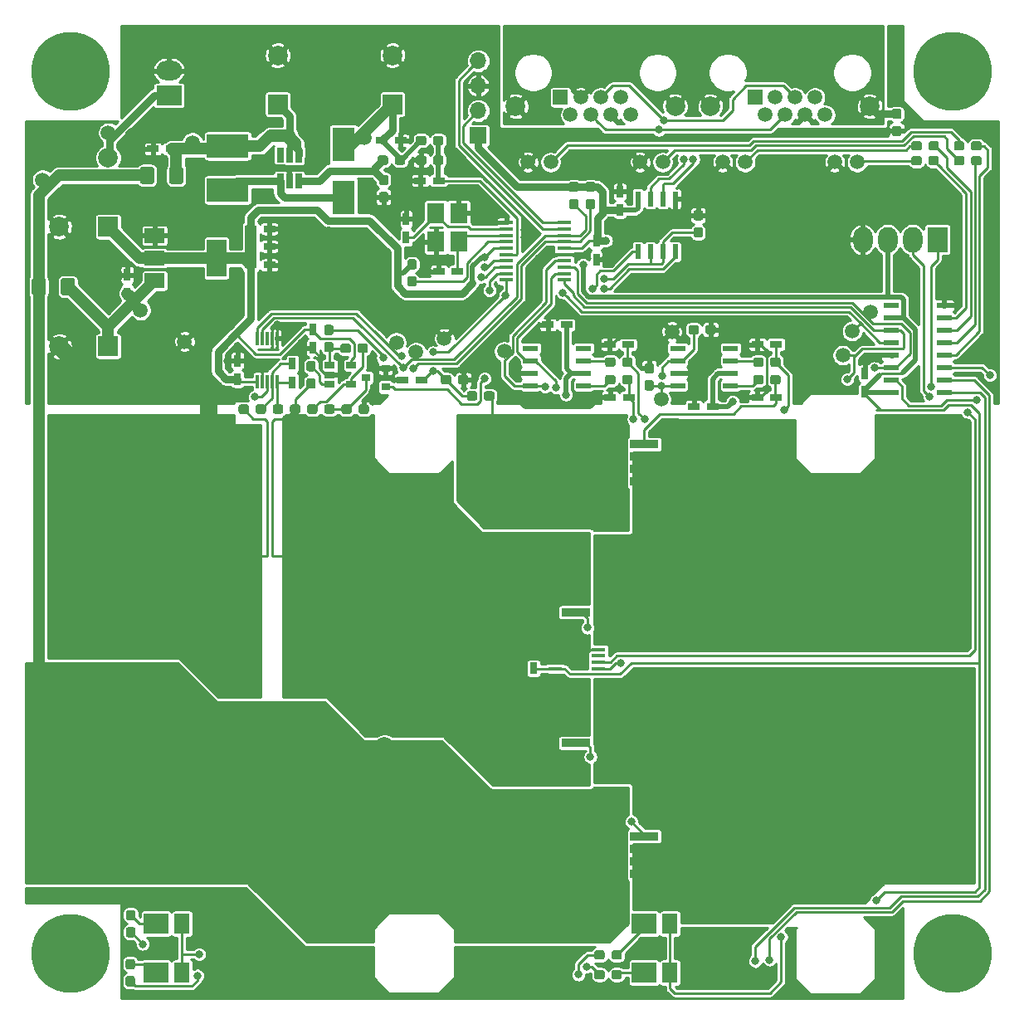
<source format=gbr>
G04 #@! TF.GenerationSoftware,KiCad,Pcbnew,(5.1.0-344-gd281f051e)*
G04 #@! TF.CreationDate,2019-04-25T12:46:08+09:00*
G04 #@! TF.ProjectId,driver,64726976-6572-42e6-9b69-6361645f7063,rev?*
G04 #@! TF.SameCoordinates,Original*
G04 #@! TF.FileFunction,Copper,L1,Top*
G04 #@! TF.FilePolarity,Positive*
%FSLAX46Y46*%
G04 Gerber Fmt 4.6, Leading zero omitted, Abs format (unit mm)*
G04 Created by KiCad (PCBNEW (5.1.0-344-gd281f051e)) date 2019-04-25 12:46:08*
%MOMM*%
%LPD*%
G04 APERTURE LIST*
%ADD10C,1.500000*%
%ADD11R,0.750000X1.200000*%
%ADD12R,1.060000X0.650000*%
%ADD13R,0.600000X1.550000*%
%ADD14C,0.100000*%
%ADD15C,0.950000*%
%ADD16R,0.900000X0.800000*%
%ADD17R,1.200000X0.750000*%
%ADD18O,2.000000X2.600000*%
%ADD19R,2.000000X2.600000*%
%ADD20R,0.300000X1.400000*%
%ADD21R,1.450000X0.450000*%
%ADD22R,3.750000X4.700000*%
%ADD23R,2.950000X0.850000*%
%ADD24R,3.000000X0.850000*%
%ADD25R,2.300000X3.500000*%
%ADD26R,2.500000X2.100000*%
%ADD27R,1.500000X2.100000*%
%ADD28R,2.600000X2.600000*%
%ADD29C,2.600000*%
%ADD30R,4.200000X2.400000*%
%ADD31C,1.425000*%
%ADD32C,1.525000*%
%ADD33R,0.650000X1.560000*%
%ADD34R,2.000000X3.800000*%
%ADD35R,2.000000X1.500000*%
%ADD36R,1.800000X2.100000*%
%ADD37C,8.000000*%
%ADD38R,1.550000X0.600000*%
%ADD39C,2.000000*%
%ADD40R,2.000000X2.000000*%
%ADD41R,1.700000X1.700000*%
%ADD42O,1.700000X1.700000*%
%ADD43R,2.600000X2.000000*%
%ADD44O,2.600000X2.000000*%
%ADD45R,1.500000X1.500000*%
%ADD46R,1.500000X0.600000*%
%ADD47C,0.800000*%
%ADD48C,0.500000*%
%ADD49C,0.800000*%
%ADD50C,1.200000*%
%ADD51C,0.250000*%
%ADD52C,1.800000*%
%ADD53C,0.254000*%
G04 APERTURE END LIST*
D10*
X156600000Y-84600000D03*
X153750000Y-89000000D03*
X154700000Y-86550000D03*
X113100000Y-87300000D03*
X110200000Y-88700000D03*
X108200000Y-87700000D03*
X136300000Y-86600000D03*
X135200000Y-93500000D03*
X119200000Y-88600000D03*
X78800000Y-66300000D03*
X82100000Y-84400000D03*
X72100000Y-71100000D03*
X86600000Y-87600000D03*
X87400000Y-67300000D03*
X104900000Y-66800000D03*
D11*
X99700000Y-88250000D03*
X99700000Y-86350000D03*
D12*
X103600000Y-90050000D03*
X103600000Y-91950000D03*
X101400000Y-91950000D03*
X101400000Y-91000000D03*
X101400000Y-90050000D03*
D11*
X92000000Y-91450000D03*
X92000000Y-89550000D03*
X131000000Y-72300000D03*
X131000000Y-74200000D03*
D13*
X132845000Y-73050000D03*
X134115000Y-73050000D03*
X135385000Y-73050000D03*
X136655000Y-73050000D03*
X136655000Y-78450000D03*
X135385000Y-78450000D03*
X134115000Y-78450000D03*
X132845000Y-78450000D03*
D14*
G36*
X159510779Y-63851144D02*
G01*
X159533834Y-63854563D01*
X159556443Y-63860227D01*
X159578387Y-63868079D01*
X159599457Y-63878044D01*
X159619448Y-63890026D01*
X159638168Y-63903910D01*
X159655438Y-63919562D01*
X159671090Y-63936832D01*
X159684974Y-63955552D01*
X159696956Y-63975543D01*
X159706921Y-63996613D01*
X159714773Y-64018557D01*
X159720437Y-64041166D01*
X159723856Y-64064221D01*
X159725000Y-64087500D01*
X159725000Y-64662500D01*
X159723856Y-64685779D01*
X159720437Y-64708834D01*
X159714773Y-64731443D01*
X159706921Y-64753387D01*
X159696956Y-64774457D01*
X159684974Y-64794448D01*
X159671090Y-64813168D01*
X159655438Y-64830438D01*
X159638168Y-64846090D01*
X159619448Y-64859974D01*
X159599457Y-64871956D01*
X159578387Y-64881921D01*
X159556443Y-64889773D01*
X159533834Y-64895437D01*
X159510779Y-64898856D01*
X159487500Y-64900000D01*
X159012500Y-64900000D01*
X158989221Y-64898856D01*
X158966166Y-64895437D01*
X158943557Y-64889773D01*
X158921613Y-64881921D01*
X158900543Y-64871956D01*
X158880552Y-64859974D01*
X158861832Y-64846090D01*
X158844562Y-64830438D01*
X158828910Y-64813168D01*
X158815026Y-64794448D01*
X158803044Y-64774457D01*
X158793079Y-64753387D01*
X158785227Y-64731443D01*
X158779563Y-64708834D01*
X158776144Y-64685779D01*
X158775000Y-64662500D01*
X158775000Y-64087500D01*
X158776144Y-64064221D01*
X158779563Y-64041166D01*
X158785227Y-64018557D01*
X158793079Y-63996613D01*
X158803044Y-63975543D01*
X158815026Y-63955552D01*
X158828910Y-63936832D01*
X158844562Y-63919562D01*
X158861832Y-63903910D01*
X158880552Y-63890026D01*
X158900543Y-63878044D01*
X158921613Y-63868079D01*
X158943557Y-63860227D01*
X158966166Y-63854563D01*
X158989221Y-63851144D01*
X159012500Y-63850000D01*
X159487500Y-63850000D01*
X159510779Y-63851144D01*
X159510779Y-63851144D01*
G37*
D15*
X159250000Y-64375000D03*
D14*
G36*
X159510779Y-65601144D02*
G01*
X159533834Y-65604563D01*
X159556443Y-65610227D01*
X159578387Y-65618079D01*
X159599457Y-65628044D01*
X159619448Y-65640026D01*
X159638168Y-65653910D01*
X159655438Y-65669562D01*
X159671090Y-65686832D01*
X159684974Y-65705552D01*
X159696956Y-65725543D01*
X159706921Y-65746613D01*
X159714773Y-65768557D01*
X159720437Y-65791166D01*
X159723856Y-65814221D01*
X159725000Y-65837500D01*
X159725000Y-66412500D01*
X159723856Y-66435779D01*
X159720437Y-66458834D01*
X159714773Y-66481443D01*
X159706921Y-66503387D01*
X159696956Y-66524457D01*
X159684974Y-66544448D01*
X159671090Y-66563168D01*
X159655438Y-66580438D01*
X159638168Y-66596090D01*
X159619448Y-66609974D01*
X159599457Y-66621956D01*
X159578387Y-66631921D01*
X159556443Y-66639773D01*
X159533834Y-66645437D01*
X159510779Y-66648856D01*
X159487500Y-66650000D01*
X159012500Y-66650000D01*
X158989221Y-66648856D01*
X158966166Y-66645437D01*
X158943557Y-66639773D01*
X158921613Y-66631921D01*
X158900543Y-66621956D01*
X158880552Y-66609974D01*
X158861832Y-66596090D01*
X158844562Y-66580438D01*
X158828910Y-66563168D01*
X158815026Y-66544448D01*
X158803044Y-66524457D01*
X158793079Y-66503387D01*
X158785227Y-66481443D01*
X158779563Y-66458834D01*
X158776144Y-66435779D01*
X158775000Y-66412500D01*
X158775000Y-65837500D01*
X158776144Y-65814221D01*
X158779563Y-65791166D01*
X158785227Y-65768557D01*
X158793079Y-65746613D01*
X158803044Y-65725543D01*
X158815026Y-65705552D01*
X158828910Y-65686832D01*
X158844562Y-65669562D01*
X158861832Y-65653910D01*
X158880552Y-65640026D01*
X158900543Y-65628044D01*
X158921613Y-65618079D01*
X158943557Y-65610227D01*
X158966166Y-65604563D01*
X158989221Y-65601144D01*
X159012500Y-65600000D01*
X159487500Y-65600000D01*
X159510779Y-65601144D01*
X159510779Y-65601144D01*
G37*
D15*
X159250000Y-66125000D03*
D14*
G36*
X92935779Y-94026144D02*
G01*
X92958834Y-94029563D01*
X92981443Y-94035227D01*
X93003387Y-94043079D01*
X93024457Y-94053044D01*
X93044448Y-94065026D01*
X93063168Y-94078910D01*
X93080438Y-94094562D01*
X93096090Y-94111832D01*
X93109974Y-94130552D01*
X93121956Y-94150543D01*
X93131921Y-94171613D01*
X93139773Y-94193557D01*
X93145437Y-94216166D01*
X93148856Y-94239221D01*
X93150000Y-94262500D01*
X93150000Y-94737500D01*
X93148856Y-94760779D01*
X93145437Y-94783834D01*
X93139773Y-94806443D01*
X93131921Y-94828387D01*
X93121956Y-94849457D01*
X93109974Y-94869448D01*
X93096090Y-94888168D01*
X93080438Y-94905438D01*
X93063168Y-94921090D01*
X93044448Y-94934974D01*
X93024457Y-94946956D01*
X93003387Y-94956921D01*
X92981443Y-94964773D01*
X92958834Y-94970437D01*
X92935779Y-94973856D01*
X92912500Y-94975000D01*
X92337500Y-94975000D01*
X92314221Y-94973856D01*
X92291166Y-94970437D01*
X92268557Y-94964773D01*
X92246613Y-94956921D01*
X92225543Y-94946956D01*
X92205552Y-94934974D01*
X92186832Y-94921090D01*
X92169562Y-94905438D01*
X92153910Y-94888168D01*
X92140026Y-94869448D01*
X92128044Y-94849457D01*
X92118079Y-94828387D01*
X92110227Y-94806443D01*
X92104563Y-94783834D01*
X92101144Y-94760779D01*
X92100000Y-94737500D01*
X92100000Y-94262500D01*
X92101144Y-94239221D01*
X92104563Y-94216166D01*
X92110227Y-94193557D01*
X92118079Y-94171613D01*
X92128044Y-94150543D01*
X92140026Y-94130552D01*
X92153910Y-94111832D01*
X92169562Y-94094562D01*
X92186832Y-94078910D01*
X92205552Y-94065026D01*
X92225543Y-94053044D01*
X92246613Y-94043079D01*
X92268557Y-94035227D01*
X92291166Y-94029563D01*
X92314221Y-94026144D01*
X92337500Y-94025000D01*
X92912500Y-94025000D01*
X92935779Y-94026144D01*
X92935779Y-94026144D01*
G37*
D15*
X92625000Y-94500000D03*
D14*
G36*
X94685779Y-94026144D02*
G01*
X94708834Y-94029563D01*
X94731443Y-94035227D01*
X94753387Y-94043079D01*
X94774457Y-94053044D01*
X94794448Y-94065026D01*
X94813168Y-94078910D01*
X94830438Y-94094562D01*
X94846090Y-94111832D01*
X94859974Y-94130552D01*
X94871956Y-94150543D01*
X94881921Y-94171613D01*
X94889773Y-94193557D01*
X94895437Y-94216166D01*
X94898856Y-94239221D01*
X94900000Y-94262500D01*
X94900000Y-94737500D01*
X94898856Y-94760779D01*
X94895437Y-94783834D01*
X94889773Y-94806443D01*
X94881921Y-94828387D01*
X94871956Y-94849457D01*
X94859974Y-94869448D01*
X94846090Y-94888168D01*
X94830438Y-94905438D01*
X94813168Y-94921090D01*
X94794448Y-94934974D01*
X94774457Y-94946956D01*
X94753387Y-94956921D01*
X94731443Y-94964773D01*
X94708834Y-94970437D01*
X94685779Y-94973856D01*
X94662500Y-94975000D01*
X94087500Y-94975000D01*
X94064221Y-94973856D01*
X94041166Y-94970437D01*
X94018557Y-94964773D01*
X93996613Y-94956921D01*
X93975543Y-94946956D01*
X93955552Y-94934974D01*
X93936832Y-94921090D01*
X93919562Y-94905438D01*
X93903910Y-94888168D01*
X93890026Y-94869448D01*
X93878044Y-94849457D01*
X93868079Y-94828387D01*
X93860227Y-94806443D01*
X93854563Y-94783834D01*
X93851144Y-94760779D01*
X93850000Y-94737500D01*
X93850000Y-94262500D01*
X93851144Y-94239221D01*
X93854563Y-94216166D01*
X93860227Y-94193557D01*
X93868079Y-94171613D01*
X93878044Y-94150543D01*
X93890026Y-94130552D01*
X93903910Y-94111832D01*
X93919562Y-94094562D01*
X93936832Y-94078910D01*
X93955552Y-94065026D01*
X93975543Y-94053044D01*
X93996613Y-94043079D01*
X94018557Y-94035227D01*
X94041166Y-94029563D01*
X94064221Y-94026144D01*
X94087500Y-94025000D01*
X94662500Y-94025000D01*
X94685779Y-94026144D01*
X94685779Y-94026144D01*
G37*
D15*
X94375000Y-94500000D03*
D14*
G36*
X96435779Y-94026144D02*
G01*
X96458834Y-94029563D01*
X96481443Y-94035227D01*
X96503387Y-94043079D01*
X96524457Y-94053044D01*
X96544448Y-94065026D01*
X96563168Y-94078910D01*
X96580438Y-94094562D01*
X96596090Y-94111832D01*
X96609974Y-94130552D01*
X96621956Y-94150543D01*
X96631921Y-94171613D01*
X96639773Y-94193557D01*
X96645437Y-94216166D01*
X96648856Y-94239221D01*
X96650000Y-94262500D01*
X96650000Y-94737500D01*
X96648856Y-94760779D01*
X96645437Y-94783834D01*
X96639773Y-94806443D01*
X96631921Y-94828387D01*
X96621956Y-94849457D01*
X96609974Y-94869448D01*
X96596090Y-94888168D01*
X96580438Y-94905438D01*
X96563168Y-94921090D01*
X96544448Y-94934974D01*
X96524457Y-94946956D01*
X96503387Y-94956921D01*
X96481443Y-94964773D01*
X96458834Y-94970437D01*
X96435779Y-94973856D01*
X96412500Y-94975000D01*
X95837500Y-94975000D01*
X95814221Y-94973856D01*
X95791166Y-94970437D01*
X95768557Y-94964773D01*
X95746613Y-94956921D01*
X95725543Y-94946956D01*
X95705552Y-94934974D01*
X95686832Y-94921090D01*
X95669562Y-94905438D01*
X95653910Y-94888168D01*
X95640026Y-94869448D01*
X95628044Y-94849457D01*
X95618079Y-94828387D01*
X95610227Y-94806443D01*
X95604563Y-94783834D01*
X95601144Y-94760779D01*
X95600000Y-94737500D01*
X95600000Y-94262500D01*
X95601144Y-94239221D01*
X95604563Y-94216166D01*
X95610227Y-94193557D01*
X95618079Y-94171613D01*
X95628044Y-94150543D01*
X95640026Y-94130552D01*
X95653910Y-94111832D01*
X95669562Y-94094562D01*
X95686832Y-94078910D01*
X95705552Y-94065026D01*
X95725543Y-94053044D01*
X95746613Y-94043079D01*
X95768557Y-94035227D01*
X95791166Y-94029563D01*
X95814221Y-94026144D01*
X95837500Y-94025000D01*
X96412500Y-94025000D01*
X96435779Y-94026144D01*
X96435779Y-94026144D01*
G37*
D15*
X96125000Y-94500000D03*
D14*
G36*
X98185779Y-94026144D02*
G01*
X98208834Y-94029563D01*
X98231443Y-94035227D01*
X98253387Y-94043079D01*
X98274457Y-94053044D01*
X98294448Y-94065026D01*
X98313168Y-94078910D01*
X98330438Y-94094562D01*
X98346090Y-94111832D01*
X98359974Y-94130552D01*
X98371956Y-94150543D01*
X98381921Y-94171613D01*
X98389773Y-94193557D01*
X98395437Y-94216166D01*
X98398856Y-94239221D01*
X98400000Y-94262500D01*
X98400000Y-94737500D01*
X98398856Y-94760779D01*
X98395437Y-94783834D01*
X98389773Y-94806443D01*
X98381921Y-94828387D01*
X98371956Y-94849457D01*
X98359974Y-94869448D01*
X98346090Y-94888168D01*
X98330438Y-94905438D01*
X98313168Y-94921090D01*
X98294448Y-94934974D01*
X98274457Y-94946956D01*
X98253387Y-94956921D01*
X98231443Y-94964773D01*
X98208834Y-94970437D01*
X98185779Y-94973856D01*
X98162500Y-94975000D01*
X97587500Y-94975000D01*
X97564221Y-94973856D01*
X97541166Y-94970437D01*
X97518557Y-94964773D01*
X97496613Y-94956921D01*
X97475543Y-94946956D01*
X97455552Y-94934974D01*
X97436832Y-94921090D01*
X97419562Y-94905438D01*
X97403910Y-94888168D01*
X97390026Y-94869448D01*
X97378044Y-94849457D01*
X97368079Y-94828387D01*
X97360227Y-94806443D01*
X97354563Y-94783834D01*
X97351144Y-94760779D01*
X97350000Y-94737500D01*
X97350000Y-94262500D01*
X97351144Y-94239221D01*
X97354563Y-94216166D01*
X97360227Y-94193557D01*
X97368079Y-94171613D01*
X97378044Y-94150543D01*
X97390026Y-94130552D01*
X97403910Y-94111832D01*
X97419562Y-94094562D01*
X97436832Y-94078910D01*
X97455552Y-94065026D01*
X97475543Y-94053044D01*
X97496613Y-94043079D01*
X97518557Y-94035227D01*
X97541166Y-94029563D01*
X97564221Y-94026144D01*
X97587500Y-94025000D01*
X98162500Y-94025000D01*
X98185779Y-94026144D01*
X98185779Y-94026144D01*
G37*
D15*
X97875000Y-94500000D03*
D14*
G36*
X99760779Y-91351144D02*
G01*
X99783834Y-91354563D01*
X99806443Y-91360227D01*
X99828387Y-91368079D01*
X99849457Y-91378044D01*
X99869448Y-91390026D01*
X99888168Y-91403910D01*
X99905438Y-91419562D01*
X99921090Y-91436832D01*
X99934974Y-91455552D01*
X99946956Y-91475543D01*
X99956921Y-91496613D01*
X99964773Y-91518557D01*
X99970437Y-91541166D01*
X99973856Y-91564221D01*
X99975000Y-91587500D01*
X99975000Y-92162500D01*
X99973856Y-92185779D01*
X99970437Y-92208834D01*
X99964773Y-92231443D01*
X99956921Y-92253387D01*
X99946956Y-92274457D01*
X99934974Y-92294448D01*
X99921090Y-92313168D01*
X99905438Y-92330438D01*
X99888168Y-92346090D01*
X99869448Y-92359974D01*
X99849457Y-92371956D01*
X99828387Y-92381921D01*
X99806443Y-92389773D01*
X99783834Y-92395437D01*
X99760779Y-92398856D01*
X99737500Y-92400000D01*
X99262500Y-92400000D01*
X99239221Y-92398856D01*
X99216166Y-92395437D01*
X99193557Y-92389773D01*
X99171613Y-92381921D01*
X99150543Y-92371956D01*
X99130552Y-92359974D01*
X99111832Y-92346090D01*
X99094562Y-92330438D01*
X99078910Y-92313168D01*
X99065026Y-92294448D01*
X99053044Y-92274457D01*
X99043079Y-92253387D01*
X99035227Y-92231443D01*
X99029563Y-92208834D01*
X99026144Y-92185779D01*
X99025000Y-92162500D01*
X99025000Y-91587500D01*
X99026144Y-91564221D01*
X99029563Y-91541166D01*
X99035227Y-91518557D01*
X99043079Y-91496613D01*
X99053044Y-91475543D01*
X99065026Y-91455552D01*
X99078910Y-91436832D01*
X99094562Y-91419562D01*
X99111832Y-91403910D01*
X99130552Y-91390026D01*
X99150543Y-91378044D01*
X99171613Y-91368079D01*
X99193557Y-91360227D01*
X99216166Y-91354563D01*
X99239221Y-91351144D01*
X99262500Y-91350000D01*
X99737500Y-91350000D01*
X99760779Y-91351144D01*
X99760779Y-91351144D01*
G37*
D15*
X99500000Y-91875000D03*
D14*
G36*
X99760779Y-89601144D02*
G01*
X99783834Y-89604563D01*
X99806443Y-89610227D01*
X99828387Y-89618079D01*
X99849457Y-89628044D01*
X99869448Y-89640026D01*
X99888168Y-89653910D01*
X99905438Y-89669562D01*
X99921090Y-89686832D01*
X99934974Y-89705552D01*
X99946956Y-89725543D01*
X99956921Y-89746613D01*
X99964773Y-89768557D01*
X99970437Y-89791166D01*
X99973856Y-89814221D01*
X99975000Y-89837500D01*
X99975000Y-90412500D01*
X99973856Y-90435779D01*
X99970437Y-90458834D01*
X99964773Y-90481443D01*
X99956921Y-90503387D01*
X99946956Y-90524457D01*
X99934974Y-90544448D01*
X99921090Y-90563168D01*
X99905438Y-90580438D01*
X99888168Y-90596090D01*
X99869448Y-90609974D01*
X99849457Y-90621956D01*
X99828387Y-90631921D01*
X99806443Y-90639773D01*
X99783834Y-90645437D01*
X99760779Y-90648856D01*
X99737500Y-90650000D01*
X99262500Y-90650000D01*
X99239221Y-90648856D01*
X99216166Y-90645437D01*
X99193557Y-90639773D01*
X99171613Y-90631921D01*
X99150543Y-90621956D01*
X99130552Y-90609974D01*
X99111832Y-90596090D01*
X99094562Y-90580438D01*
X99078910Y-90563168D01*
X99065026Y-90544448D01*
X99053044Y-90524457D01*
X99043079Y-90503387D01*
X99035227Y-90481443D01*
X99029563Y-90458834D01*
X99026144Y-90435779D01*
X99025000Y-90412500D01*
X99025000Y-89837500D01*
X99026144Y-89814221D01*
X99029563Y-89791166D01*
X99035227Y-89768557D01*
X99043079Y-89746613D01*
X99053044Y-89725543D01*
X99065026Y-89705552D01*
X99078910Y-89686832D01*
X99094562Y-89669562D01*
X99111832Y-89653910D01*
X99130552Y-89640026D01*
X99150543Y-89628044D01*
X99171613Y-89618079D01*
X99193557Y-89610227D01*
X99216166Y-89604563D01*
X99239221Y-89601144D01*
X99262500Y-89600000D01*
X99737500Y-89600000D01*
X99760779Y-89601144D01*
X99760779Y-89601144D01*
G37*
D15*
X99500000Y-90125000D03*
D14*
G36*
X105185779Y-94026144D02*
G01*
X105208834Y-94029563D01*
X105231443Y-94035227D01*
X105253387Y-94043079D01*
X105274457Y-94053044D01*
X105294448Y-94065026D01*
X105313168Y-94078910D01*
X105330438Y-94094562D01*
X105346090Y-94111832D01*
X105359974Y-94130552D01*
X105371956Y-94150543D01*
X105381921Y-94171613D01*
X105389773Y-94193557D01*
X105395437Y-94216166D01*
X105398856Y-94239221D01*
X105400000Y-94262500D01*
X105400000Y-94737500D01*
X105398856Y-94760779D01*
X105395437Y-94783834D01*
X105389773Y-94806443D01*
X105381921Y-94828387D01*
X105371956Y-94849457D01*
X105359974Y-94869448D01*
X105346090Y-94888168D01*
X105330438Y-94905438D01*
X105313168Y-94921090D01*
X105294448Y-94934974D01*
X105274457Y-94946956D01*
X105253387Y-94956921D01*
X105231443Y-94964773D01*
X105208834Y-94970437D01*
X105185779Y-94973856D01*
X105162500Y-94975000D01*
X104587500Y-94975000D01*
X104564221Y-94973856D01*
X104541166Y-94970437D01*
X104518557Y-94964773D01*
X104496613Y-94956921D01*
X104475543Y-94946956D01*
X104455552Y-94934974D01*
X104436832Y-94921090D01*
X104419562Y-94905438D01*
X104403910Y-94888168D01*
X104390026Y-94869448D01*
X104378044Y-94849457D01*
X104368079Y-94828387D01*
X104360227Y-94806443D01*
X104354563Y-94783834D01*
X104351144Y-94760779D01*
X104350000Y-94737500D01*
X104350000Y-94262500D01*
X104351144Y-94239221D01*
X104354563Y-94216166D01*
X104360227Y-94193557D01*
X104368079Y-94171613D01*
X104378044Y-94150543D01*
X104390026Y-94130552D01*
X104403910Y-94111832D01*
X104419562Y-94094562D01*
X104436832Y-94078910D01*
X104455552Y-94065026D01*
X104475543Y-94053044D01*
X104496613Y-94043079D01*
X104518557Y-94035227D01*
X104541166Y-94029563D01*
X104564221Y-94026144D01*
X104587500Y-94025000D01*
X105162500Y-94025000D01*
X105185779Y-94026144D01*
X105185779Y-94026144D01*
G37*
D15*
X104875000Y-94500000D03*
D14*
G36*
X103435779Y-94026144D02*
G01*
X103458834Y-94029563D01*
X103481443Y-94035227D01*
X103503387Y-94043079D01*
X103524457Y-94053044D01*
X103544448Y-94065026D01*
X103563168Y-94078910D01*
X103580438Y-94094562D01*
X103596090Y-94111832D01*
X103609974Y-94130552D01*
X103621956Y-94150543D01*
X103631921Y-94171613D01*
X103639773Y-94193557D01*
X103645437Y-94216166D01*
X103648856Y-94239221D01*
X103650000Y-94262500D01*
X103650000Y-94737500D01*
X103648856Y-94760779D01*
X103645437Y-94783834D01*
X103639773Y-94806443D01*
X103631921Y-94828387D01*
X103621956Y-94849457D01*
X103609974Y-94869448D01*
X103596090Y-94888168D01*
X103580438Y-94905438D01*
X103563168Y-94921090D01*
X103544448Y-94934974D01*
X103524457Y-94946956D01*
X103503387Y-94956921D01*
X103481443Y-94964773D01*
X103458834Y-94970437D01*
X103435779Y-94973856D01*
X103412500Y-94975000D01*
X102837500Y-94975000D01*
X102814221Y-94973856D01*
X102791166Y-94970437D01*
X102768557Y-94964773D01*
X102746613Y-94956921D01*
X102725543Y-94946956D01*
X102705552Y-94934974D01*
X102686832Y-94921090D01*
X102669562Y-94905438D01*
X102653910Y-94888168D01*
X102640026Y-94869448D01*
X102628044Y-94849457D01*
X102618079Y-94828387D01*
X102610227Y-94806443D01*
X102604563Y-94783834D01*
X102601144Y-94760779D01*
X102600000Y-94737500D01*
X102600000Y-94262500D01*
X102601144Y-94239221D01*
X102604563Y-94216166D01*
X102610227Y-94193557D01*
X102618079Y-94171613D01*
X102628044Y-94150543D01*
X102640026Y-94130552D01*
X102653910Y-94111832D01*
X102669562Y-94094562D01*
X102686832Y-94078910D01*
X102705552Y-94065026D01*
X102725543Y-94053044D01*
X102746613Y-94043079D01*
X102768557Y-94035227D01*
X102791166Y-94029563D01*
X102814221Y-94026144D01*
X102837500Y-94025000D01*
X103412500Y-94025000D01*
X103435779Y-94026144D01*
X103435779Y-94026144D01*
G37*
D15*
X103125000Y-94500000D03*
D14*
G36*
X101685779Y-94026144D02*
G01*
X101708834Y-94029563D01*
X101731443Y-94035227D01*
X101753387Y-94043079D01*
X101774457Y-94053044D01*
X101794448Y-94065026D01*
X101813168Y-94078910D01*
X101830438Y-94094562D01*
X101846090Y-94111832D01*
X101859974Y-94130552D01*
X101871956Y-94150543D01*
X101881921Y-94171613D01*
X101889773Y-94193557D01*
X101895437Y-94216166D01*
X101898856Y-94239221D01*
X101900000Y-94262500D01*
X101900000Y-94737500D01*
X101898856Y-94760779D01*
X101895437Y-94783834D01*
X101889773Y-94806443D01*
X101881921Y-94828387D01*
X101871956Y-94849457D01*
X101859974Y-94869448D01*
X101846090Y-94888168D01*
X101830438Y-94905438D01*
X101813168Y-94921090D01*
X101794448Y-94934974D01*
X101774457Y-94946956D01*
X101753387Y-94956921D01*
X101731443Y-94964773D01*
X101708834Y-94970437D01*
X101685779Y-94973856D01*
X101662500Y-94975000D01*
X101087500Y-94975000D01*
X101064221Y-94973856D01*
X101041166Y-94970437D01*
X101018557Y-94964773D01*
X100996613Y-94956921D01*
X100975543Y-94946956D01*
X100955552Y-94934974D01*
X100936832Y-94921090D01*
X100919562Y-94905438D01*
X100903910Y-94888168D01*
X100890026Y-94869448D01*
X100878044Y-94849457D01*
X100868079Y-94828387D01*
X100860227Y-94806443D01*
X100854563Y-94783834D01*
X100851144Y-94760779D01*
X100850000Y-94737500D01*
X100850000Y-94262500D01*
X100851144Y-94239221D01*
X100854563Y-94216166D01*
X100860227Y-94193557D01*
X100868079Y-94171613D01*
X100878044Y-94150543D01*
X100890026Y-94130552D01*
X100903910Y-94111832D01*
X100919562Y-94094562D01*
X100936832Y-94078910D01*
X100955552Y-94065026D01*
X100975543Y-94053044D01*
X100996613Y-94043079D01*
X101018557Y-94035227D01*
X101041166Y-94029563D01*
X101064221Y-94026144D01*
X101087500Y-94025000D01*
X101662500Y-94025000D01*
X101685779Y-94026144D01*
X101685779Y-94026144D01*
G37*
D15*
X101375000Y-94500000D03*
D14*
G36*
X99935779Y-94026144D02*
G01*
X99958834Y-94029563D01*
X99981443Y-94035227D01*
X100003387Y-94043079D01*
X100024457Y-94053044D01*
X100044448Y-94065026D01*
X100063168Y-94078910D01*
X100080438Y-94094562D01*
X100096090Y-94111832D01*
X100109974Y-94130552D01*
X100121956Y-94150543D01*
X100131921Y-94171613D01*
X100139773Y-94193557D01*
X100145437Y-94216166D01*
X100148856Y-94239221D01*
X100150000Y-94262500D01*
X100150000Y-94737500D01*
X100148856Y-94760779D01*
X100145437Y-94783834D01*
X100139773Y-94806443D01*
X100131921Y-94828387D01*
X100121956Y-94849457D01*
X100109974Y-94869448D01*
X100096090Y-94888168D01*
X100080438Y-94905438D01*
X100063168Y-94921090D01*
X100044448Y-94934974D01*
X100024457Y-94946956D01*
X100003387Y-94956921D01*
X99981443Y-94964773D01*
X99958834Y-94970437D01*
X99935779Y-94973856D01*
X99912500Y-94975000D01*
X99337500Y-94975000D01*
X99314221Y-94973856D01*
X99291166Y-94970437D01*
X99268557Y-94964773D01*
X99246613Y-94956921D01*
X99225543Y-94946956D01*
X99205552Y-94934974D01*
X99186832Y-94921090D01*
X99169562Y-94905438D01*
X99153910Y-94888168D01*
X99140026Y-94869448D01*
X99128044Y-94849457D01*
X99118079Y-94828387D01*
X99110227Y-94806443D01*
X99104563Y-94783834D01*
X99101144Y-94760779D01*
X99100000Y-94737500D01*
X99100000Y-94262500D01*
X99101144Y-94239221D01*
X99104563Y-94216166D01*
X99110227Y-94193557D01*
X99118079Y-94171613D01*
X99128044Y-94150543D01*
X99140026Y-94130552D01*
X99153910Y-94111832D01*
X99169562Y-94094562D01*
X99186832Y-94078910D01*
X99205552Y-94065026D01*
X99225543Y-94053044D01*
X99246613Y-94043079D01*
X99268557Y-94035227D01*
X99291166Y-94029563D01*
X99314221Y-94026144D01*
X99337500Y-94025000D01*
X99912500Y-94025000D01*
X99935779Y-94026144D01*
X99935779Y-94026144D01*
G37*
D15*
X99625000Y-94500000D03*
D14*
G36*
X105085779Y-87826144D02*
G01*
X105108834Y-87829563D01*
X105131443Y-87835227D01*
X105153387Y-87843079D01*
X105174457Y-87853044D01*
X105194448Y-87865026D01*
X105213168Y-87878910D01*
X105230438Y-87894562D01*
X105246090Y-87911832D01*
X105259974Y-87930552D01*
X105271956Y-87950543D01*
X105281921Y-87971613D01*
X105289773Y-87993557D01*
X105295437Y-88016166D01*
X105298856Y-88039221D01*
X105300000Y-88062500D01*
X105300000Y-88537500D01*
X105298856Y-88560779D01*
X105295437Y-88583834D01*
X105289773Y-88606443D01*
X105281921Y-88628387D01*
X105271956Y-88649457D01*
X105259974Y-88669448D01*
X105246090Y-88688168D01*
X105230438Y-88705438D01*
X105213168Y-88721090D01*
X105194448Y-88734974D01*
X105174457Y-88746956D01*
X105153387Y-88756921D01*
X105131443Y-88764773D01*
X105108834Y-88770437D01*
X105085779Y-88773856D01*
X105062500Y-88775000D01*
X104487500Y-88775000D01*
X104464221Y-88773856D01*
X104441166Y-88770437D01*
X104418557Y-88764773D01*
X104396613Y-88756921D01*
X104375543Y-88746956D01*
X104355552Y-88734974D01*
X104336832Y-88721090D01*
X104319562Y-88705438D01*
X104303910Y-88688168D01*
X104290026Y-88669448D01*
X104278044Y-88649457D01*
X104268079Y-88628387D01*
X104260227Y-88606443D01*
X104254563Y-88583834D01*
X104251144Y-88560779D01*
X104250000Y-88537500D01*
X104250000Y-88062500D01*
X104251144Y-88039221D01*
X104254563Y-88016166D01*
X104260227Y-87993557D01*
X104268079Y-87971613D01*
X104278044Y-87950543D01*
X104290026Y-87930552D01*
X104303910Y-87911832D01*
X104319562Y-87894562D01*
X104336832Y-87878910D01*
X104355552Y-87865026D01*
X104375543Y-87853044D01*
X104396613Y-87843079D01*
X104418557Y-87835227D01*
X104441166Y-87829563D01*
X104464221Y-87826144D01*
X104487500Y-87825000D01*
X105062500Y-87825000D01*
X105085779Y-87826144D01*
X105085779Y-87826144D01*
G37*
D15*
X104775000Y-88300000D03*
D14*
G36*
X103335779Y-87826144D02*
G01*
X103358834Y-87829563D01*
X103381443Y-87835227D01*
X103403387Y-87843079D01*
X103424457Y-87853044D01*
X103444448Y-87865026D01*
X103463168Y-87878910D01*
X103480438Y-87894562D01*
X103496090Y-87911832D01*
X103509974Y-87930552D01*
X103521956Y-87950543D01*
X103531921Y-87971613D01*
X103539773Y-87993557D01*
X103545437Y-88016166D01*
X103548856Y-88039221D01*
X103550000Y-88062500D01*
X103550000Y-88537500D01*
X103548856Y-88560779D01*
X103545437Y-88583834D01*
X103539773Y-88606443D01*
X103531921Y-88628387D01*
X103521956Y-88649457D01*
X103509974Y-88669448D01*
X103496090Y-88688168D01*
X103480438Y-88705438D01*
X103463168Y-88721090D01*
X103444448Y-88734974D01*
X103424457Y-88746956D01*
X103403387Y-88756921D01*
X103381443Y-88764773D01*
X103358834Y-88770437D01*
X103335779Y-88773856D01*
X103312500Y-88775000D01*
X102737500Y-88775000D01*
X102714221Y-88773856D01*
X102691166Y-88770437D01*
X102668557Y-88764773D01*
X102646613Y-88756921D01*
X102625543Y-88746956D01*
X102605552Y-88734974D01*
X102586832Y-88721090D01*
X102569562Y-88705438D01*
X102553910Y-88688168D01*
X102540026Y-88669448D01*
X102528044Y-88649457D01*
X102518079Y-88628387D01*
X102510227Y-88606443D01*
X102504563Y-88583834D01*
X102501144Y-88560779D01*
X102500000Y-88537500D01*
X102500000Y-88062500D01*
X102501144Y-88039221D01*
X102504563Y-88016166D01*
X102510227Y-87993557D01*
X102518079Y-87971613D01*
X102528044Y-87950543D01*
X102540026Y-87930552D01*
X102553910Y-87911832D01*
X102569562Y-87894562D01*
X102586832Y-87878910D01*
X102605552Y-87865026D01*
X102625543Y-87853044D01*
X102646613Y-87843079D01*
X102668557Y-87835227D01*
X102691166Y-87829563D01*
X102714221Y-87826144D01*
X102737500Y-87825000D01*
X103312500Y-87825000D01*
X103335779Y-87826144D01*
X103335779Y-87826144D01*
G37*
D15*
X103025000Y-88300000D03*
D14*
G36*
X101560779Y-85901144D02*
G01*
X101583834Y-85904563D01*
X101606443Y-85910227D01*
X101628387Y-85918079D01*
X101649457Y-85928044D01*
X101669448Y-85940026D01*
X101688168Y-85953910D01*
X101705438Y-85969562D01*
X101721090Y-85986832D01*
X101734974Y-86005552D01*
X101746956Y-86025543D01*
X101756921Y-86046613D01*
X101764773Y-86068557D01*
X101770437Y-86091166D01*
X101773856Y-86114221D01*
X101775000Y-86137500D01*
X101775000Y-86712500D01*
X101773856Y-86735779D01*
X101770437Y-86758834D01*
X101764773Y-86781443D01*
X101756921Y-86803387D01*
X101746956Y-86824457D01*
X101734974Y-86844448D01*
X101721090Y-86863168D01*
X101705438Y-86880438D01*
X101688168Y-86896090D01*
X101669448Y-86909974D01*
X101649457Y-86921956D01*
X101628387Y-86931921D01*
X101606443Y-86939773D01*
X101583834Y-86945437D01*
X101560779Y-86948856D01*
X101537500Y-86950000D01*
X101062500Y-86950000D01*
X101039221Y-86948856D01*
X101016166Y-86945437D01*
X100993557Y-86939773D01*
X100971613Y-86931921D01*
X100950543Y-86921956D01*
X100930552Y-86909974D01*
X100911832Y-86896090D01*
X100894562Y-86880438D01*
X100878910Y-86863168D01*
X100865026Y-86844448D01*
X100853044Y-86824457D01*
X100843079Y-86803387D01*
X100835227Y-86781443D01*
X100829563Y-86758834D01*
X100826144Y-86735779D01*
X100825000Y-86712500D01*
X100825000Y-86137500D01*
X100826144Y-86114221D01*
X100829563Y-86091166D01*
X100835227Y-86068557D01*
X100843079Y-86046613D01*
X100853044Y-86025543D01*
X100865026Y-86005552D01*
X100878910Y-85986832D01*
X100894562Y-85969562D01*
X100911832Y-85953910D01*
X100930552Y-85940026D01*
X100950543Y-85928044D01*
X100971613Y-85918079D01*
X100993557Y-85910227D01*
X101016166Y-85904563D01*
X101039221Y-85901144D01*
X101062500Y-85900000D01*
X101537500Y-85900000D01*
X101560779Y-85901144D01*
X101560779Y-85901144D01*
G37*
D15*
X101300000Y-86425000D03*
D14*
G36*
X101560779Y-87651144D02*
G01*
X101583834Y-87654563D01*
X101606443Y-87660227D01*
X101628387Y-87668079D01*
X101649457Y-87678044D01*
X101669448Y-87690026D01*
X101688168Y-87703910D01*
X101705438Y-87719562D01*
X101721090Y-87736832D01*
X101734974Y-87755552D01*
X101746956Y-87775543D01*
X101756921Y-87796613D01*
X101764773Y-87818557D01*
X101770437Y-87841166D01*
X101773856Y-87864221D01*
X101775000Y-87887500D01*
X101775000Y-88462500D01*
X101773856Y-88485779D01*
X101770437Y-88508834D01*
X101764773Y-88531443D01*
X101756921Y-88553387D01*
X101746956Y-88574457D01*
X101734974Y-88594448D01*
X101721090Y-88613168D01*
X101705438Y-88630438D01*
X101688168Y-88646090D01*
X101669448Y-88659974D01*
X101649457Y-88671956D01*
X101628387Y-88681921D01*
X101606443Y-88689773D01*
X101583834Y-88695437D01*
X101560779Y-88698856D01*
X101537500Y-88700000D01*
X101062500Y-88700000D01*
X101039221Y-88698856D01*
X101016166Y-88695437D01*
X100993557Y-88689773D01*
X100971613Y-88681921D01*
X100950543Y-88671956D01*
X100930552Y-88659974D01*
X100911832Y-88646090D01*
X100894562Y-88630438D01*
X100878910Y-88613168D01*
X100865026Y-88594448D01*
X100853044Y-88574457D01*
X100843079Y-88553387D01*
X100835227Y-88531443D01*
X100829563Y-88508834D01*
X100826144Y-88485779D01*
X100825000Y-88462500D01*
X100825000Y-87887500D01*
X100826144Y-87864221D01*
X100829563Y-87841166D01*
X100835227Y-87818557D01*
X100843079Y-87796613D01*
X100853044Y-87775543D01*
X100865026Y-87755552D01*
X100878910Y-87736832D01*
X100894562Y-87719562D01*
X100911832Y-87703910D01*
X100930552Y-87690026D01*
X100950543Y-87678044D01*
X100971613Y-87668079D01*
X100993557Y-87660227D01*
X101016166Y-87654563D01*
X101039221Y-87651144D01*
X101062500Y-87650000D01*
X101537500Y-87650000D01*
X101560779Y-87651144D01*
X101560779Y-87651144D01*
G37*
D15*
X101300000Y-88175000D03*
D14*
G36*
X134260779Y-89801144D02*
G01*
X134283834Y-89804563D01*
X134306443Y-89810227D01*
X134328387Y-89818079D01*
X134349457Y-89828044D01*
X134369448Y-89840026D01*
X134388168Y-89853910D01*
X134405438Y-89869562D01*
X134421090Y-89886832D01*
X134434974Y-89905552D01*
X134446956Y-89925543D01*
X134456921Y-89946613D01*
X134464773Y-89968557D01*
X134470437Y-89991166D01*
X134473856Y-90014221D01*
X134475000Y-90037500D01*
X134475000Y-90612500D01*
X134473856Y-90635779D01*
X134470437Y-90658834D01*
X134464773Y-90681443D01*
X134456921Y-90703387D01*
X134446956Y-90724457D01*
X134434974Y-90744448D01*
X134421090Y-90763168D01*
X134405438Y-90780438D01*
X134388168Y-90796090D01*
X134369448Y-90809974D01*
X134349457Y-90821956D01*
X134328387Y-90831921D01*
X134306443Y-90839773D01*
X134283834Y-90845437D01*
X134260779Y-90848856D01*
X134237500Y-90850000D01*
X133762500Y-90850000D01*
X133739221Y-90848856D01*
X133716166Y-90845437D01*
X133693557Y-90839773D01*
X133671613Y-90831921D01*
X133650543Y-90821956D01*
X133630552Y-90809974D01*
X133611832Y-90796090D01*
X133594562Y-90780438D01*
X133578910Y-90763168D01*
X133565026Y-90744448D01*
X133553044Y-90724457D01*
X133543079Y-90703387D01*
X133535227Y-90681443D01*
X133529563Y-90658834D01*
X133526144Y-90635779D01*
X133525000Y-90612500D01*
X133525000Y-90037500D01*
X133526144Y-90014221D01*
X133529563Y-89991166D01*
X133535227Y-89968557D01*
X133543079Y-89946613D01*
X133553044Y-89925543D01*
X133565026Y-89905552D01*
X133578910Y-89886832D01*
X133594562Y-89869562D01*
X133611832Y-89853910D01*
X133630552Y-89840026D01*
X133650543Y-89828044D01*
X133671613Y-89818079D01*
X133693557Y-89810227D01*
X133716166Y-89804563D01*
X133739221Y-89801144D01*
X133762500Y-89800000D01*
X134237500Y-89800000D01*
X134260779Y-89801144D01*
X134260779Y-89801144D01*
G37*
D15*
X134000000Y-90325000D03*
D14*
G36*
X134260779Y-91551144D02*
G01*
X134283834Y-91554563D01*
X134306443Y-91560227D01*
X134328387Y-91568079D01*
X134349457Y-91578044D01*
X134369448Y-91590026D01*
X134388168Y-91603910D01*
X134405438Y-91619562D01*
X134421090Y-91636832D01*
X134434974Y-91655552D01*
X134446956Y-91675543D01*
X134456921Y-91696613D01*
X134464773Y-91718557D01*
X134470437Y-91741166D01*
X134473856Y-91764221D01*
X134475000Y-91787500D01*
X134475000Y-92362500D01*
X134473856Y-92385779D01*
X134470437Y-92408834D01*
X134464773Y-92431443D01*
X134456921Y-92453387D01*
X134446956Y-92474457D01*
X134434974Y-92494448D01*
X134421090Y-92513168D01*
X134405438Y-92530438D01*
X134388168Y-92546090D01*
X134369448Y-92559974D01*
X134349457Y-92571956D01*
X134328387Y-92581921D01*
X134306443Y-92589773D01*
X134283834Y-92595437D01*
X134260779Y-92598856D01*
X134237500Y-92600000D01*
X133762500Y-92600000D01*
X133739221Y-92598856D01*
X133716166Y-92595437D01*
X133693557Y-92589773D01*
X133671613Y-92581921D01*
X133650543Y-92571956D01*
X133630552Y-92559974D01*
X133611832Y-92546090D01*
X133594562Y-92530438D01*
X133578910Y-92513168D01*
X133565026Y-92494448D01*
X133553044Y-92474457D01*
X133543079Y-92453387D01*
X133535227Y-92431443D01*
X133529563Y-92408834D01*
X133526144Y-92385779D01*
X133525000Y-92362500D01*
X133525000Y-91787500D01*
X133526144Y-91764221D01*
X133529563Y-91741166D01*
X133535227Y-91718557D01*
X133543079Y-91696613D01*
X133553044Y-91675543D01*
X133565026Y-91655552D01*
X133578910Y-91636832D01*
X133594562Y-91619562D01*
X133611832Y-91603910D01*
X133630552Y-91590026D01*
X133650543Y-91578044D01*
X133671613Y-91568079D01*
X133693557Y-91560227D01*
X133716166Y-91554563D01*
X133739221Y-91551144D01*
X133762500Y-91550000D01*
X134237500Y-91550000D01*
X134260779Y-91551144D01*
X134260779Y-91551144D01*
G37*
D15*
X134000000Y-92075000D03*
D14*
G36*
X140585779Y-85926144D02*
G01*
X140608834Y-85929563D01*
X140631443Y-85935227D01*
X140653387Y-85943079D01*
X140674457Y-85953044D01*
X140694448Y-85965026D01*
X140713168Y-85978910D01*
X140730438Y-85994562D01*
X140746090Y-86011832D01*
X140759974Y-86030552D01*
X140771956Y-86050543D01*
X140781921Y-86071613D01*
X140789773Y-86093557D01*
X140795437Y-86116166D01*
X140798856Y-86139221D01*
X140800000Y-86162500D01*
X140800000Y-86637500D01*
X140798856Y-86660779D01*
X140795437Y-86683834D01*
X140789773Y-86706443D01*
X140781921Y-86728387D01*
X140771956Y-86749457D01*
X140759974Y-86769448D01*
X140746090Y-86788168D01*
X140730438Y-86805438D01*
X140713168Y-86821090D01*
X140694448Y-86834974D01*
X140674457Y-86846956D01*
X140653387Y-86856921D01*
X140631443Y-86864773D01*
X140608834Y-86870437D01*
X140585779Y-86873856D01*
X140562500Y-86875000D01*
X139987500Y-86875000D01*
X139964221Y-86873856D01*
X139941166Y-86870437D01*
X139918557Y-86864773D01*
X139896613Y-86856921D01*
X139875543Y-86846956D01*
X139855552Y-86834974D01*
X139836832Y-86821090D01*
X139819562Y-86805438D01*
X139803910Y-86788168D01*
X139790026Y-86769448D01*
X139778044Y-86749457D01*
X139768079Y-86728387D01*
X139760227Y-86706443D01*
X139754563Y-86683834D01*
X139751144Y-86660779D01*
X139750000Y-86637500D01*
X139750000Y-86162500D01*
X139751144Y-86139221D01*
X139754563Y-86116166D01*
X139760227Y-86093557D01*
X139768079Y-86071613D01*
X139778044Y-86050543D01*
X139790026Y-86030552D01*
X139803910Y-86011832D01*
X139819562Y-85994562D01*
X139836832Y-85978910D01*
X139855552Y-85965026D01*
X139875543Y-85953044D01*
X139896613Y-85943079D01*
X139918557Y-85935227D01*
X139941166Y-85929563D01*
X139964221Y-85926144D01*
X139987500Y-85925000D01*
X140562500Y-85925000D01*
X140585779Y-85926144D01*
X140585779Y-85926144D01*
G37*
D15*
X140275000Y-86400000D03*
D14*
G36*
X138835779Y-85926144D02*
G01*
X138858834Y-85929563D01*
X138881443Y-85935227D01*
X138903387Y-85943079D01*
X138924457Y-85953044D01*
X138944448Y-85965026D01*
X138963168Y-85978910D01*
X138980438Y-85994562D01*
X138996090Y-86011832D01*
X139009974Y-86030552D01*
X139021956Y-86050543D01*
X139031921Y-86071613D01*
X139039773Y-86093557D01*
X139045437Y-86116166D01*
X139048856Y-86139221D01*
X139050000Y-86162500D01*
X139050000Y-86637500D01*
X139048856Y-86660779D01*
X139045437Y-86683834D01*
X139039773Y-86706443D01*
X139031921Y-86728387D01*
X139021956Y-86749457D01*
X139009974Y-86769448D01*
X138996090Y-86788168D01*
X138980438Y-86805438D01*
X138963168Y-86821090D01*
X138944448Y-86834974D01*
X138924457Y-86846956D01*
X138903387Y-86856921D01*
X138881443Y-86864773D01*
X138858834Y-86870437D01*
X138835779Y-86873856D01*
X138812500Y-86875000D01*
X138237500Y-86875000D01*
X138214221Y-86873856D01*
X138191166Y-86870437D01*
X138168557Y-86864773D01*
X138146613Y-86856921D01*
X138125543Y-86846956D01*
X138105552Y-86834974D01*
X138086832Y-86821090D01*
X138069562Y-86805438D01*
X138053910Y-86788168D01*
X138040026Y-86769448D01*
X138028044Y-86749457D01*
X138018079Y-86728387D01*
X138010227Y-86706443D01*
X138004563Y-86683834D01*
X138001144Y-86660779D01*
X138000000Y-86637500D01*
X138000000Y-86162500D01*
X138001144Y-86139221D01*
X138004563Y-86116166D01*
X138010227Y-86093557D01*
X138018079Y-86071613D01*
X138028044Y-86050543D01*
X138040026Y-86030552D01*
X138053910Y-86011832D01*
X138069562Y-85994562D01*
X138086832Y-85978910D01*
X138105552Y-85965026D01*
X138125543Y-85953044D01*
X138146613Y-85943079D01*
X138168557Y-85935227D01*
X138191166Y-85929563D01*
X138214221Y-85926144D01*
X138237500Y-85925000D01*
X138812500Y-85925000D01*
X138835779Y-85926144D01*
X138835779Y-85926144D01*
G37*
D15*
X138525000Y-86400000D03*
D16*
X105100000Y-91300000D03*
X107100000Y-90350000D03*
X107100000Y-92250000D03*
D11*
X97600000Y-89850000D03*
X97600000Y-91750000D03*
X122200000Y-119050000D03*
X122200000Y-120950000D03*
D17*
X95250000Y-79800000D03*
X93350000Y-79800000D03*
D18*
X155780000Y-77200000D03*
X158320000Y-77200000D03*
X160860000Y-77200000D03*
D19*
X163400000Y-77200000D03*
D20*
X96000000Y-87300000D03*
X95500000Y-87300000D03*
X95000000Y-87300000D03*
X94500000Y-87300000D03*
X94000000Y-87300000D03*
X94000000Y-91700000D03*
X94500000Y-91700000D03*
X95000000Y-91700000D03*
X95500000Y-91700000D03*
X96000000Y-91700000D03*
D21*
X119450000Y-75475000D03*
X119450000Y-76125000D03*
X119450000Y-76775000D03*
X119450000Y-77425000D03*
X119450000Y-78075000D03*
X119450000Y-78725000D03*
X119450000Y-79375000D03*
X119450000Y-80025000D03*
X119450000Y-80675000D03*
X119450000Y-81325000D03*
X125350000Y-81325000D03*
X125350000Y-80675000D03*
X125350000Y-80025000D03*
X125350000Y-79375000D03*
X125350000Y-78725000D03*
X125350000Y-78075000D03*
X125350000Y-77425000D03*
X125350000Y-76775000D03*
X125350000Y-76125000D03*
X125350000Y-75475000D03*
D14*
G36*
X111035779Y-66626144D02*
G01*
X111058834Y-66629563D01*
X111081443Y-66635227D01*
X111103387Y-66643079D01*
X111124457Y-66653044D01*
X111144448Y-66665026D01*
X111163168Y-66678910D01*
X111180438Y-66694562D01*
X111196090Y-66711832D01*
X111209974Y-66730552D01*
X111221956Y-66750543D01*
X111231921Y-66771613D01*
X111239773Y-66793557D01*
X111245437Y-66816166D01*
X111248856Y-66839221D01*
X111250000Y-66862500D01*
X111250000Y-67337500D01*
X111248856Y-67360779D01*
X111245437Y-67383834D01*
X111239773Y-67406443D01*
X111231921Y-67428387D01*
X111221956Y-67449457D01*
X111209974Y-67469448D01*
X111196090Y-67488168D01*
X111180438Y-67505438D01*
X111163168Y-67521090D01*
X111144448Y-67534974D01*
X111124457Y-67546956D01*
X111103387Y-67556921D01*
X111081443Y-67564773D01*
X111058834Y-67570437D01*
X111035779Y-67573856D01*
X111012500Y-67575000D01*
X110437500Y-67575000D01*
X110414221Y-67573856D01*
X110391166Y-67570437D01*
X110368557Y-67564773D01*
X110346613Y-67556921D01*
X110325543Y-67546956D01*
X110305552Y-67534974D01*
X110286832Y-67521090D01*
X110269562Y-67505438D01*
X110253910Y-67488168D01*
X110240026Y-67469448D01*
X110228044Y-67449457D01*
X110218079Y-67428387D01*
X110210227Y-67406443D01*
X110204563Y-67383834D01*
X110201144Y-67360779D01*
X110200000Y-67337500D01*
X110200000Y-66862500D01*
X110201144Y-66839221D01*
X110204563Y-66816166D01*
X110210227Y-66793557D01*
X110218079Y-66771613D01*
X110228044Y-66750543D01*
X110240026Y-66730552D01*
X110253910Y-66711832D01*
X110269562Y-66694562D01*
X110286832Y-66678910D01*
X110305552Y-66665026D01*
X110325543Y-66653044D01*
X110346613Y-66643079D01*
X110368557Y-66635227D01*
X110391166Y-66629563D01*
X110414221Y-66626144D01*
X110437500Y-66625000D01*
X111012500Y-66625000D01*
X111035779Y-66626144D01*
X111035779Y-66626144D01*
G37*
D15*
X110725000Y-67100000D03*
D14*
G36*
X112785779Y-66626144D02*
G01*
X112808834Y-66629563D01*
X112831443Y-66635227D01*
X112853387Y-66643079D01*
X112874457Y-66653044D01*
X112894448Y-66665026D01*
X112913168Y-66678910D01*
X112930438Y-66694562D01*
X112946090Y-66711832D01*
X112959974Y-66730552D01*
X112971956Y-66750543D01*
X112981921Y-66771613D01*
X112989773Y-66793557D01*
X112995437Y-66816166D01*
X112998856Y-66839221D01*
X113000000Y-66862500D01*
X113000000Y-67337500D01*
X112998856Y-67360779D01*
X112995437Y-67383834D01*
X112989773Y-67406443D01*
X112981921Y-67428387D01*
X112971956Y-67449457D01*
X112959974Y-67469448D01*
X112946090Y-67488168D01*
X112930438Y-67505438D01*
X112913168Y-67521090D01*
X112894448Y-67534974D01*
X112874457Y-67546956D01*
X112853387Y-67556921D01*
X112831443Y-67564773D01*
X112808834Y-67570437D01*
X112785779Y-67573856D01*
X112762500Y-67575000D01*
X112187500Y-67575000D01*
X112164221Y-67573856D01*
X112141166Y-67570437D01*
X112118557Y-67564773D01*
X112096613Y-67556921D01*
X112075543Y-67546956D01*
X112055552Y-67534974D01*
X112036832Y-67521090D01*
X112019562Y-67505438D01*
X112003910Y-67488168D01*
X111990026Y-67469448D01*
X111978044Y-67449457D01*
X111968079Y-67428387D01*
X111960227Y-67406443D01*
X111954563Y-67383834D01*
X111951144Y-67360779D01*
X111950000Y-67337500D01*
X111950000Y-66862500D01*
X111951144Y-66839221D01*
X111954563Y-66816166D01*
X111960227Y-66793557D01*
X111968079Y-66771613D01*
X111978044Y-66750543D01*
X111990026Y-66730552D01*
X112003910Y-66711832D01*
X112019562Y-66694562D01*
X112036832Y-66678910D01*
X112055552Y-66665026D01*
X112075543Y-66653044D01*
X112096613Y-66643079D01*
X112118557Y-66635227D01*
X112141166Y-66629563D01*
X112164221Y-66626144D01*
X112187500Y-66625000D01*
X112762500Y-66625000D01*
X112785779Y-66626144D01*
X112785779Y-66626144D01*
G37*
D15*
X112475000Y-67100000D03*
D22*
X129450000Y-100000000D03*
D23*
X133500000Y-101905000D03*
X133500000Y-100635000D03*
X133500000Y-99365000D03*
X133500000Y-98095000D03*
D24*
X126525000Y-98095000D03*
X126525000Y-99365000D03*
X126525000Y-100635000D03*
X126525000Y-101905000D03*
D22*
X129450000Y-140000000D03*
D23*
X133500000Y-141905000D03*
X133500000Y-140635000D03*
X133500000Y-139365000D03*
X133500000Y-138095000D03*
D24*
X126525000Y-138095000D03*
X126525000Y-139365000D03*
X126525000Y-140635000D03*
X126525000Y-141905000D03*
D22*
X130550000Y-113333300D03*
D23*
X126500000Y-111428300D03*
X126500000Y-112698300D03*
X126500000Y-113968300D03*
X126500000Y-115238300D03*
D24*
X133475000Y-115238300D03*
X133475000Y-113968300D03*
X133475000Y-112698300D03*
X133475000Y-111428300D03*
D22*
X130550000Y-126666700D03*
D23*
X126500000Y-124761700D03*
X126500000Y-126031700D03*
X126500000Y-127301700D03*
X126500000Y-128571700D03*
D24*
X133475000Y-128571700D03*
X133475000Y-127301700D03*
X133475000Y-126031700D03*
X133475000Y-124761700D03*
D17*
X106750000Y-67100000D03*
X108650000Y-67100000D03*
X85250000Y-67950000D03*
X83350000Y-67950000D03*
X112524999Y-71174999D03*
X110624999Y-71174999D03*
D11*
X128600000Y-77350000D03*
X128600000Y-79250000D03*
X156000000Y-90850000D03*
X156000000Y-92750000D03*
X80750000Y-82700000D03*
X80750000Y-80800000D03*
D17*
X95250000Y-77900000D03*
X93350000Y-77900000D03*
X95250000Y-76100000D03*
X93350000Y-76100000D03*
X114450000Y-80450000D03*
X112550000Y-80450000D03*
X108850000Y-91500000D03*
X110750000Y-91500000D03*
D11*
X109200000Y-77000000D03*
X109200000Y-75100000D03*
D17*
X123650000Y-85900000D03*
X125550000Y-85900000D03*
X140450000Y-94250000D03*
X138550000Y-94250000D03*
X129950000Y-87900000D03*
X131850000Y-87900000D03*
X145050000Y-87900000D03*
X146950000Y-87900000D03*
X130000000Y-93300000D03*
X131900000Y-93300000D03*
X146950000Y-93300000D03*
X145050000Y-93300000D03*
D25*
X102800000Y-67500000D03*
X102800000Y-72900000D03*
D26*
X133470000Y-152000000D03*
D27*
X136130000Y-152000000D03*
X86330000Y-152000000D03*
D26*
X83670000Y-152000000D03*
D27*
X86330000Y-147000000D03*
D26*
X83670000Y-147000000D03*
X133470000Y-147000000D03*
D27*
X136130000Y-147000000D03*
D28*
X165000000Y-104840000D03*
D29*
X165000000Y-109920000D03*
X165000000Y-115000000D03*
X165000000Y-135080000D03*
X165000000Y-130000000D03*
D28*
X165000000Y-124920000D03*
D29*
X75000000Y-124920000D03*
X75000000Y-130000000D03*
D28*
X75000000Y-135080000D03*
X75000000Y-115080000D03*
D29*
X75000000Y-110000000D03*
X75000000Y-104920000D03*
D30*
X91000000Y-67650000D03*
X91000000Y-72150000D03*
D14*
G36*
X107135779Y-68626144D02*
G01*
X107158834Y-68629563D01*
X107181443Y-68635227D01*
X107203387Y-68643079D01*
X107224457Y-68653044D01*
X107244448Y-68665026D01*
X107263168Y-68678910D01*
X107280438Y-68694562D01*
X107296090Y-68711832D01*
X107309974Y-68730552D01*
X107321956Y-68750543D01*
X107331921Y-68771613D01*
X107339773Y-68793557D01*
X107345437Y-68816166D01*
X107348856Y-68839221D01*
X107350000Y-68862500D01*
X107350000Y-69337500D01*
X107348856Y-69360779D01*
X107345437Y-69383834D01*
X107339773Y-69406443D01*
X107331921Y-69428387D01*
X107321956Y-69449457D01*
X107309974Y-69469448D01*
X107296090Y-69488168D01*
X107280438Y-69505438D01*
X107263168Y-69521090D01*
X107244448Y-69534974D01*
X107224457Y-69546956D01*
X107203387Y-69556921D01*
X107181443Y-69564773D01*
X107158834Y-69570437D01*
X107135779Y-69573856D01*
X107112500Y-69575000D01*
X106537500Y-69575000D01*
X106514221Y-69573856D01*
X106491166Y-69570437D01*
X106468557Y-69564773D01*
X106446613Y-69556921D01*
X106425543Y-69546956D01*
X106405552Y-69534974D01*
X106386832Y-69521090D01*
X106369562Y-69505438D01*
X106353910Y-69488168D01*
X106340026Y-69469448D01*
X106328044Y-69449457D01*
X106318079Y-69428387D01*
X106310227Y-69406443D01*
X106304563Y-69383834D01*
X106301144Y-69360779D01*
X106300000Y-69337500D01*
X106300000Y-68862500D01*
X106301144Y-68839221D01*
X106304563Y-68816166D01*
X106310227Y-68793557D01*
X106318079Y-68771613D01*
X106328044Y-68750543D01*
X106340026Y-68730552D01*
X106353910Y-68711832D01*
X106369562Y-68694562D01*
X106386832Y-68678910D01*
X106405552Y-68665026D01*
X106425543Y-68653044D01*
X106446613Y-68643079D01*
X106468557Y-68635227D01*
X106491166Y-68629563D01*
X106514221Y-68626144D01*
X106537500Y-68625000D01*
X107112500Y-68625000D01*
X107135779Y-68626144D01*
X107135779Y-68626144D01*
G37*
D15*
X106825000Y-69100000D03*
D14*
G36*
X108885779Y-68626144D02*
G01*
X108908834Y-68629563D01*
X108931443Y-68635227D01*
X108953387Y-68643079D01*
X108974457Y-68653044D01*
X108994448Y-68665026D01*
X109013168Y-68678910D01*
X109030438Y-68694562D01*
X109046090Y-68711832D01*
X109059974Y-68730552D01*
X109071956Y-68750543D01*
X109081921Y-68771613D01*
X109089773Y-68793557D01*
X109095437Y-68816166D01*
X109098856Y-68839221D01*
X109100000Y-68862500D01*
X109100000Y-69337500D01*
X109098856Y-69360779D01*
X109095437Y-69383834D01*
X109089773Y-69406443D01*
X109081921Y-69428387D01*
X109071956Y-69449457D01*
X109059974Y-69469448D01*
X109046090Y-69488168D01*
X109030438Y-69505438D01*
X109013168Y-69521090D01*
X108994448Y-69534974D01*
X108974457Y-69546956D01*
X108953387Y-69556921D01*
X108931443Y-69564773D01*
X108908834Y-69570437D01*
X108885779Y-69573856D01*
X108862500Y-69575000D01*
X108287500Y-69575000D01*
X108264221Y-69573856D01*
X108241166Y-69570437D01*
X108218557Y-69564773D01*
X108196613Y-69556921D01*
X108175543Y-69546956D01*
X108155552Y-69534974D01*
X108136832Y-69521090D01*
X108119562Y-69505438D01*
X108103910Y-69488168D01*
X108090026Y-69469448D01*
X108078044Y-69449457D01*
X108068079Y-69428387D01*
X108060227Y-69406443D01*
X108054563Y-69383834D01*
X108051144Y-69360779D01*
X108050000Y-69337500D01*
X108050000Y-68862500D01*
X108051144Y-68839221D01*
X108054563Y-68816166D01*
X108060227Y-68793557D01*
X108068079Y-68771613D01*
X108078044Y-68750543D01*
X108090026Y-68730552D01*
X108103910Y-68711832D01*
X108119562Y-68694562D01*
X108136832Y-68678910D01*
X108155552Y-68665026D01*
X108175543Y-68653044D01*
X108196613Y-68643079D01*
X108218557Y-68635227D01*
X108241166Y-68629563D01*
X108264221Y-68626144D01*
X108287500Y-68625000D01*
X108862500Y-68625000D01*
X108885779Y-68626144D01*
X108885779Y-68626144D01*
G37*
D15*
X108575000Y-69100000D03*
D14*
G36*
X107160779Y-70601144D02*
G01*
X107183834Y-70604563D01*
X107206443Y-70610227D01*
X107228387Y-70618079D01*
X107249457Y-70628044D01*
X107269448Y-70640026D01*
X107288168Y-70653910D01*
X107305438Y-70669562D01*
X107321090Y-70686832D01*
X107334974Y-70705552D01*
X107346956Y-70725543D01*
X107356921Y-70746613D01*
X107364773Y-70768557D01*
X107370437Y-70791166D01*
X107373856Y-70814221D01*
X107375000Y-70837500D01*
X107375000Y-71412500D01*
X107373856Y-71435779D01*
X107370437Y-71458834D01*
X107364773Y-71481443D01*
X107356921Y-71503387D01*
X107346956Y-71524457D01*
X107334974Y-71544448D01*
X107321090Y-71563168D01*
X107305438Y-71580438D01*
X107288168Y-71596090D01*
X107269448Y-71609974D01*
X107249457Y-71621956D01*
X107228387Y-71631921D01*
X107206443Y-71639773D01*
X107183834Y-71645437D01*
X107160779Y-71648856D01*
X107137500Y-71650000D01*
X106662500Y-71650000D01*
X106639221Y-71648856D01*
X106616166Y-71645437D01*
X106593557Y-71639773D01*
X106571613Y-71631921D01*
X106550543Y-71621956D01*
X106530552Y-71609974D01*
X106511832Y-71596090D01*
X106494562Y-71580438D01*
X106478910Y-71563168D01*
X106465026Y-71544448D01*
X106453044Y-71524457D01*
X106443079Y-71503387D01*
X106435227Y-71481443D01*
X106429563Y-71458834D01*
X106426144Y-71435779D01*
X106425000Y-71412500D01*
X106425000Y-70837500D01*
X106426144Y-70814221D01*
X106429563Y-70791166D01*
X106435227Y-70768557D01*
X106443079Y-70746613D01*
X106453044Y-70725543D01*
X106465026Y-70705552D01*
X106478910Y-70686832D01*
X106494562Y-70669562D01*
X106511832Y-70653910D01*
X106530552Y-70640026D01*
X106550543Y-70628044D01*
X106571613Y-70618079D01*
X106593557Y-70610227D01*
X106616166Y-70604563D01*
X106639221Y-70601144D01*
X106662500Y-70600000D01*
X107137500Y-70600000D01*
X107160779Y-70601144D01*
X107160779Y-70601144D01*
G37*
D15*
X106900000Y-71125000D03*
D14*
G36*
X107160779Y-72351144D02*
G01*
X107183834Y-72354563D01*
X107206443Y-72360227D01*
X107228387Y-72368079D01*
X107249457Y-72378044D01*
X107269448Y-72390026D01*
X107288168Y-72403910D01*
X107305438Y-72419562D01*
X107321090Y-72436832D01*
X107334974Y-72455552D01*
X107346956Y-72475543D01*
X107356921Y-72496613D01*
X107364773Y-72518557D01*
X107370437Y-72541166D01*
X107373856Y-72564221D01*
X107375000Y-72587500D01*
X107375000Y-73162500D01*
X107373856Y-73185779D01*
X107370437Y-73208834D01*
X107364773Y-73231443D01*
X107356921Y-73253387D01*
X107346956Y-73274457D01*
X107334974Y-73294448D01*
X107321090Y-73313168D01*
X107305438Y-73330438D01*
X107288168Y-73346090D01*
X107269448Y-73359974D01*
X107249457Y-73371956D01*
X107228387Y-73381921D01*
X107206443Y-73389773D01*
X107183834Y-73395437D01*
X107160779Y-73398856D01*
X107137500Y-73400000D01*
X106662500Y-73400000D01*
X106639221Y-73398856D01*
X106616166Y-73395437D01*
X106593557Y-73389773D01*
X106571613Y-73381921D01*
X106550543Y-73371956D01*
X106530552Y-73359974D01*
X106511832Y-73346090D01*
X106494562Y-73330438D01*
X106478910Y-73313168D01*
X106465026Y-73294448D01*
X106453044Y-73274457D01*
X106443079Y-73253387D01*
X106435227Y-73231443D01*
X106429563Y-73208834D01*
X106426144Y-73185779D01*
X106425000Y-73162500D01*
X106425000Y-72587500D01*
X106426144Y-72564221D01*
X106429563Y-72541166D01*
X106435227Y-72518557D01*
X106443079Y-72496613D01*
X106453044Y-72475543D01*
X106465026Y-72455552D01*
X106478910Y-72436832D01*
X106494562Y-72419562D01*
X106511832Y-72403910D01*
X106530552Y-72390026D01*
X106550543Y-72378044D01*
X106571613Y-72368079D01*
X106593557Y-72360227D01*
X106616166Y-72354563D01*
X106639221Y-72351144D01*
X106662500Y-72350000D01*
X107137500Y-72350000D01*
X107160779Y-72351144D01*
X107160779Y-72351144D01*
G37*
D15*
X106900000Y-72875000D03*
D14*
G36*
X111035779Y-68626144D02*
G01*
X111058834Y-68629563D01*
X111081443Y-68635227D01*
X111103387Y-68643079D01*
X111124457Y-68653044D01*
X111144448Y-68665026D01*
X111163168Y-68678910D01*
X111180438Y-68694562D01*
X111196090Y-68711832D01*
X111209974Y-68730552D01*
X111221956Y-68750543D01*
X111231921Y-68771613D01*
X111239773Y-68793557D01*
X111245437Y-68816166D01*
X111248856Y-68839221D01*
X111250000Y-68862500D01*
X111250000Y-69337500D01*
X111248856Y-69360779D01*
X111245437Y-69383834D01*
X111239773Y-69406443D01*
X111231921Y-69428387D01*
X111221956Y-69449457D01*
X111209974Y-69469448D01*
X111196090Y-69488168D01*
X111180438Y-69505438D01*
X111163168Y-69521090D01*
X111144448Y-69534974D01*
X111124457Y-69546956D01*
X111103387Y-69556921D01*
X111081443Y-69564773D01*
X111058834Y-69570437D01*
X111035779Y-69573856D01*
X111012500Y-69575000D01*
X110437500Y-69575000D01*
X110414221Y-69573856D01*
X110391166Y-69570437D01*
X110368557Y-69564773D01*
X110346613Y-69556921D01*
X110325543Y-69546956D01*
X110305552Y-69534974D01*
X110286832Y-69521090D01*
X110269562Y-69505438D01*
X110253910Y-69488168D01*
X110240026Y-69469448D01*
X110228044Y-69449457D01*
X110218079Y-69428387D01*
X110210227Y-69406443D01*
X110204563Y-69383834D01*
X110201144Y-69360779D01*
X110200000Y-69337500D01*
X110200000Y-68862500D01*
X110201144Y-68839221D01*
X110204563Y-68816166D01*
X110210227Y-68793557D01*
X110218079Y-68771613D01*
X110228044Y-68750543D01*
X110240026Y-68730552D01*
X110253910Y-68711832D01*
X110269562Y-68694562D01*
X110286832Y-68678910D01*
X110305552Y-68665026D01*
X110325543Y-68653044D01*
X110346613Y-68643079D01*
X110368557Y-68635227D01*
X110391166Y-68629563D01*
X110414221Y-68626144D01*
X110437500Y-68625000D01*
X111012500Y-68625000D01*
X111035779Y-68626144D01*
X111035779Y-68626144D01*
G37*
D15*
X110725000Y-69100000D03*
D14*
G36*
X112785779Y-68626144D02*
G01*
X112808834Y-68629563D01*
X112831443Y-68635227D01*
X112853387Y-68643079D01*
X112874457Y-68653044D01*
X112894448Y-68665026D01*
X112913168Y-68678910D01*
X112930438Y-68694562D01*
X112946090Y-68711832D01*
X112959974Y-68730552D01*
X112971956Y-68750543D01*
X112981921Y-68771613D01*
X112989773Y-68793557D01*
X112995437Y-68816166D01*
X112998856Y-68839221D01*
X113000000Y-68862500D01*
X113000000Y-69337500D01*
X112998856Y-69360779D01*
X112995437Y-69383834D01*
X112989773Y-69406443D01*
X112981921Y-69428387D01*
X112971956Y-69449457D01*
X112959974Y-69469448D01*
X112946090Y-69488168D01*
X112930438Y-69505438D01*
X112913168Y-69521090D01*
X112894448Y-69534974D01*
X112874457Y-69546956D01*
X112853387Y-69556921D01*
X112831443Y-69564773D01*
X112808834Y-69570437D01*
X112785779Y-69573856D01*
X112762500Y-69575000D01*
X112187500Y-69575000D01*
X112164221Y-69573856D01*
X112141166Y-69570437D01*
X112118557Y-69564773D01*
X112096613Y-69556921D01*
X112075543Y-69546956D01*
X112055552Y-69534974D01*
X112036832Y-69521090D01*
X112019562Y-69505438D01*
X112003910Y-69488168D01*
X111990026Y-69469448D01*
X111978044Y-69449457D01*
X111968079Y-69428387D01*
X111960227Y-69406443D01*
X111954563Y-69383834D01*
X111951144Y-69360779D01*
X111950000Y-69337500D01*
X111950000Y-68862500D01*
X111951144Y-68839221D01*
X111954563Y-68816166D01*
X111960227Y-68793557D01*
X111968079Y-68771613D01*
X111978044Y-68750543D01*
X111990026Y-68730552D01*
X112003910Y-68711832D01*
X112019562Y-68694562D01*
X112036832Y-68678910D01*
X112055552Y-68665026D01*
X112075543Y-68653044D01*
X112096613Y-68643079D01*
X112118557Y-68635227D01*
X112141166Y-68629563D01*
X112164221Y-68626144D01*
X112187500Y-68625000D01*
X112762500Y-68625000D01*
X112785779Y-68626144D01*
X112785779Y-68626144D01*
G37*
D15*
X112475000Y-69100000D03*
D14*
G36*
X72199504Y-81126204D02*
G01*
X72223773Y-81129804D01*
X72247571Y-81135765D01*
X72270671Y-81144030D01*
X72292849Y-81154520D01*
X72313893Y-81167133D01*
X72333598Y-81181747D01*
X72351777Y-81198223D01*
X72368253Y-81216402D01*
X72382867Y-81236107D01*
X72395480Y-81257151D01*
X72405970Y-81279329D01*
X72414235Y-81302429D01*
X72420196Y-81326227D01*
X72423796Y-81350496D01*
X72425000Y-81375000D01*
X72425000Y-82625000D01*
X72423796Y-82649504D01*
X72420196Y-82673773D01*
X72414235Y-82697571D01*
X72405970Y-82720671D01*
X72395480Y-82742849D01*
X72382867Y-82763893D01*
X72368253Y-82783598D01*
X72351777Y-82801777D01*
X72333598Y-82818253D01*
X72313893Y-82832867D01*
X72292849Y-82845480D01*
X72270671Y-82855970D01*
X72247571Y-82864235D01*
X72223773Y-82870196D01*
X72199504Y-82873796D01*
X72175000Y-82875000D01*
X71250000Y-82875000D01*
X71225496Y-82873796D01*
X71201227Y-82870196D01*
X71177429Y-82864235D01*
X71154329Y-82855970D01*
X71132151Y-82845480D01*
X71111107Y-82832867D01*
X71091402Y-82818253D01*
X71073223Y-82801777D01*
X71056747Y-82783598D01*
X71042133Y-82763893D01*
X71029520Y-82742849D01*
X71019030Y-82720671D01*
X71010765Y-82697571D01*
X71004804Y-82673773D01*
X71001204Y-82649504D01*
X71000000Y-82625000D01*
X71000000Y-81375000D01*
X71001204Y-81350496D01*
X71004804Y-81326227D01*
X71010765Y-81302429D01*
X71019030Y-81279329D01*
X71029520Y-81257151D01*
X71042133Y-81236107D01*
X71056747Y-81216402D01*
X71073223Y-81198223D01*
X71091402Y-81181747D01*
X71111107Y-81167133D01*
X71132151Y-81154520D01*
X71154329Y-81144030D01*
X71177429Y-81135765D01*
X71201227Y-81129804D01*
X71225496Y-81126204D01*
X71250000Y-81125000D01*
X72175000Y-81125000D01*
X72199504Y-81126204D01*
X72199504Y-81126204D01*
G37*
D31*
X71712500Y-82000000D03*
D14*
G36*
X75174504Y-81126204D02*
G01*
X75198773Y-81129804D01*
X75222571Y-81135765D01*
X75245671Y-81144030D01*
X75267849Y-81154520D01*
X75288893Y-81167133D01*
X75308598Y-81181747D01*
X75326777Y-81198223D01*
X75343253Y-81216402D01*
X75357867Y-81236107D01*
X75370480Y-81257151D01*
X75380970Y-81279329D01*
X75389235Y-81302429D01*
X75395196Y-81326227D01*
X75398796Y-81350496D01*
X75400000Y-81375000D01*
X75400000Y-82625000D01*
X75398796Y-82649504D01*
X75395196Y-82673773D01*
X75389235Y-82697571D01*
X75380970Y-82720671D01*
X75370480Y-82742849D01*
X75357867Y-82763893D01*
X75343253Y-82783598D01*
X75326777Y-82801777D01*
X75308598Y-82818253D01*
X75288893Y-82832867D01*
X75267849Y-82845480D01*
X75245671Y-82855970D01*
X75222571Y-82864235D01*
X75198773Y-82870196D01*
X75174504Y-82873796D01*
X75150000Y-82875000D01*
X74225000Y-82875000D01*
X74200496Y-82873796D01*
X74176227Y-82870196D01*
X74152429Y-82864235D01*
X74129329Y-82855970D01*
X74107151Y-82845480D01*
X74086107Y-82832867D01*
X74066402Y-82818253D01*
X74048223Y-82801777D01*
X74031747Y-82783598D01*
X74017133Y-82763893D01*
X74004520Y-82742849D01*
X73994030Y-82720671D01*
X73985765Y-82697571D01*
X73979804Y-82673773D01*
X73976204Y-82649504D01*
X73975000Y-82625000D01*
X73975000Y-81375000D01*
X73976204Y-81350496D01*
X73979804Y-81326227D01*
X73985765Y-81302429D01*
X73994030Y-81279329D01*
X74004520Y-81257151D01*
X74017133Y-81236107D01*
X74031747Y-81216402D01*
X74048223Y-81198223D01*
X74066402Y-81181747D01*
X74086107Y-81167133D01*
X74107151Y-81154520D01*
X74129329Y-81144030D01*
X74152429Y-81135765D01*
X74176227Y-81129804D01*
X74200496Y-81126204D01*
X74225000Y-81125000D01*
X75150000Y-81125000D01*
X75174504Y-81126204D01*
X75174504Y-81126204D01*
G37*
D31*
X74687500Y-82000000D03*
D14*
G36*
X116235779Y-92676144D02*
G01*
X116258834Y-92679563D01*
X116281443Y-92685227D01*
X116303387Y-92693079D01*
X116324457Y-92703044D01*
X116344448Y-92715026D01*
X116363168Y-92728910D01*
X116380438Y-92744562D01*
X116396090Y-92761832D01*
X116409974Y-92780552D01*
X116421956Y-92800543D01*
X116431921Y-92821613D01*
X116439773Y-92843557D01*
X116445437Y-92866166D01*
X116448856Y-92889221D01*
X116450000Y-92912500D01*
X116450000Y-93387500D01*
X116448856Y-93410779D01*
X116445437Y-93433834D01*
X116439773Y-93456443D01*
X116431921Y-93478387D01*
X116421956Y-93499457D01*
X116409974Y-93519448D01*
X116396090Y-93538168D01*
X116380438Y-93555438D01*
X116363168Y-93571090D01*
X116344448Y-93584974D01*
X116324457Y-93596956D01*
X116303387Y-93606921D01*
X116281443Y-93614773D01*
X116258834Y-93620437D01*
X116235779Y-93623856D01*
X116212500Y-93625000D01*
X115637500Y-93625000D01*
X115614221Y-93623856D01*
X115591166Y-93620437D01*
X115568557Y-93614773D01*
X115546613Y-93606921D01*
X115525543Y-93596956D01*
X115505552Y-93584974D01*
X115486832Y-93571090D01*
X115469562Y-93555438D01*
X115453910Y-93538168D01*
X115440026Y-93519448D01*
X115428044Y-93499457D01*
X115418079Y-93478387D01*
X115410227Y-93456443D01*
X115404563Y-93433834D01*
X115401144Y-93410779D01*
X115400000Y-93387500D01*
X115400000Y-92912500D01*
X115401144Y-92889221D01*
X115404563Y-92866166D01*
X115410227Y-92843557D01*
X115418079Y-92821613D01*
X115428044Y-92800543D01*
X115440026Y-92780552D01*
X115453910Y-92761832D01*
X115469562Y-92744562D01*
X115486832Y-92728910D01*
X115505552Y-92715026D01*
X115525543Y-92703044D01*
X115546613Y-92693079D01*
X115568557Y-92685227D01*
X115591166Y-92679563D01*
X115614221Y-92676144D01*
X115637500Y-92675000D01*
X116212500Y-92675000D01*
X116235779Y-92676144D01*
X116235779Y-92676144D01*
G37*
D15*
X115925000Y-93150000D03*
D14*
G36*
X117985779Y-92676144D02*
G01*
X118008834Y-92679563D01*
X118031443Y-92685227D01*
X118053387Y-92693079D01*
X118074457Y-92703044D01*
X118094448Y-92715026D01*
X118113168Y-92728910D01*
X118130438Y-92744562D01*
X118146090Y-92761832D01*
X118159974Y-92780552D01*
X118171956Y-92800543D01*
X118181921Y-92821613D01*
X118189773Y-92843557D01*
X118195437Y-92866166D01*
X118198856Y-92889221D01*
X118200000Y-92912500D01*
X118200000Y-93387500D01*
X118198856Y-93410779D01*
X118195437Y-93433834D01*
X118189773Y-93456443D01*
X118181921Y-93478387D01*
X118171956Y-93499457D01*
X118159974Y-93519448D01*
X118146090Y-93538168D01*
X118130438Y-93555438D01*
X118113168Y-93571090D01*
X118094448Y-93584974D01*
X118074457Y-93596956D01*
X118053387Y-93606921D01*
X118031443Y-93614773D01*
X118008834Y-93620437D01*
X117985779Y-93623856D01*
X117962500Y-93625000D01*
X117387500Y-93625000D01*
X117364221Y-93623856D01*
X117341166Y-93620437D01*
X117318557Y-93614773D01*
X117296613Y-93606921D01*
X117275543Y-93596956D01*
X117255552Y-93584974D01*
X117236832Y-93571090D01*
X117219562Y-93555438D01*
X117203910Y-93538168D01*
X117190026Y-93519448D01*
X117178044Y-93499457D01*
X117168079Y-93478387D01*
X117160227Y-93456443D01*
X117154563Y-93433834D01*
X117151144Y-93410779D01*
X117150000Y-93387500D01*
X117150000Y-92912500D01*
X117151144Y-92889221D01*
X117154563Y-92866166D01*
X117160227Y-92843557D01*
X117168079Y-92821613D01*
X117178044Y-92800543D01*
X117190026Y-92780552D01*
X117203910Y-92761832D01*
X117219562Y-92744562D01*
X117236832Y-92728910D01*
X117255552Y-92715026D01*
X117275543Y-92703044D01*
X117296613Y-92693079D01*
X117318557Y-92685227D01*
X117341166Y-92679563D01*
X117364221Y-92676144D01*
X117387500Y-92675000D01*
X117962500Y-92675000D01*
X117985779Y-92676144D01*
X117985779Y-92676144D01*
G37*
D15*
X117675000Y-93150000D03*
D14*
G36*
X115335779Y-91026144D02*
G01*
X115358834Y-91029563D01*
X115381443Y-91035227D01*
X115403387Y-91043079D01*
X115424457Y-91053044D01*
X115444448Y-91065026D01*
X115463168Y-91078910D01*
X115480438Y-91094562D01*
X115496090Y-91111832D01*
X115509974Y-91130552D01*
X115521956Y-91150543D01*
X115531921Y-91171613D01*
X115539773Y-91193557D01*
X115545437Y-91216166D01*
X115548856Y-91239221D01*
X115550000Y-91262500D01*
X115550000Y-91737500D01*
X115548856Y-91760779D01*
X115545437Y-91783834D01*
X115539773Y-91806443D01*
X115531921Y-91828387D01*
X115521956Y-91849457D01*
X115509974Y-91869448D01*
X115496090Y-91888168D01*
X115480438Y-91905438D01*
X115463168Y-91921090D01*
X115444448Y-91934974D01*
X115424457Y-91946956D01*
X115403387Y-91956921D01*
X115381443Y-91964773D01*
X115358834Y-91970437D01*
X115335779Y-91973856D01*
X115312500Y-91975000D01*
X114737500Y-91975000D01*
X114714221Y-91973856D01*
X114691166Y-91970437D01*
X114668557Y-91964773D01*
X114646613Y-91956921D01*
X114625543Y-91946956D01*
X114605552Y-91934974D01*
X114586832Y-91921090D01*
X114569562Y-91905438D01*
X114553910Y-91888168D01*
X114540026Y-91869448D01*
X114528044Y-91849457D01*
X114518079Y-91828387D01*
X114510227Y-91806443D01*
X114504563Y-91783834D01*
X114501144Y-91760779D01*
X114500000Y-91737500D01*
X114500000Y-91262500D01*
X114501144Y-91239221D01*
X114504563Y-91216166D01*
X114510227Y-91193557D01*
X114518079Y-91171613D01*
X114528044Y-91150543D01*
X114540026Y-91130552D01*
X114553910Y-91111832D01*
X114569562Y-91094562D01*
X114586832Y-91078910D01*
X114605552Y-91065026D01*
X114625543Y-91053044D01*
X114646613Y-91043079D01*
X114668557Y-91035227D01*
X114691166Y-91029563D01*
X114714221Y-91026144D01*
X114737500Y-91025000D01*
X115312500Y-91025000D01*
X115335779Y-91026144D01*
X115335779Y-91026144D01*
G37*
D15*
X115025000Y-91500000D03*
D14*
G36*
X113585779Y-91026144D02*
G01*
X113608834Y-91029563D01*
X113631443Y-91035227D01*
X113653387Y-91043079D01*
X113674457Y-91053044D01*
X113694448Y-91065026D01*
X113713168Y-91078910D01*
X113730438Y-91094562D01*
X113746090Y-91111832D01*
X113759974Y-91130552D01*
X113771956Y-91150543D01*
X113781921Y-91171613D01*
X113789773Y-91193557D01*
X113795437Y-91216166D01*
X113798856Y-91239221D01*
X113800000Y-91262500D01*
X113800000Y-91737500D01*
X113798856Y-91760779D01*
X113795437Y-91783834D01*
X113789773Y-91806443D01*
X113781921Y-91828387D01*
X113771956Y-91849457D01*
X113759974Y-91869448D01*
X113746090Y-91888168D01*
X113730438Y-91905438D01*
X113713168Y-91921090D01*
X113694448Y-91934974D01*
X113674457Y-91946956D01*
X113653387Y-91956921D01*
X113631443Y-91964773D01*
X113608834Y-91970437D01*
X113585779Y-91973856D01*
X113562500Y-91975000D01*
X112987500Y-91975000D01*
X112964221Y-91973856D01*
X112941166Y-91970437D01*
X112918557Y-91964773D01*
X112896613Y-91956921D01*
X112875543Y-91946956D01*
X112855552Y-91934974D01*
X112836832Y-91921090D01*
X112819562Y-91905438D01*
X112803910Y-91888168D01*
X112790026Y-91869448D01*
X112778044Y-91849457D01*
X112768079Y-91828387D01*
X112760227Y-91806443D01*
X112754563Y-91783834D01*
X112751144Y-91760779D01*
X112750000Y-91737500D01*
X112750000Y-91262500D01*
X112751144Y-91239221D01*
X112754563Y-91216166D01*
X112760227Y-91193557D01*
X112768079Y-91171613D01*
X112778044Y-91150543D01*
X112790026Y-91130552D01*
X112803910Y-91111832D01*
X112819562Y-91094562D01*
X112836832Y-91078910D01*
X112855552Y-91065026D01*
X112875543Y-91053044D01*
X112896613Y-91043079D01*
X112918557Y-91035227D01*
X112941166Y-91029563D01*
X112964221Y-91026144D01*
X112987500Y-91025000D01*
X113562500Y-91025000D01*
X113585779Y-91026144D01*
X113585779Y-91026144D01*
G37*
D15*
X113275000Y-91500000D03*
D14*
G36*
X110060779Y-79201144D02*
G01*
X110083834Y-79204563D01*
X110106443Y-79210227D01*
X110128387Y-79218079D01*
X110149457Y-79228044D01*
X110169448Y-79240026D01*
X110188168Y-79253910D01*
X110205438Y-79269562D01*
X110221090Y-79286832D01*
X110234974Y-79305552D01*
X110246956Y-79325543D01*
X110256921Y-79346613D01*
X110264773Y-79368557D01*
X110270437Y-79391166D01*
X110273856Y-79414221D01*
X110275000Y-79437500D01*
X110275000Y-80012500D01*
X110273856Y-80035779D01*
X110270437Y-80058834D01*
X110264773Y-80081443D01*
X110256921Y-80103387D01*
X110246956Y-80124457D01*
X110234974Y-80144448D01*
X110221090Y-80163168D01*
X110205438Y-80180438D01*
X110188168Y-80196090D01*
X110169448Y-80209974D01*
X110149457Y-80221956D01*
X110128387Y-80231921D01*
X110106443Y-80239773D01*
X110083834Y-80245437D01*
X110060779Y-80248856D01*
X110037500Y-80250000D01*
X109562500Y-80250000D01*
X109539221Y-80248856D01*
X109516166Y-80245437D01*
X109493557Y-80239773D01*
X109471613Y-80231921D01*
X109450543Y-80221956D01*
X109430552Y-80209974D01*
X109411832Y-80196090D01*
X109394562Y-80180438D01*
X109378910Y-80163168D01*
X109365026Y-80144448D01*
X109353044Y-80124457D01*
X109343079Y-80103387D01*
X109335227Y-80081443D01*
X109329563Y-80058834D01*
X109326144Y-80035779D01*
X109325000Y-80012500D01*
X109325000Y-79437500D01*
X109326144Y-79414221D01*
X109329563Y-79391166D01*
X109335227Y-79368557D01*
X109343079Y-79346613D01*
X109353044Y-79325543D01*
X109365026Y-79305552D01*
X109378910Y-79286832D01*
X109394562Y-79269562D01*
X109411832Y-79253910D01*
X109430552Y-79240026D01*
X109450543Y-79228044D01*
X109471613Y-79218079D01*
X109493557Y-79210227D01*
X109516166Y-79204563D01*
X109539221Y-79201144D01*
X109562500Y-79200000D01*
X110037500Y-79200000D01*
X110060779Y-79201144D01*
X110060779Y-79201144D01*
G37*
D15*
X109800000Y-79725000D03*
D14*
G36*
X110060779Y-80951144D02*
G01*
X110083834Y-80954563D01*
X110106443Y-80960227D01*
X110128387Y-80968079D01*
X110149457Y-80978044D01*
X110169448Y-80990026D01*
X110188168Y-81003910D01*
X110205438Y-81019562D01*
X110221090Y-81036832D01*
X110234974Y-81055552D01*
X110246956Y-81075543D01*
X110256921Y-81096613D01*
X110264773Y-81118557D01*
X110270437Y-81141166D01*
X110273856Y-81164221D01*
X110275000Y-81187500D01*
X110275000Y-81762500D01*
X110273856Y-81785779D01*
X110270437Y-81808834D01*
X110264773Y-81831443D01*
X110256921Y-81853387D01*
X110246956Y-81874457D01*
X110234974Y-81894448D01*
X110221090Y-81913168D01*
X110205438Y-81930438D01*
X110188168Y-81946090D01*
X110169448Y-81959974D01*
X110149457Y-81971956D01*
X110128387Y-81981921D01*
X110106443Y-81989773D01*
X110083834Y-81995437D01*
X110060779Y-81998856D01*
X110037500Y-82000000D01*
X109562500Y-82000000D01*
X109539221Y-81998856D01*
X109516166Y-81995437D01*
X109493557Y-81989773D01*
X109471613Y-81981921D01*
X109450543Y-81971956D01*
X109430552Y-81959974D01*
X109411832Y-81946090D01*
X109394562Y-81930438D01*
X109378910Y-81913168D01*
X109365026Y-81894448D01*
X109353044Y-81874457D01*
X109343079Y-81853387D01*
X109335227Y-81831443D01*
X109329563Y-81808834D01*
X109326144Y-81785779D01*
X109325000Y-81762500D01*
X109325000Y-81187500D01*
X109326144Y-81164221D01*
X109329563Y-81141166D01*
X109335227Y-81118557D01*
X109343079Y-81096613D01*
X109353044Y-81075543D01*
X109365026Y-81055552D01*
X109378910Y-81036832D01*
X109394562Y-81019562D01*
X109411832Y-81003910D01*
X109430552Y-80990026D01*
X109450543Y-80978044D01*
X109471613Y-80968079D01*
X109493557Y-80960227D01*
X109516166Y-80954563D01*
X109539221Y-80951144D01*
X109562500Y-80950000D01*
X110037500Y-80950000D01*
X110060779Y-80951144D01*
X110060779Y-80951144D01*
G37*
D15*
X109800000Y-81475000D03*
D14*
G36*
X129235779Y-149726144D02*
G01*
X129258834Y-149729563D01*
X129281443Y-149735227D01*
X129303387Y-149743079D01*
X129324457Y-149753044D01*
X129344448Y-149765026D01*
X129363168Y-149778910D01*
X129380438Y-149794562D01*
X129396090Y-149811832D01*
X129409974Y-149830552D01*
X129421956Y-149850543D01*
X129431921Y-149871613D01*
X129439773Y-149893557D01*
X129445437Y-149916166D01*
X129448856Y-149939221D01*
X129450000Y-149962500D01*
X129450000Y-150437500D01*
X129448856Y-150460779D01*
X129445437Y-150483834D01*
X129439773Y-150506443D01*
X129431921Y-150528387D01*
X129421956Y-150549457D01*
X129409974Y-150569448D01*
X129396090Y-150588168D01*
X129380438Y-150605438D01*
X129363168Y-150621090D01*
X129344448Y-150634974D01*
X129324457Y-150646956D01*
X129303387Y-150656921D01*
X129281443Y-150664773D01*
X129258834Y-150670437D01*
X129235779Y-150673856D01*
X129212500Y-150675000D01*
X128637500Y-150675000D01*
X128614221Y-150673856D01*
X128591166Y-150670437D01*
X128568557Y-150664773D01*
X128546613Y-150656921D01*
X128525543Y-150646956D01*
X128505552Y-150634974D01*
X128486832Y-150621090D01*
X128469562Y-150605438D01*
X128453910Y-150588168D01*
X128440026Y-150569448D01*
X128428044Y-150549457D01*
X128418079Y-150528387D01*
X128410227Y-150506443D01*
X128404563Y-150483834D01*
X128401144Y-150460779D01*
X128400000Y-150437500D01*
X128400000Y-149962500D01*
X128401144Y-149939221D01*
X128404563Y-149916166D01*
X128410227Y-149893557D01*
X128418079Y-149871613D01*
X128428044Y-149850543D01*
X128440026Y-149830552D01*
X128453910Y-149811832D01*
X128469562Y-149794562D01*
X128486832Y-149778910D01*
X128505552Y-149765026D01*
X128525543Y-149753044D01*
X128546613Y-149743079D01*
X128568557Y-149735227D01*
X128591166Y-149729563D01*
X128614221Y-149726144D01*
X128637500Y-149725000D01*
X129212500Y-149725000D01*
X129235779Y-149726144D01*
X129235779Y-149726144D01*
G37*
D15*
X128925000Y-150200000D03*
D14*
G36*
X130985779Y-149726144D02*
G01*
X131008834Y-149729563D01*
X131031443Y-149735227D01*
X131053387Y-149743079D01*
X131074457Y-149753044D01*
X131094448Y-149765026D01*
X131113168Y-149778910D01*
X131130438Y-149794562D01*
X131146090Y-149811832D01*
X131159974Y-149830552D01*
X131171956Y-149850543D01*
X131181921Y-149871613D01*
X131189773Y-149893557D01*
X131195437Y-149916166D01*
X131198856Y-149939221D01*
X131200000Y-149962500D01*
X131200000Y-150437500D01*
X131198856Y-150460779D01*
X131195437Y-150483834D01*
X131189773Y-150506443D01*
X131181921Y-150528387D01*
X131171956Y-150549457D01*
X131159974Y-150569448D01*
X131146090Y-150588168D01*
X131130438Y-150605438D01*
X131113168Y-150621090D01*
X131094448Y-150634974D01*
X131074457Y-150646956D01*
X131053387Y-150656921D01*
X131031443Y-150664773D01*
X131008834Y-150670437D01*
X130985779Y-150673856D01*
X130962500Y-150675000D01*
X130387500Y-150675000D01*
X130364221Y-150673856D01*
X130341166Y-150670437D01*
X130318557Y-150664773D01*
X130296613Y-150656921D01*
X130275543Y-150646956D01*
X130255552Y-150634974D01*
X130236832Y-150621090D01*
X130219562Y-150605438D01*
X130203910Y-150588168D01*
X130190026Y-150569448D01*
X130178044Y-150549457D01*
X130168079Y-150528387D01*
X130160227Y-150506443D01*
X130154563Y-150483834D01*
X130151144Y-150460779D01*
X130150000Y-150437500D01*
X130150000Y-149962500D01*
X130151144Y-149939221D01*
X130154563Y-149916166D01*
X130160227Y-149893557D01*
X130168079Y-149871613D01*
X130178044Y-149850543D01*
X130190026Y-149830552D01*
X130203910Y-149811832D01*
X130219562Y-149794562D01*
X130236832Y-149778910D01*
X130255552Y-149765026D01*
X130275543Y-149753044D01*
X130296613Y-149743079D01*
X130318557Y-149735227D01*
X130341166Y-149729563D01*
X130364221Y-149726144D01*
X130387500Y-149725000D01*
X130962500Y-149725000D01*
X130985779Y-149726144D01*
X130985779Y-149726144D01*
G37*
D15*
X130675000Y-150200000D03*
D14*
G36*
X81310779Y-150601144D02*
G01*
X81333834Y-150604563D01*
X81356443Y-150610227D01*
X81378387Y-150618079D01*
X81399457Y-150628044D01*
X81419448Y-150640026D01*
X81438168Y-150653910D01*
X81455438Y-150669562D01*
X81471090Y-150686832D01*
X81484974Y-150705552D01*
X81496956Y-150725543D01*
X81506921Y-150746613D01*
X81514773Y-150768557D01*
X81520437Y-150791166D01*
X81523856Y-150814221D01*
X81525000Y-150837500D01*
X81525000Y-151412500D01*
X81523856Y-151435779D01*
X81520437Y-151458834D01*
X81514773Y-151481443D01*
X81506921Y-151503387D01*
X81496956Y-151524457D01*
X81484974Y-151544448D01*
X81471090Y-151563168D01*
X81455438Y-151580438D01*
X81438168Y-151596090D01*
X81419448Y-151609974D01*
X81399457Y-151621956D01*
X81378387Y-151631921D01*
X81356443Y-151639773D01*
X81333834Y-151645437D01*
X81310779Y-151648856D01*
X81287500Y-151650000D01*
X80812500Y-151650000D01*
X80789221Y-151648856D01*
X80766166Y-151645437D01*
X80743557Y-151639773D01*
X80721613Y-151631921D01*
X80700543Y-151621956D01*
X80680552Y-151609974D01*
X80661832Y-151596090D01*
X80644562Y-151580438D01*
X80628910Y-151563168D01*
X80615026Y-151544448D01*
X80603044Y-151524457D01*
X80593079Y-151503387D01*
X80585227Y-151481443D01*
X80579563Y-151458834D01*
X80576144Y-151435779D01*
X80575000Y-151412500D01*
X80575000Y-150837500D01*
X80576144Y-150814221D01*
X80579563Y-150791166D01*
X80585227Y-150768557D01*
X80593079Y-150746613D01*
X80603044Y-150725543D01*
X80615026Y-150705552D01*
X80628910Y-150686832D01*
X80644562Y-150669562D01*
X80661832Y-150653910D01*
X80680552Y-150640026D01*
X80700543Y-150628044D01*
X80721613Y-150618079D01*
X80743557Y-150610227D01*
X80766166Y-150604563D01*
X80789221Y-150601144D01*
X80812500Y-150600000D01*
X81287500Y-150600000D01*
X81310779Y-150601144D01*
X81310779Y-150601144D01*
G37*
D15*
X81050000Y-151125000D03*
D14*
G36*
X81310779Y-152351144D02*
G01*
X81333834Y-152354563D01*
X81356443Y-152360227D01*
X81378387Y-152368079D01*
X81399457Y-152378044D01*
X81419448Y-152390026D01*
X81438168Y-152403910D01*
X81455438Y-152419562D01*
X81471090Y-152436832D01*
X81484974Y-152455552D01*
X81496956Y-152475543D01*
X81506921Y-152496613D01*
X81514773Y-152518557D01*
X81520437Y-152541166D01*
X81523856Y-152564221D01*
X81525000Y-152587500D01*
X81525000Y-153162500D01*
X81523856Y-153185779D01*
X81520437Y-153208834D01*
X81514773Y-153231443D01*
X81506921Y-153253387D01*
X81496956Y-153274457D01*
X81484974Y-153294448D01*
X81471090Y-153313168D01*
X81455438Y-153330438D01*
X81438168Y-153346090D01*
X81419448Y-153359974D01*
X81399457Y-153371956D01*
X81378387Y-153381921D01*
X81356443Y-153389773D01*
X81333834Y-153395437D01*
X81310779Y-153398856D01*
X81287500Y-153400000D01*
X80812500Y-153400000D01*
X80789221Y-153398856D01*
X80766166Y-153395437D01*
X80743557Y-153389773D01*
X80721613Y-153381921D01*
X80700543Y-153371956D01*
X80680552Y-153359974D01*
X80661832Y-153346090D01*
X80644562Y-153330438D01*
X80628910Y-153313168D01*
X80615026Y-153294448D01*
X80603044Y-153274457D01*
X80593079Y-153253387D01*
X80585227Y-153231443D01*
X80579563Y-153208834D01*
X80576144Y-153185779D01*
X80575000Y-153162500D01*
X80575000Y-152587500D01*
X80576144Y-152564221D01*
X80579563Y-152541166D01*
X80585227Y-152518557D01*
X80593079Y-152496613D01*
X80603044Y-152475543D01*
X80615026Y-152455552D01*
X80628910Y-152436832D01*
X80644562Y-152419562D01*
X80661832Y-152403910D01*
X80680552Y-152390026D01*
X80700543Y-152378044D01*
X80721613Y-152368079D01*
X80743557Y-152360227D01*
X80766166Y-152354563D01*
X80789221Y-152351144D01*
X80812500Y-152350000D01*
X81287500Y-152350000D01*
X81310779Y-152351144D01*
X81310779Y-152351144D01*
G37*
D15*
X81050000Y-152875000D03*
D14*
G36*
X81360779Y-145601144D02*
G01*
X81383834Y-145604563D01*
X81406443Y-145610227D01*
X81428387Y-145618079D01*
X81449457Y-145628044D01*
X81469448Y-145640026D01*
X81488168Y-145653910D01*
X81505438Y-145669562D01*
X81521090Y-145686832D01*
X81534974Y-145705552D01*
X81546956Y-145725543D01*
X81556921Y-145746613D01*
X81564773Y-145768557D01*
X81570437Y-145791166D01*
X81573856Y-145814221D01*
X81575000Y-145837500D01*
X81575000Y-146412500D01*
X81573856Y-146435779D01*
X81570437Y-146458834D01*
X81564773Y-146481443D01*
X81556921Y-146503387D01*
X81546956Y-146524457D01*
X81534974Y-146544448D01*
X81521090Y-146563168D01*
X81505438Y-146580438D01*
X81488168Y-146596090D01*
X81469448Y-146609974D01*
X81449457Y-146621956D01*
X81428387Y-146631921D01*
X81406443Y-146639773D01*
X81383834Y-146645437D01*
X81360779Y-146648856D01*
X81337500Y-146650000D01*
X80862500Y-146650000D01*
X80839221Y-146648856D01*
X80816166Y-146645437D01*
X80793557Y-146639773D01*
X80771613Y-146631921D01*
X80750543Y-146621956D01*
X80730552Y-146609974D01*
X80711832Y-146596090D01*
X80694562Y-146580438D01*
X80678910Y-146563168D01*
X80665026Y-146544448D01*
X80653044Y-146524457D01*
X80643079Y-146503387D01*
X80635227Y-146481443D01*
X80629563Y-146458834D01*
X80626144Y-146435779D01*
X80625000Y-146412500D01*
X80625000Y-145837500D01*
X80626144Y-145814221D01*
X80629563Y-145791166D01*
X80635227Y-145768557D01*
X80643079Y-145746613D01*
X80653044Y-145725543D01*
X80665026Y-145705552D01*
X80678910Y-145686832D01*
X80694562Y-145669562D01*
X80711832Y-145653910D01*
X80730552Y-145640026D01*
X80750543Y-145628044D01*
X80771613Y-145618079D01*
X80793557Y-145610227D01*
X80816166Y-145604563D01*
X80839221Y-145601144D01*
X80862500Y-145600000D01*
X81337500Y-145600000D01*
X81360779Y-145601144D01*
X81360779Y-145601144D01*
G37*
D15*
X81100000Y-146125000D03*
D14*
G36*
X81360779Y-147351144D02*
G01*
X81383834Y-147354563D01*
X81406443Y-147360227D01*
X81428387Y-147368079D01*
X81449457Y-147378044D01*
X81469448Y-147390026D01*
X81488168Y-147403910D01*
X81505438Y-147419562D01*
X81521090Y-147436832D01*
X81534974Y-147455552D01*
X81546956Y-147475543D01*
X81556921Y-147496613D01*
X81564773Y-147518557D01*
X81570437Y-147541166D01*
X81573856Y-147564221D01*
X81575000Y-147587500D01*
X81575000Y-148162500D01*
X81573856Y-148185779D01*
X81570437Y-148208834D01*
X81564773Y-148231443D01*
X81556921Y-148253387D01*
X81546956Y-148274457D01*
X81534974Y-148294448D01*
X81521090Y-148313168D01*
X81505438Y-148330438D01*
X81488168Y-148346090D01*
X81469448Y-148359974D01*
X81449457Y-148371956D01*
X81428387Y-148381921D01*
X81406443Y-148389773D01*
X81383834Y-148395437D01*
X81360779Y-148398856D01*
X81337500Y-148400000D01*
X80862500Y-148400000D01*
X80839221Y-148398856D01*
X80816166Y-148395437D01*
X80793557Y-148389773D01*
X80771613Y-148381921D01*
X80750543Y-148371956D01*
X80730552Y-148359974D01*
X80711832Y-148346090D01*
X80694562Y-148330438D01*
X80678910Y-148313168D01*
X80665026Y-148294448D01*
X80653044Y-148274457D01*
X80643079Y-148253387D01*
X80635227Y-148231443D01*
X80629563Y-148208834D01*
X80626144Y-148185779D01*
X80625000Y-148162500D01*
X80625000Y-147587500D01*
X80626144Y-147564221D01*
X80629563Y-147541166D01*
X80635227Y-147518557D01*
X80643079Y-147496613D01*
X80653044Y-147475543D01*
X80665026Y-147455552D01*
X80678910Y-147436832D01*
X80694562Y-147419562D01*
X80711832Y-147403910D01*
X80730552Y-147390026D01*
X80750543Y-147378044D01*
X80771613Y-147368079D01*
X80793557Y-147360227D01*
X80816166Y-147354563D01*
X80839221Y-147351144D01*
X80862500Y-147350000D01*
X81337500Y-147350000D01*
X81360779Y-147351144D01*
X81360779Y-147351144D01*
G37*
D15*
X81100000Y-147875000D03*
D14*
G36*
X130985779Y-151726144D02*
G01*
X131008834Y-151729563D01*
X131031443Y-151735227D01*
X131053387Y-151743079D01*
X131074457Y-151753044D01*
X131094448Y-151765026D01*
X131113168Y-151778910D01*
X131130438Y-151794562D01*
X131146090Y-151811832D01*
X131159974Y-151830552D01*
X131171956Y-151850543D01*
X131181921Y-151871613D01*
X131189773Y-151893557D01*
X131195437Y-151916166D01*
X131198856Y-151939221D01*
X131200000Y-151962500D01*
X131200000Y-152437500D01*
X131198856Y-152460779D01*
X131195437Y-152483834D01*
X131189773Y-152506443D01*
X131181921Y-152528387D01*
X131171956Y-152549457D01*
X131159974Y-152569448D01*
X131146090Y-152588168D01*
X131130438Y-152605438D01*
X131113168Y-152621090D01*
X131094448Y-152634974D01*
X131074457Y-152646956D01*
X131053387Y-152656921D01*
X131031443Y-152664773D01*
X131008834Y-152670437D01*
X130985779Y-152673856D01*
X130962500Y-152675000D01*
X130387500Y-152675000D01*
X130364221Y-152673856D01*
X130341166Y-152670437D01*
X130318557Y-152664773D01*
X130296613Y-152656921D01*
X130275543Y-152646956D01*
X130255552Y-152634974D01*
X130236832Y-152621090D01*
X130219562Y-152605438D01*
X130203910Y-152588168D01*
X130190026Y-152569448D01*
X130178044Y-152549457D01*
X130168079Y-152528387D01*
X130160227Y-152506443D01*
X130154563Y-152483834D01*
X130151144Y-152460779D01*
X130150000Y-152437500D01*
X130150000Y-151962500D01*
X130151144Y-151939221D01*
X130154563Y-151916166D01*
X130160227Y-151893557D01*
X130168079Y-151871613D01*
X130178044Y-151850543D01*
X130190026Y-151830552D01*
X130203910Y-151811832D01*
X130219562Y-151794562D01*
X130236832Y-151778910D01*
X130255552Y-151765026D01*
X130275543Y-151753044D01*
X130296613Y-151743079D01*
X130318557Y-151735227D01*
X130341166Y-151729563D01*
X130364221Y-151726144D01*
X130387500Y-151725000D01*
X130962500Y-151725000D01*
X130985779Y-151726144D01*
X130985779Y-151726144D01*
G37*
D15*
X130675000Y-152200000D03*
D14*
G36*
X129235779Y-151726144D02*
G01*
X129258834Y-151729563D01*
X129281443Y-151735227D01*
X129303387Y-151743079D01*
X129324457Y-151753044D01*
X129344448Y-151765026D01*
X129363168Y-151778910D01*
X129380438Y-151794562D01*
X129396090Y-151811832D01*
X129409974Y-151830552D01*
X129421956Y-151850543D01*
X129431921Y-151871613D01*
X129439773Y-151893557D01*
X129445437Y-151916166D01*
X129448856Y-151939221D01*
X129450000Y-151962500D01*
X129450000Y-152437500D01*
X129448856Y-152460779D01*
X129445437Y-152483834D01*
X129439773Y-152506443D01*
X129431921Y-152528387D01*
X129421956Y-152549457D01*
X129409974Y-152569448D01*
X129396090Y-152588168D01*
X129380438Y-152605438D01*
X129363168Y-152621090D01*
X129344448Y-152634974D01*
X129324457Y-152646956D01*
X129303387Y-152656921D01*
X129281443Y-152664773D01*
X129258834Y-152670437D01*
X129235779Y-152673856D01*
X129212500Y-152675000D01*
X128637500Y-152675000D01*
X128614221Y-152673856D01*
X128591166Y-152670437D01*
X128568557Y-152664773D01*
X128546613Y-152656921D01*
X128525543Y-152646956D01*
X128505552Y-152634974D01*
X128486832Y-152621090D01*
X128469562Y-152605438D01*
X128453910Y-152588168D01*
X128440026Y-152569448D01*
X128428044Y-152549457D01*
X128418079Y-152528387D01*
X128410227Y-152506443D01*
X128404563Y-152483834D01*
X128401144Y-152460779D01*
X128400000Y-152437500D01*
X128400000Y-151962500D01*
X128401144Y-151939221D01*
X128404563Y-151916166D01*
X128410227Y-151893557D01*
X128418079Y-151871613D01*
X128428044Y-151850543D01*
X128440026Y-151830552D01*
X128453910Y-151811832D01*
X128469562Y-151794562D01*
X128486832Y-151778910D01*
X128505552Y-151765026D01*
X128525543Y-151753044D01*
X128546613Y-151743079D01*
X128568557Y-151735227D01*
X128591166Y-151729563D01*
X128614221Y-151726144D01*
X128637500Y-151725000D01*
X129212500Y-151725000D01*
X129235779Y-151726144D01*
X129235779Y-151726144D01*
G37*
D15*
X128925000Y-152200000D03*
D14*
G36*
X132085779Y-89226144D02*
G01*
X132108834Y-89229563D01*
X132131443Y-89235227D01*
X132153387Y-89243079D01*
X132174457Y-89253044D01*
X132194448Y-89265026D01*
X132213168Y-89278910D01*
X132230438Y-89294562D01*
X132246090Y-89311832D01*
X132259974Y-89330552D01*
X132271956Y-89350543D01*
X132281921Y-89371613D01*
X132289773Y-89393557D01*
X132295437Y-89416166D01*
X132298856Y-89439221D01*
X132300000Y-89462500D01*
X132300000Y-89937500D01*
X132298856Y-89960779D01*
X132295437Y-89983834D01*
X132289773Y-90006443D01*
X132281921Y-90028387D01*
X132271956Y-90049457D01*
X132259974Y-90069448D01*
X132246090Y-90088168D01*
X132230438Y-90105438D01*
X132213168Y-90121090D01*
X132194448Y-90134974D01*
X132174457Y-90146956D01*
X132153387Y-90156921D01*
X132131443Y-90164773D01*
X132108834Y-90170437D01*
X132085779Y-90173856D01*
X132062500Y-90175000D01*
X131487500Y-90175000D01*
X131464221Y-90173856D01*
X131441166Y-90170437D01*
X131418557Y-90164773D01*
X131396613Y-90156921D01*
X131375543Y-90146956D01*
X131355552Y-90134974D01*
X131336832Y-90121090D01*
X131319562Y-90105438D01*
X131303910Y-90088168D01*
X131290026Y-90069448D01*
X131278044Y-90049457D01*
X131268079Y-90028387D01*
X131260227Y-90006443D01*
X131254563Y-89983834D01*
X131251144Y-89960779D01*
X131250000Y-89937500D01*
X131250000Y-89462500D01*
X131251144Y-89439221D01*
X131254563Y-89416166D01*
X131260227Y-89393557D01*
X131268079Y-89371613D01*
X131278044Y-89350543D01*
X131290026Y-89330552D01*
X131303910Y-89311832D01*
X131319562Y-89294562D01*
X131336832Y-89278910D01*
X131355552Y-89265026D01*
X131375543Y-89253044D01*
X131396613Y-89243079D01*
X131418557Y-89235227D01*
X131441166Y-89229563D01*
X131464221Y-89226144D01*
X131487500Y-89225000D01*
X132062500Y-89225000D01*
X132085779Y-89226144D01*
X132085779Y-89226144D01*
G37*
D15*
X131775000Y-89700000D03*
D14*
G36*
X130335779Y-89226144D02*
G01*
X130358834Y-89229563D01*
X130381443Y-89235227D01*
X130403387Y-89243079D01*
X130424457Y-89253044D01*
X130444448Y-89265026D01*
X130463168Y-89278910D01*
X130480438Y-89294562D01*
X130496090Y-89311832D01*
X130509974Y-89330552D01*
X130521956Y-89350543D01*
X130531921Y-89371613D01*
X130539773Y-89393557D01*
X130545437Y-89416166D01*
X130548856Y-89439221D01*
X130550000Y-89462500D01*
X130550000Y-89937500D01*
X130548856Y-89960779D01*
X130545437Y-89983834D01*
X130539773Y-90006443D01*
X130531921Y-90028387D01*
X130521956Y-90049457D01*
X130509974Y-90069448D01*
X130496090Y-90088168D01*
X130480438Y-90105438D01*
X130463168Y-90121090D01*
X130444448Y-90134974D01*
X130424457Y-90146956D01*
X130403387Y-90156921D01*
X130381443Y-90164773D01*
X130358834Y-90170437D01*
X130335779Y-90173856D01*
X130312500Y-90175000D01*
X129737500Y-90175000D01*
X129714221Y-90173856D01*
X129691166Y-90170437D01*
X129668557Y-90164773D01*
X129646613Y-90156921D01*
X129625543Y-90146956D01*
X129605552Y-90134974D01*
X129586832Y-90121090D01*
X129569562Y-90105438D01*
X129553910Y-90088168D01*
X129540026Y-90069448D01*
X129528044Y-90049457D01*
X129518079Y-90028387D01*
X129510227Y-90006443D01*
X129504563Y-89983834D01*
X129501144Y-89960779D01*
X129500000Y-89937500D01*
X129500000Y-89462500D01*
X129501144Y-89439221D01*
X129504563Y-89416166D01*
X129510227Y-89393557D01*
X129518079Y-89371613D01*
X129528044Y-89350543D01*
X129540026Y-89330552D01*
X129553910Y-89311832D01*
X129569562Y-89294562D01*
X129586832Y-89278910D01*
X129605552Y-89265026D01*
X129625543Y-89253044D01*
X129646613Y-89243079D01*
X129668557Y-89235227D01*
X129691166Y-89229563D01*
X129714221Y-89226144D01*
X129737500Y-89225000D01*
X130312500Y-89225000D01*
X130335779Y-89226144D01*
X130335779Y-89226144D01*
G37*
D15*
X130025000Y-89700000D03*
D14*
G36*
X145435779Y-89226144D02*
G01*
X145458834Y-89229563D01*
X145481443Y-89235227D01*
X145503387Y-89243079D01*
X145524457Y-89253044D01*
X145544448Y-89265026D01*
X145563168Y-89278910D01*
X145580438Y-89294562D01*
X145596090Y-89311832D01*
X145609974Y-89330552D01*
X145621956Y-89350543D01*
X145631921Y-89371613D01*
X145639773Y-89393557D01*
X145645437Y-89416166D01*
X145648856Y-89439221D01*
X145650000Y-89462500D01*
X145650000Y-89937500D01*
X145648856Y-89960779D01*
X145645437Y-89983834D01*
X145639773Y-90006443D01*
X145631921Y-90028387D01*
X145621956Y-90049457D01*
X145609974Y-90069448D01*
X145596090Y-90088168D01*
X145580438Y-90105438D01*
X145563168Y-90121090D01*
X145544448Y-90134974D01*
X145524457Y-90146956D01*
X145503387Y-90156921D01*
X145481443Y-90164773D01*
X145458834Y-90170437D01*
X145435779Y-90173856D01*
X145412500Y-90175000D01*
X144837500Y-90175000D01*
X144814221Y-90173856D01*
X144791166Y-90170437D01*
X144768557Y-90164773D01*
X144746613Y-90156921D01*
X144725543Y-90146956D01*
X144705552Y-90134974D01*
X144686832Y-90121090D01*
X144669562Y-90105438D01*
X144653910Y-90088168D01*
X144640026Y-90069448D01*
X144628044Y-90049457D01*
X144618079Y-90028387D01*
X144610227Y-90006443D01*
X144604563Y-89983834D01*
X144601144Y-89960779D01*
X144600000Y-89937500D01*
X144600000Y-89462500D01*
X144601144Y-89439221D01*
X144604563Y-89416166D01*
X144610227Y-89393557D01*
X144618079Y-89371613D01*
X144628044Y-89350543D01*
X144640026Y-89330552D01*
X144653910Y-89311832D01*
X144669562Y-89294562D01*
X144686832Y-89278910D01*
X144705552Y-89265026D01*
X144725543Y-89253044D01*
X144746613Y-89243079D01*
X144768557Y-89235227D01*
X144791166Y-89229563D01*
X144814221Y-89226144D01*
X144837500Y-89225000D01*
X145412500Y-89225000D01*
X145435779Y-89226144D01*
X145435779Y-89226144D01*
G37*
D15*
X145125000Y-89700000D03*
D14*
G36*
X147185779Y-89226144D02*
G01*
X147208834Y-89229563D01*
X147231443Y-89235227D01*
X147253387Y-89243079D01*
X147274457Y-89253044D01*
X147294448Y-89265026D01*
X147313168Y-89278910D01*
X147330438Y-89294562D01*
X147346090Y-89311832D01*
X147359974Y-89330552D01*
X147371956Y-89350543D01*
X147381921Y-89371613D01*
X147389773Y-89393557D01*
X147395437Y-89416166D01*
X147398856Y-89439221D01*
X147400000Y-89462500D01*
X147400000Y-89937500D01*
X147398856Y-89960779D01*
X147395437Y-89983834D01*
X147389773Y-90006443D01*
X147381921Y-90028387D01*
X147371956Y-90049457D01*
X147359974Y-90069448D01*
X147346090Y-90088168D01*
X147330438Y-90105438D01*
X147313168Y-90121090D01*
X147294448Y-90134974D01*
X147274457Y-90146956D01*
X147253387Y-90156921D01*
X147231443Y-90164773D01*
X147208834Y-90170437D01*
X147185779Y-90173856D01*
X147162500Y-90175000D01*
X146587500Y-90175000D01*
X146564221Y-90173856D01*
X146541166Y-90170437D01*
X146518557Y-90164773D01*
X146496613Y-90156921D01*
X146475543Y-90146956D01*
X146455552Y-90134974D01*
X146436832Y-90121090D01*
X146419562Y-90105438D01*
X146403910Y-90088168D01*
X146390026Y-90069448D01*
X146378044Y-90049457D01*
X146368079Y-90028387D01*
X146360227Y-90006443D01*
X146354563Y-89983834D01*
X146351144Y-89960779D01*
X146350000Y-89937500D01*
X146350000Y-89462500D01*
X146351144Y-89439221D01*
X146354563Y-89416166D01*
X146360227Y-89393557D01*
X146368079Y-89371613D01*
X146378044Y-89350543D01*
X146390026Y-89330552D01*
X146403910Y-89311832D01*
X146419562Y-89294562D01*
X146436832Y-89278910D01*
X146455552Y-89265026D01*
X146475543Y-89253044D01*
X146496613Y-89243079D01*
X146518557Y-89235227D01*
X146541166Y-89229563D01*
X146564221Y-89226144D01*
X146587500Y-89225000D01*
X147162500Y-89225000D01*
X147185779Y-89226144D01*
X147185779Y-89226144D01*
G37*
D15*
X146875000Y-89700000D03*
D14*
G36*
X132085779Y-91026144D02*
G01*
X132108834Y-91029563D01*
X132131443Y-91035227D01*
X132153387Y-91043079D01*
X132174457Y-91053044D01*
X132194448Y-91065026D01*
X132213168Y-91078910D01*
X132230438Y-91094562D01*
X132246090Y-91111832D01*
X132259974Y-91130552D01*
X132271956Y-91150543D01*
X132281921Y-91171613D01*
X132289773Y-91193557D01*
X132295437Y-91216166D01*
X132298856Y-91239221D01*
X132300000Y-91262500D01*
X132300000Y-91737500D01*
X132298856Y-91760779D01*
X132295437Y-91783834D01*
X132289773Y-91806443D01*
X132281921Y-91828387D01*
X132271956Y-91849457D01*
X132259974Y-91869448D01*
X132246090Y-91888168D01*
X132230438Y-91905438D01*
X132213168Y-91921090D01*
X132194448Y-91934974D01*
X132174457Y-91946956D01*
X132153387Y-91956921D01*
X132131443Y-91964773D01*
X132108834Y-91970437D01*
X132085779Y-91973856D01*
X132062500Y-91975000D01*
X131487500Y-91975000D01*
X131464221Y-91973856D01*
X131441166Y-91970437D01*
X131418557Y-91964773D01*
X131396613Y-91956921D01*
X131375543Y-91946956D01*
X131355552Y-91934974D01*
X131336832Y-91921090D01*
X131319562Y-91905438D01*
X131303910Y-91888168D01*
X131290026Y-91869448D01*
X131278044Y-91849457D01*
X131268079Y-91828387D01*
X131260227Y-91806443D01*
X131254563Y-91783834D01*
X131251144Y-91760779D01*
X131250000Y-91737500D01*
X131250000Y-91262500D01*
X131251144Y-91239221D01*
X131254563Y-91216166D01*
X131260227Y-91193557D01*
X131268079Y-91171613D01*
X131278044Y-91150543D01*
X131290026Y-91130552D01*
X131303910Y-91111832D01*
X131319562Y-91094562D01*
X131336832Y-91078910D01*
X131355552Y-91065026D01*
X131375543Y-91053044D01*
X131396613Y-91043079D01*
X131418557Y-91035227D01*
X131441166Y-91029563D01*
X131464221Y-91026144D01*
X131487500Y-91025000D01*
X132062500Y-91025000D01*
X132085779Y-91026144D01*
X132085779Y-91026144D01*
G37*
D15*
X131775000Y-91500000D03*
D14*
G36*
X130335779Y-91026144D02*
G01*
X130358834Y-91029563D01*
X130381443Y-91035227D01*
X130403387Y-91043079D01*
X130424457Y-91053044D01*
X130444448Y-91065026D01*
X130463168Y-91078910D01*
X130480438Y-91094562D01*
X130496090Y-91111832D01*
X130509974Y-91130552D01*
X130521956Y-91150543D01*
X130531921Y-91171613D01*
X130539773Y-91193557D01*
X130545437Y-91216166D01*
X130548856Y-91239221D01*
X130550000Y-91262500D01*
X130550000Y-91737500D01*
X130548856Y-91760779D01*
X130545437Y-91783834D01*
X130539773Y-91806443D01*
X130531921Y-91828387D01*
X130521956Y-91849457D01*
X130509974Y-91869448D01*
X130496090Y-91888168D01*
X130480438Y-91905438D01*
X130463168Y-91921090D01*
X130444448Y-91934974D01*
X130424457Y-91946956D01*
X130403387Y-91956921D01*
X130381443Y-91964773D01*
X130358834Y-91970437D01*
X130335779Y-91973856D01*
X130312500Y-91975000D01*
X129737500Y-91975000D01*
X129714221Y-91973856D01*
X129691166Y-91970437D01*
X129668557Y-91964773D01*
X129646613Y-91956921D01*
X129625543Y-91946956D01*
X129605552Y-91934974D01*
X129586832Y-91921090D01*
X129569562Y-91905438D01*
X129553910Y-91888168D01*
X129540026Y-91869448D01*
X129528044Y-91849457D01*
X129518079Y-91828387D01*
X129510227Y-91806443D01*
X129504563Y-91783834D01*
X129501144Y-91760779D01*
X129500000Y-91737500D01*
X129500000Y-91262500D01*
X129501144Y-91239221D01*
X129504563Y-91216166D01*
X129510227Y-91193557D01*
X129518079Y-91171613D01*
X129528044Y-91150543D01*
X129540026Y-91130552D01*
X129553910Y-91111832D01*
X129569562Y-91094562D01*
X129586832Y-91078910D01*
X129605552Y-91065026D01*
X129625543Y-91053044D01*
X129646613Y-91043079D01*
X129668557Y-91035227D01*
X129691166Y-91029563D01*
X129714221Y-91026144D01*
X129737500Y-91025000D01*
X130312500Y-91025000D01*
X130335779Y-91026144D01*
X130335779Y-91026144D01*
G37*
D15*
X130025000Y-91500000D03*
D14*
G36*
X145435779Y-91026144D02*
G01*
X145458834Y-91029563D01*
X145481443Y-91035227D01*
X145503387Y-91043079D01*
X145524457Y-91053044D01*
X145544448Y-91065026D01*
X145563168Y-91078910D01*
X145580438Y-91094562D01*
X145596090Y-91111832D01*
X145609974Y-91130552D01*
X145621956Y-91150543D01*
X145631921Y-91171613D01*
X145639773Y-91193557D01*
X145645437Y-91216166D01*
X145648856Y-91239221D01*
X145650000Y-91262500D01*
X145650000Y-91737500D01*
X145648856Y-91760779D01*
X145645437Y-91783834D01*
X145639773Y-91806443D01*
X145631921Y-91828387D01*
X145621956Y-91849457D01*
X145609974Y-91869448D01*
X145596090Y-91888168D01*
X145580438Y-91905438D01*
X145563168Y-91921090D01*
X145544448Y-91934974D01*
X145524457Y-91946956D01*
X145503387Y-91956921D01*
X145481443Y-91964773D01*
X145458834Y-91970437D01*
X145435779Y-91973856D01*
X145412500Y-91975000D01*
X144837500Y-91975000D01*
X144814221Y-91973856D01*
X144791166Y-91970437D01*
X144768557Y-91964773D01*
X144746613Y-91956921D01*
X144725543Y-91946956D01*
X144705552Y-91934974D01*
X144686832Y-91921090D01*
X144669562Y-91905438D01*
X144653910Y-91888168D01*
X144640026Y-91869448D01*
X144628044Y-91849457D01*
X144618079Y-91828387D01*
X144610227Y-91806443D01*
X144604563Y-91783834D01*
X144601144Y-91760779D01*
X144600000Y-91737500D01*
X144600000Y-91262500D01*
X144601144Y-91239221D01*
X144604563Y-91216166D01*
X144610227Y-91193557D01*
X144618079Y-91171613D01*
X144628044Y-91150543D01*
X144640026Y-91130552D01*
X144653910Y-91111832D01*
X144669562Y-91094562D01*
X144686832Y-91078910D01*
X144705552Y-91065026D01*
X144725543Y-91053044D01*
X144746613Y-91043079D01*
X144768557Y-91035227D01*
X144791166Y-91029563D01*
X144814221Y-91026144D01*
X144837500Y-91025000D01*
X145412500Y-91025000D01*
X145435779Y-91026144D01*
X145435779Y-91026144D01*
G37*
D15*
X145125000Y-91500000D03*
D14*
G36*
X147185779Y-91026144D02*
G01*
X147208834Y-91029563D01*
X147231443Y-91035227D01*
X147253387Y-91043079D01*
X147274457Y-91053044D01*
X147294448Y-91065026D01*
X147313168Y-91078910D01*
X147330438Y-91094562D01*
X147346090Y-91111832D01*
X147359974Y-91130552D01*
X147371956Y-91150543D01*
X147381921Y-91171613D01*
X147389773Y-91193557D01*
X147395437Y-91216166D01*
X147398856Y-91239221D01*
X147400000Y-91262500D01*
X147400000Y-91737500D01*
X147398856Y-91760779D01*
X147395437Y-91783834D01*
X147389773Y-91806443D01*
X147381921Y-91828387D01*
X147371956Y-91849457D01*
X147359974Y-91869448D01*
X147346090Y-91888168D01*
X147330438Y-91905438D01*
X147313168Y-91921090D01*
X147294448Y-91934974D01*
X147274457Y-91946956D01*
X147253387Y-91956921D01*
X147231443Y-91964773D01*
X147208834Y-91970437D01*
X147185779Y-91973856D01*
X147162500Y-91975000D01*
X146587500Y-91975000D01*
X146564221Y-91973856D01*
X146541166Y-91970437D01*
X146518557Y-91964773D01*
X146496613Y-91956921D01*
X146475543Y-91946956D01*
X146455552Y-91934974D01*
X146436832Y-91921090D01*
X146419562Y-91905438D01*
X146403910Y-91888168D01*
X146390026Y-91869448D01*
X146378044Y-91849457D01*
X146368079Y-91828387D01*
X146360227Y-91806443D01*
X146354563Y-91783834D01*
X146351144Y-91760779D01*
X146350000Y-91737500D01*
X146350000Y-91262500D01*
X146351144Y-91239221D01*
X146354563Y-91216166D01*
X146360227Y-91193557D01*
X146368079Y-91171613D01*
X146378044Y-91150543D01*
X146390026Y-91130552D01*
X146403910Y-91111832D01*
X146419562Y-91094562D01*
X146436832Y-91078910D01*
X146455552Y-91065026D01*
X146475543Y-91053044D01*
X146496613Y-91043079D01*
X146518557Y-91035227D01*
X146541166Y-91029563D01*
X146564221Y-91026144D01*
X146587500Y-91025000D01*
X147162500Y-91025000D01*
X147185779Y-91026144D01*
X147185779Y-91026144D01*
G37*
D15*
X146875000Y-91500000D03*
D14*
G36*
X139260779Y-75951144D02*
G01*
X139283834Y-75954563D01*
X139306443Y-75960227D01*
X139328387Y-75968079D01*
X139349457Y-75978044D01*
X139369448Y-75990026D01*
X139388168Y-76003910D01*
X139405438Y-76019562D01*
X139421090Y-76036832D01*
X139434974Y-76055552D01*
X139446956Y-76075543D01*
X139456921Y-76096613D01*
X139464773Y-76118557D01*
X139470437Y-76141166D01*
X139473856Y-76164221D01*
X139475000Y-76187500D01*
X139475000Y-76762500D01*
X139473856Y-76785779D01*
X139470437Y-76808834D01*
X139464773Y-76831443D01*
X139456921Y-76853387D01*
X139446956Y-76874457D01*
X139434974Y-76894448D01*
X139421090Y-76913168D01*
X139405438Y-76930438D01*
X139388168Y-76946090D01*
X139369448Y-76959974D01*
X139349457Y-76971956D01*
X139328387Y-76981921D01*
X139306443Y-76989773D01*
X139283834Y-76995437D01*
X139260779Y-76998856D01*
X139237500Y-77000000D01*
X138762500Y-77000000D01*
X138739221Y-76998856D01*
X138716166Y-76995437D01*
X138693557Y-76989773D01*
X138671613Y-76981921D01*
X138650543Y-76971956D01*
X138630552Y-76959974D01*
X138611832Y-76946090D01*
X138594562Y-76930438D01*
X138578910Y-76913168D01*
X138565026Y-76894448D01*
X138553044Y-76874457D01*
X138543079Y-76853387D01*
X138535227Y-76831443D01*
X138529563Y-76808834D01*
X138526144Y-76785779D01*
X138525000Y-76762500D01*
X138525000Y-76187500D01*
X138526144Y-76164221D01*
X138529563Y-76141166D01*
X138535227Y-76118557D01*
X138543079Y-76096613D01*
X138553044Y-76075543D01*
X138565026Y-76055552D01*
X138578910Y-76036832D01*
X138594562Y-76019562D01*
X138611832Y-76003910D01*
X138630552Y-75990026D01*
X138650543Y-75978044D01*
X138671613Y-75968079D01*
X138693557Y-75960227D01*
X138716166Y-75954563D01*
X138739221Y-75951144D01*
X138762500Y-75950000D01*
X139237500Y-75950000D01*
X139260779Y-75951144D01*
X139260779Y-75951144D01*
G37*
D15*
X139000000Y-76475000D03*
D14*
G36*
X139260779Y-74201144D02*
G01*
X139283834Y-74204563D01*
X139306443Y-74210227D01*
X139328387Y-74218079D01*
X139349457Y-74228044D01*
X139369448Y-74240026D01*
X139388168Y-74253910D01*
X139405438Y-74269562D01*
X139421090Y-74286832D01*
X139434974Y-74305552D01*
X139446956Y-74325543D01*
X139456921Y-74346613D01*
X139464773Y-74368557D01*
X139470437Y-74391166D01*
X139473856Y-74414221D01*
X139475000Y-74437500D01*
X139475000Y-75012500D01*
X139473856Y-75035779D01*
X139470437Y-75058834D01*
X139464773Y-75081443D01*
X139456921Y-75103387D01*
X139446956Y-75124457D01*
X139434974Y-75144448D01*
X139421090Y-75163168D01*
X139405438Y-75180438D01*
X139388168Y-75196090D01*
X139369448Y-75209974D01*
X139349457Y-75221956D01*
X139328387Y-75231921D01*
X139306443Y-75239773D01*
X139283834Y-75245437D01*
X139260779Y-75248856D01*
X139237500Y-75250000D01*
X138762500Y-75250000D01*
X138739221Y-75248856D01*
X138716166Y-75245437D01*
X138693557Y-75239773D01*
X138671613Y-75231921D01*
X138650543Y-75221956D01*
X138630552Y-75209974D01*
X138611832Y-75196090D01*
X138594562Y-75180438D01*
X138578910Y-75163168D01*
X138565026Y-75144448D01*
X138553044Y-75124457D01*
X138543079Y-75103387D01*
X138535227Y-75081443D01*
X138529563Y-75058834D01*
X138526144Y-75035779D01*
X138525000Y-75012500D01*
X138525000Y-74437500D01*
X138526144Y-74414221D01*
X138529563Y-74391166D01*
X138535227Y-74368557D01*
X138543079Y-74346613D01*
X138553044Y-74325543D01*
X138565026Y-74305552D01*
X138578910Y-74286832D01*
X138594562Y-74269562D01*
X138611832Y-74253910D01*
X138630552Y-74240026D01*
X138650543Y-74228044D01*
X138671613Y-74218079D01*
X138693557Y-74210227D01*
X138716166Y-74204563D01*
X138739221Y-74201144D01*
X138762500Y-74200000D01*
X139237500Y-74200000D01*
X139260779Y-74201144D01*
X139260779Y-74201144D01*
G37*
D15*
X139000000Y-74725000D03*
D14*
G36*
X126560779Y-71301144D02*
G01*
X126583834Y-71304563D01*
X126606443Y-71310227D01*
X126628387Y-71318079D01*
X126649457Y-71328044D01*
X126669448Y-71340026D01*
X126688168Y-71353910D01*
X126705438Y-71369562D01*
X126721090Y-71386832D01*
X126734974Y-71405552D01*
X126746956Y-71425543D01*
X126756921Y-71446613D01*
X126764773Y-71468557D01*
X126770437Y-71491166D01*
X126773856Y-71514221D01*
X126775000Y-71537500D01*
X126775000Y-72112500D01*
X126773856Y-72135779D01*
X126770437Y-72158834D01*
X126764773Y-72181443D01*
X126756921Y-72203387D01*
X126746956Y-72224457D01*
X126734974Y-72244448D01*
X126721090Y-72263168D01*
X126705438Y-72280438D01*
X126688168Y-72296090D01*
X126669448Y-72309974D01*
X126649457Y-72321956D01*
X126628387Y-72331921D01*
X126606443Y-72339773D01*
X126583834Y-72345437D01*
X126560779Y-72348856D01*
X126537500Y-72350000D01*
X126062500Y-72350000D01*
X126039221Y-72348856D01*
X126016166Y-72345437D01*
X125993557Y-72339773D01*
X125971613Y-72331921D01*
X125950543Y-72321956D01*
X125930552Y-72309974D01*
X125911832Y-72296090D01*
X125894562Y-72280438D01*
X125878910Y-72263168D01*
X125865026Y-72244448D01*
X125853044Y-72224457D01*
X125843079Y-72203387D01*
X125835227Y-72181443D01*
X125829563Y-72158834D01*
X125826144Y-72135779D01*
X125825000Y-72112500D01*
X125825000Y-71537500D01*
X125826144Y-71514221D01*
X125829563Y-71491166D01*
X125835227Y-71468557D01*
X125843079Y-71446613D01*
X125853044Y-71425543D01*
X125865026Y-71405552D01*
X125878910Y-71386832D01*
X125894562Y-71369562D01*
X125911832Y-71353910D01*
X125930552Y-71340026D01*
X125950543Y-71328044D01*
X125971613Y-71318079D01*
X125993557Y-71310227D01*
X126016166Y-71304563D01*
X126039221Y-71301144D01*
X126062500Y-71300000D01*
X126537500Y-71300000D01*
X126560779Y-71301144D01*
X126560779Y-71301144D01*
G37*
D15*
X126300000Y-71825000D03*
D14*
G36*
X126560779Y-73051144D02*
G01*
X126583834Y-73054563D01*
X126606443Y-73060227D01*
X126628387Y-73068079D01*
X126649457Y-73078044D01*
X126669448Y-73090026D01*
X126688168Y-73103910D01*
X126705438Y-73119562D01*
X126721090Y-73136832D01*
X126734974Y-73155552D01*
X126746956Y-73175543D01*
X126756921Y-73196613D01*
X126764773Y-73218557D01*
X126770437Y-73241166D01*
X126773856Y-73264221D01*
X126775000Y-73287500D01*
X126775000Y-73862500D01*
X126773856Y-73885779D01*
X126770437Y-73908834D01*
X126764773Y-73931443D01*
X126756921Y-73953387D01*
X126746956Y-73974457D01*
X126734974Y-73994448D01*
X126721090Y-74013168D01*
X126705438Y-74030438D01*
X126688168Y-74046090D01*
X126669448Y-74059974D01*
X126649457Y-74071956D01*
X126628387Y-74081921D01*
X126606443Y-74089773D01*
X126583834Y-74095437D01*
X126560779Y-74098856D01*
X126537500Y-74100000D01*
X126062500Y-74100000D01*
X126039221Y-74098856D01*
X126016166Y-74095437D01*
X125993557Y-74089773D01*
X125971613Y-74081921D01*
X125950543Y-74071956D01*
X125930552Y-74059974D01*
X125911832Y-74046090D01*
X125894562Y-74030438D01*
X125878910Y-74013168D01*
X125865026Y-73994448D01*
X125853044Y-73974457D01*
X125843079Y-73953387D01*
X125835227Y-73931443D01*
X125829563Y-73908834D01*
X125826144Y-73885779D01*
X125825000Y-73862500D01*
X125825000Y-73287500D01*
X125826144Y-73264221D01*
X125829563Y-73241166D01*
X125835227Y-73218557D01*
X125843079Y-73196613D01*
X125853044Y-73175543D01*
X125865026Y-73155552D01*
X125878910Y-73136832D01*
X125894562Y-73119562D01*
X125911832Y-73103910D01*
X125930552Y-73090026D01*
X125950543Y-73078044D01*
X125971613Y-73068079D01*
X125993557Y-73060227D01*
X126016166Y-73054563D01*
X126039221Y-73051144D01*
X126062500Y-73050000D01*
X126537500Y-73050000D01*
X126560779Y-73051144D01*
X126560779Y-73051144D01*
G37*
D15*
X126300000Y-73575000D03*
D14*
G36*
X128260779Y-73051144D02*
G01*
X128283834Y-73054563D01*
X128306443Y-73060227D01*
X128328387Y-73068079D01*
X128349457Y-73078044D01*
X128369448Y-73090026D01*
X128388168Y-73103910D01*
X128405438Y-73119562D01*
X128421090Y-73136832D01*
X128434974Y-73155552D01*
X128446956Y-73175543D01*
X128456921Y-73196613D01*
X128464773Y-73218557D01*
X128470437Y-73241166D01*
X128473856Y-73264221D01*
X128475000Y-73287500D01*
X128475000Y-73862500D01*
X128473856Y-73885779D01*
X128470437Y-73908834D01*
X128464773Y-73931443D01*
X128456921Y-73953387D01*
X128446956Y-73974457D01*
X128434974Y-73994448D01*
X128421090Y-74013168D01*
X128405438Y-74030438D01*
X128388168Y-74046090D01*
X128369448Y-74059974D01*
X128349457Y-74071956D01*
X128328387Y-74081921D01*
X128306443Y-74089773D01*
X128283834Y-74095437D01*
X128260779Y-74098856D01*
X128237500Y-74100000D01*
X127762500Y-74100000D01*
X127739221Y-74098856D01*
X127716166Y-74095437D01*
X127693557Y-74089773D01*
X127671613Y-74081921D01*
X127650543Y-74071956D01*
X127630552Y-74059974D01*
X127611832Y-74046090D01*
X127594562Y-74030438D01*
X127578910Y-74013168D01*
X127565026Y-73994448D01*
X127553044Y-73974457D01*
X127543079Y-73953387D01*
X127535227Y-73931443D01*
X127529563Y-73908834D01*
X127526144Y-73885779D01*
X127525000Y-73862500D01*
X127525000Y-73287500D01*
X127526144Y-73264221D01*
X127529563Y-73241166D01*
X127535227Y-73218557D01*
X127543079Y-73196613D01*
X127553044Y-73175543D01*
X127565026Y-73155552D01*
X127578910Y-73136832D01*
X127594562Y-73119562D01*
X127611832Y-73103910D01*
X127630552Y-73090026D01*
X127650543Y-73078044D01*
X127671613Y-73068079D01*
X127693557Y-73060227D01*
X127716166Y-73054563D01*
X127739221Y-73051144D01*
X127762500Y-73050000D01*
X128237500Y-73050000D01*
X128260779Y-73051144D01*
X128260779Y-73051144D01*
G37*
D15*
X128000000Y-73575000D03*
D14*
G36*
X128260779Y-71301144D02*
G01*
X128283834Y-71304563D01*
X128306443Y-71310227D01*
X128328387Y-71318079D01*
X128349457Y-71328044D01*
X128369448Y-71340026D01*
X128388168Y-71353910D01*
X128405438Y-71369562D01*
X128421090Y-71386832D01*
X128434974Y-71405552D01*
X128446956Y-71425543D01*
X128456921Y-71446613D01*
X128464773Y-71468557D01*
X128470437Y-71491166D01*
X128473856Y-71514221D01*
X128475000Y-71537500D01*
X128475000Y-72112500D01*
X128473856Y-72135779D01*
X128470437Y-72158834D01*
X128464773Y-72181443D01*
X128456921Y-72203387D01*
X128446956Y-72224457D01*
X128434974Y-72244448D01*
X128421090Y-72263168D01*
X128405438Y-72280438D01*
X128388168Y-72296090D01*
X128369448Y-72309974D01*
X128349457Y-72321956D01*
X128328387Y-72331921D01*
X128306443Y-72339773D01*
X128283834Y-72345437D01*
X128260779Y-72348856D01*
X128237500Y-72350000D01*
X127762500Y-72350000D01*
X127739221Y-72348856D01*
X127716166Y-72345437D01*
X127693557Y-72339773D01*
X127671613Y-72331921D01*
X127650543Y-72321956D01*
X127630552Y-72309974D01*
X127611832Y-72296090D01*
X127594562Y-72280438D01*
X127578910Y-72263168D01*
X127565026Y-72244448D01*
X127553044Y-72224457D01*
X127543079Y-72203387D01*
X127535227Y-72181443D01*
X127529563Y-72158834D01*
X127526144Y-72135779D01*
X127525000Y-72112500D01*
X127525000Y-71537500D01*
X127526144Y-71514221D01*
X127529563Y-71491166D01*
X127535227Y-71468557D01*
X127543079Y-71446613D01*
X127553044Y-71425543D01*
X127565026Y-71405552D01*
X127578910Y-71386832D01*
X127594562Y-71369562D01*
X127611832Y-71353910D01*
X127630552Y-71340026D01*
X127650543Y-71328044D01*
X127671613Y-71318079D01*
X127693557Y-71310227D01*
X127716166Y-71304563D01*
X127739221Y-71301144D01*
X127762500Y-71300000D01*
X128237500Y-71300000D01*
X128260779Y-71301144D01*
X128260779Y-71301144D01*
G37*
D15*
X128000000Y-71825000D03*
D14*
G36*
X93049505Y-119326204D02*
G01*
X93073773Y-119329804D01*
X93097572Y-119335765D01*
X93120671Y-119344030D01*
X93142850Y-119354520D01*
X93163893Y-119367132D01*
X93183599Y-119381747D01*
X93201777Y-119398223D01*
X93218253Y-119416401D01*
X93232868Y-119436107D01*
X93245480Y-119457150D01*
X93255970Y-119479329D01*
X93264235Y-119502428D01*
X93270196Y-119526227D01*
X93273796Y-119550495D01*
X93275000Y-119574999D01*
X93275000Y-122425001D01*
X93273796Y-122449505D01*
X93270196Y-122473773D01*
X93264235Y-122497572D01*
X93255970Y-122520671D01*
X93245480Y-122542850D01*
X93232868Y-122563893D01*
X93218253Y-122583599D01*
X93201777Y-122601777D01*
X93183599Y-122618253D01*
X93163893Y-122632868D01*
X93142850Y-122645480D01*
X93120671Y-122655970D01*
X93097572Y-122664235D01*
X93073773Y-122670196D01*
X93049505Y-122673796D01*
X93025001Y-122675000D01*
X91999999Y-122675000D01*
X91975495Y-122673796D01*
X91951227Y-122670196D01*
X91927428Y-122664235D01*
X91904329Y-122655970D01*
X91882150Y-122645480D01*
X91861107Y-122632868D01*
X91841401Y-122618253D01*
X91823223Y-122601777D01*
X91806747Y-122583599D01*
X91792132Y-122563893D01*
X91779520Y-122542850D01*
X91769030Y-122520671D01*
X91760765Y-122497572D01*
X91754804Y-122473773D01*
X91751204Y-122449505D01*
X91750000Y-122425001D01*
X91750000Y-119574999D01*
X91751204Y-119550495D01*
X91754804Y-119526227D01*
X91760765Y-119502428D01*
X91769030Y-119479329D01*
X91779520Y-119457150D01*
X91792132Y-119436107D01*
X91806747Y-119416401D01*
X91823223Y-119398223D01*
X91841401Y-119381747D01*
X91861107Y-119367132D01*
X91882150Y-119354520D01*
X91904329Y-119344030D01*
X91927428Y-119335765D01*
X91951227Y-119329804D01*
X91975495Y-119326204D01*
X91999999Y-119325000D01*
X93025001Y-119325000D01*
X93049505Y-119326204D01*
X93049505Y-119326204D01*
G37*
D32*
X92512500Y-121000000D03*
D14*
G36*
X99024505Y-119326204D02*
G01*
X99048773Y-119329804D01*
X99072572Y-119335765D01*
X99095671Y-119344030D01*
X99117850Y-119354520D01*
X99138893Y-119367132D01*
X99158599Y-119381747D01*
X99176777Y-119398223D01*
X99193253Y-119416401D01*
X99207868Y-119436107D01*
X99220480Y-119457150D01*
X99230970Y-119479329D01*
X99239235Y-119502428D01*
X99245196Y-119526227D01*
X99248796Y-119550495D01*
X99250000Y-119574999D01*
X99250000Y-122425001D01*
X99248796Y-122449505D01*
X99245196Y-122473773D01*
X99239235Y-122497572D01*
X99230970Y-122520671D01*
X99220480Y-122542850D01*
X99207868Y-122563893D01*
X99193253Y-122583599D01*
X99176777Y-122601777D01*
X99158599Y-122618253D01*
X99138893Y-122632868D01*
X99117850Y-122645480D01*
X99095671Y-122655970D01*
X99072572Y-122664235D01*
X99048773Y-122670196D01*
X99024505Y-122673796D01*
X99000001Y-122675000D01*
X97974999Y-122675000D01*
X97950495Y-122673796D01*
X97926227Y-122670196D01*
X97902428Y-122664235D01*
X97879329Y-122655970D01*
X97857150Y-122645480D01*
X97836107Y-122632868D01*
X97816401Y-122618253D01*
X97798223Y-122601777D01*
X97781747Y-122583599D01*
X97767132Y-122563893D01*
X97754520Y-122542850D01*
X97744030Y-122520671D01*
X97735765Y-122497572D01*
X97729804Y-122473773D01*
X97726204Y-122449505D01*
X97725000Y-122425001D01*
X97725000Y-119574999D01*
X97726204Y-119550495D01*
X97729804Y-119526227D01*
X97735765Y-119502428D01*
X97744030Y-119479329D01*
X97754520Y-119457150D01*
X97767132Y-119436107D01*
X97781747Y-119416401D01*
X97798223Y-119398223D01*
X97816401Y-119381747D01*
X97836107Y-119367132D01*
X97857150Y-119354520D01*
X97879329Y-119344030D01*
X97902428Y-119335765D01*
X97926227Y-119329804D01*
X97950495Y-119326204D01*
X97974999Y-119325000D01*
X99000001Y-119325000D01*
X99024505Y-119326204D01*
X99024505Y-119326204D01*
G37*
D32*
X98487500Y-121000000D03*
D14*
G36*
X99024505Y-96326204D02*
G01*
X99048773Y-96329804D01*
X99072572Y-96335765D01*
X99095671Y-96344030D01*
X99117850Y-96354520D01*
X99138893Y-96367132D01*
X99158599Y-96381747D01*
X99176777Y-96398223D01*
X99193253Y-96416401D01*
X99207868Y-96436107D01*
X99220480Y-96457150D01*
X99230970Y-96479329D01*
X99239235Y-96502428D01*
X99245196Y-96526227D01*
X99248796Y-96550495D01*
X99250000Y-96574999D01*
X99250000Y-99425001D01*
X99248796Y-99449505D01*
X99245196Y-99473773D01*
X99239235Y-99497572D01*
X99230970Y-99520671D01*
X99220480Y-99542850D01*
X99207868Y-99563893D01*
X99193253Y-99583599D01*
X99176777Y-99601777D01*
X99158599Y-99618253D01*
X99138893Y-99632868D01*
X99117850Y-99645480D01*
X99095671Y-99655970D01*
X99072572Y-99664235D01*
X99048773Y-99670196D01*
X99024505Y-99673796D01*
X99000001Y-99675000D01*
X97974999Y-99675000D01*
X97950495Y-99673796D01*
X97926227Y-99670196D01*
X97902428Y-99664235D01*
X97879329Y-99655970D01*
X97857150Y-99645480D01*
X97836107Y-99632868D01*
X97816401Y-99618253D01*
X97798223Y-99601777D01*
X97781747Y-99583599D01*
X97767132Y-99563893D01*
X97754520Y-99542850D01*
X97744030Y-99520671D01*
X97735765Y-99497572D01*
X97729804Y-99473773D01*
X97726204Y-99449505D01*
X97725000Y-99425001D01*
X97725000Y-96574999D01*
X97726204Y-96550495D01*
X97729804Y-96526227D01*
X97735765Y-96502428D01*
X97744030Y-96479329D01*
X97754520Y-96457150D01*
X97767132Y-96436107D01*
X97781747Y-96416401D01*
X97798223Y-96398223D01*
X97816401Y-96381747D01*
X97836107Y-96367132D01*
X97857150Y-96354520D01*
X97879329Y-96344030D01*
X97902428Y-96335765D01*
X97926227Y-96329804D01*
X97950495Y-96326204D01*
X97974999Y-96325000D01*
X99000001Y-96325000D01*
X99024505Y-96326204D01*
X99024505Y-96326204D01*
G37*
D32*
X98487500Y-98000000D03*
D14*
G36*
X93049505Y-96326204D02*
G01*
X93073773Y-96329804D01*
X93097572Y-96335765D01*
X93120671Y-96344030D01*
X93142850Y-96354520D01*
X93163893Y-96367132D01*
X93183599Y-96381747D01*
X93201777Y-96398223D01*
X93218253Y-96416401D01*
X93232868Y-96436107D01*
X93245480Y-96457150D01*
X93255970Y-96479329D01*
X93264235Y-96502428D01*
X93270196Y-96526227D01*
X93273796Y-96550495D01*
X93275000Y-96574999D01*
X93275000Y-99425001D01*
X93273796Y-99449505D01*
X93270196Y-99473773D01*
X93264235Y-99497572D01*
X93255970Y-99520671D01*
X93245480Y-99542850D01*
X93232868Y-99563893D01*
X93218253Y-99583599D01*
X93201777Y-99601777D01*
X93183599Y-99618253D01*
X93163893Y-99632868D01*
X93142850Y-99645480D01*
X93120671Y-99655970D01*
X93097572Y-99664235D01*
X93073773Y-99670196D01*
X93049505Y-99673796D01*
X93025001Y-99675000D01*
X91999999Y-99675000D01*
X91975495Y-99673796D01*
X91951227Y-99670196D01*
X91927428Y-99664235D01*
X91904329Y-99655970D01*
X91882150Y-99645480D01*
X91861107Y-99632868D01*
X91841401Y-99618253D01*
X91823223Y-99601777D01*
X91806747Y-99583599D01*
X91792132Y-99563893D01*
X91779520Y-99542850D01*
X91769030Y-99520671D01*
X91760765Y-99497572D01*
X91754804Y-99473773D01*
X91751204Y-99449505D01*
X91750000Y-99425001D01*
X91750000Y-96574999D01*
X91751204Y-96550495D01*
X91754804Y-96526227D01*
X91760765Y-96502428D01*
X91769030Y-96479329D01*
X91779520Y-96457150D01*
X91792132Y-96436107D01*
X91806747Y-96416401D01*
X91823223Y-96398223D01*
X91841401Y-96381747D01*
X91861107Y-96367132D01*
X91882150Y-96354520D01*
X91904329Y-96344030D01*
X91927428Y-96335765D01*
X91951227Y-96329804D01*
X91975495Y-96326204D01*
X91999999Y-96325000D01*
X93025001Y-96325000D01*
X93049505Y-96326204D01*
X93049505Y-96326204D01*
G37*
D32*
X92512500Y-98000000D03*
D14*
G36*
X99024505Y-107826204D02*
G01*
X99048773Y-107829804D01*
X99072572Y-107835765D01*
X99095671Y-107844030D01*
X99117850Y-107854520D01*
X99138893Y-107867132D01*
X99158599Y-107881747D01*
X99176777Y-107898223D01*
X99193253Y-107916401D01*
X99207868Y-107936107D01*
X99220480Y-107957150D01*
X99230970Y-107979329D01*
X99239235Y-108002428D01*
X99245196Y-108026227D01*
X99248796Y-108050495D01*
X99250000Y-108074999D01*
X99250000Y-110925001D01*
X99248796Y-110949505D01*
X99245196Y-110973773D01*
X99239235Y-110997572D01*
X99230970Y-111020671D01*
X99220480Y-111042850D01*
X99207868Y-111063893D01*
X99193253Y-111083599D01*
X99176777Y-111101777D01*
X99158599Y-111118253D01*
X99138893Y-111132868D01*
X99117850Y-111145480D01*
X99095671Y-111155970D01*
X99072572Y-111164235D01*
X99048773Y-111170196D01*
X99024505Y-111173796D01*
X99000001Y-111175000D01*
X97974999Y-111175000D01*
X97950495Y-111173796D01*
X97926227Y-111170196D01*
X97902428Y-111164235D01*
X97879329Y-111155970D01*
X97857150Y-111145480D01*
X97836107Y-111132868D01*
X97816401Y-111118253D01*
X97798223Y-111101777D01*
X97781747Y-111083599D01*
X97767132Y-111063893D01*
X97754520Y-111042850D01*
X97744030Y-111020671D01*
X97735765Y-110997572D01*
X97729804Y-110973773D01*
X97726204Y-110949505D01*
X97725000Y-110925001D01*
X97725000Y-108074999D01*
X97726204Y-108050495D01*
X97729804Y-108026227D01*
X97735765Y-108002428D01*
X97744030Y-107979329D01*
X97754520Y-107957150D01*
X97767132Y-107936107D01*
X97781747Y-107916401D01*
X97798223Y-107898223D01*
X97816401Y-107881747D01*
X97836107Y-107867132D01*
X97857150Y-107854520D01*
X97879329Y-107844030D01*
X97902428Y-107835765D01*
X97926227Y-107829804D01*
X97950495Y-107826204D01*
X97974999Y-107825000D01*
X99000001Y-107825000D01*
X99024505Y-107826204D01*
X99024505Y-107826204D01*
G37*
D32*
X98487500Y-109500000D03*
D14*
G36*
X93049505Y-107826204D02*
G01*
X93073773Y-107829804D01*
X93097572Y-107835765D01*
X93120671Y-107844030D01*
X93142850Y-107854520D01*
X93163893Y-107867132D01*
X93183599Y-107881747D01*
X93201777Y-107898223D01*
X93218253Y-107916401D01*
X93232868Y-107936107D01*
X93245480Y-107957150D01*
X93255970Y-107979329D01*
X93264235Y-108002428D01*
X93270196Y-108026227D01*
X93273796Y-108050495D01*
X93275000Y-108074999D01*
X93275000Y-110925001D01*
X93273796Y-110949505D01*
X93270196Y-110973773D01*
X93264235Y-110997572D01*
X93255970Y-111020671D01*
X93245480Y-111042850D01*
X93232868Y-111063893D01*
X93218253Y-111083599D01*
X93201777Y-111101777D01*
X93183599Y-111118253D01*
X93163893Y-111132868D01*
X93142850Y-111145480D01*
X93120671Y-111155970D01*
X93097572Y-111164235D01*
X93073773Y-111170196D01*
X93049505Y-111173796D01*
X93025001Y-111175000D01*
X91999999Y-111175000D01*
X91975495Y-111173796D01*
X91951227Y-111170196D01*
X91927428Y-111164235D01*
X91904329Y-111155970D01*
X91882150Y-111145480D01*
X91861107Y-111132868D01*
X91841401Y-111118253D01*
X91823223Y-111101777D01*
X91806747Y-111083599D01*
X91792132Y-111063893D01*
X91779520Y-111042850D01*
X91769030Y-111020671D01*
X91760765Y-110997572D01*
X91754804Y-110973773D01*
X91751204Y-110949505D01*
X91750000Y-110925001D01*
X91750000Y-108074999D01*
X91751204Y-108050495D01*
X91754804Y-108026227D01*
X91760765Y-108002428D01*
X91769030Y-107979329D01*
X91779520Y-107957150D01*
X91792132Y-107936107D01*
X91806747Y-107916401D01*
X91823223Y-107898223D01*
X91841401Y-107881747D01*
X91861107Y-107867132D01*
X91882150Y-107854520D01*
X91904329Y-107844030D01*
X91927428Y-107835765D01*
X91951227Y-107829804D01*
X91975495Y-107826204D01*
X91999999Y-107825000D01*
X93025001Y-107825000D01*
X93049505Y-107826204D01*
X93049505Y-107826204D01*
G37*
D32*
X92512500Y-109500000D03*
D14*
G36*
X93049505Y-101826204D02*
G01*
X93073773Y-101829804D01*
X93097572Y-101835765D01*
X93120671Y-101844030D01*
X93142850Y-101854520D01*
X93163893Y-101867132D01*
X93183599Y-101881747D01*
X93201777Y-101898223D01*
X93218253Y-101916401D01*
X93232868Y-101936107D01*
X93245480Y-101957150D01*
X93255970Y-101979329D01*
X93264235Y-102002428D01*
X93270196Y-102026227D01*
X93273796Y-102050495D01*
X93275000Y-102074999D01*
X93275000Y-104925001D01*
X93273796Y-104949505D01*
X93270196Y-104973773D01*
X93264235Y-104997572D01*
X93255970Y-105020671D01*
X93245480Y-105042850D01*
X93232868Y-105063893D01*
X93218253Y-105083599D01*
X93201777Y-105101777D01*
X93183599Y-105118253D01*
X93163893Y-105132868D01*
X93142850Y-105145480D01*
X93120671Y-105155970D01*
X93097572Y-105164235D01*
X93073773Y-105170196D01*
X93049505Y-105173796D01*
X93025001Y-105175000D01*
X91999999Y-105175000D01*
X91975495Y-105173796D01*
X91951227Y-105170196D01*
X91927428Y-105164235D01*
X91904329Y-105155970D01*
X91882150Y-105145480D01*
X91861107Y-105132868D01*
X91841401Y-105118253D01*
X91823223Y-105101777D01*
X91806747Y-105083599D01*
X91792132Y-105063893D01*
X91779520Y-105042850D01*
X91769030Y-105020671D01*
X91760765Y-104997572D01*
X91754804Y-104973773D01*
X91751204Y-104949505D01*
X91750000Y-104925001D01*
X91750000Y-102074999D01*
X91751204Y-102050495D01*
X91754804Y-102026227D01*
X91760765Y-102002428D01*
X91769030Y-101979329D01*
X91779520Y-101957150D01*
X91792132Y-101936107D01*
X91806747Y-101916401D01*
X91823223Y-101898223D01*
X91841401Y-101881747D01*
X91861107Y-101867132D01*
X91882150Y-101854520D01*
X91904329Y-101844030D01*
X91927428Y-101835765D01*
X91951227Y-101829804D01*
X91975495Y-101826204D01*
X91999999Y-101825000D01*
X93025001Y-101825000D01*
X93049505Y-101826204D01*
X93049505Y-101826204D01*
G37*
D32*
X92512500Y-103500000D03*
D14*
G36*
X99024505Y-101826204D02*
G01*
X99048773Y-101829804D01*
X99072572Y-101835765D01*
X99095671Y-101844030D01*
X99117850Y-101854520D01*
X99138893Y-101867132D01*
X99158599Y-101881747D01*
X99176777Y-101898223D01*
X99193253Y-101916401D01*
X99207868Y-101936107D01*
X99220480Y-101957150D01*
X99230970Y-101979329D01*
X99239235Y-102002428D01*
X99245196Y-102026227D01*
X99248796Y-102050495D01*
X99250000Y-102074999D01*
X99250000Y-104925001D01*
X99248796Y-104949505D01*
X99245196Y-104973773D01*
X99239235Y-104997572D01*
X99230970Y-105020671D01*
X99220480Y-105042850D01*
X99207868Y-105063893D01*
X99193253Y-105083599D01*
X99176777Y-105101777D01*
X99158599Y-105118253D01*
X99138893Y-105132868D01*
X99117850Y-105145480D01*
X99095671Y-105155970D01*
X99072572Y-105164235D01*
X99048773Y-105170196D01*
X99024505Y-105173796D01*
X99000001Y-105175000D01*
X97974999Y-105175000D01*
X97950495Y-105173796D01*
X97926227Y-105170196D01*
X97902428Y-105164235D01*
X97879329Y-105155970D01*
X97857150Y-105145480D01*
X97836107Y-105132868D01*
X97816401Y-105118253D01*
X97798223Y-105101777D01*
X97781747Y-105083599D01*
X97767132Y-105063893D01*
X97754520Y-105042850D01*
X97744030Y-105020671D01*
X97735765Y-104997572D01*
X97729804Y-104973773D01*
X97726204Y-104949505D01*
X97725000Y-104925001D01*
X97725000Y-102074999D01*
X97726204Y-102050495D01*
X97729804Y-102026227D01*
X97735765Y-102002428D01*
X97744030Y-101979329D01*
X97754520Y-101957150D01*
X97767132Y-101936107D01*
X97781747Y-101916401D01*
X97798223Y-101898223D01*
X97816401Y-101881747D01*
X97836107Y-101867132D01*
X97857150Y-101854520D01*
X97879329Y-101844030D01*
X97902428Y-101835765D01*
X97926227Y-101829804D01*
X97950495Y-101826204D01*
X97974999Y-101825000D01*
X99000001Y-101825000D01*
X99024505Y-101826204D01*
X99024505Y-101826204D01*
G37*
D32*
X98487500Y-103500000D03*
D14*
G36*
X99024505Y-113826204D02*
G01*
X99048773Y-113829804D01*
X99072572Y-113835765D01*
X99095671Y-113844030D01*
X99117850Y-113854520D01*
X99138893Y-113867132D01*
X99158599Y-113881747D01*
X99176777Y-113898223D01*
X99193253Y-113916401D01*
X99207868Y-113936107D01*
X99220480Y-113957150D01*
X99230970Y-113979329D01*
X99239235Y-114002428D01*
X99245196Y-114026227D01*
X99248796Y-114050495D01*
X99250000Y-114074999D01*
X99250000Y-116925001D01*
X99248796Y-116949505D01*
X99245196Y-116973773D01*
X99239235Y-116997572D01*
X99230970Y-117020671D01*
X99220480Y-117042850D01*
X99207868Y-117063893D01*
X99193253Y-117083599D01*
X99176777Y-117101777D01*
X99158599Y-117118253D01*
X99138893Y-117132868D01*
X99117850Y-117145480D01*
X99095671Y-117155970D01*
X99072572Y-117164235D01*
X99048773Y-117170196D01*
X99024505Y-117173796D01*
X99000001Y-117175000D01*
X97974999Y-117175000D01*
X97950495Y-117173796D01*
X97926227Y-117170196D01*
X97902428Y-117164235D01*
X97879329Y-117155970D01*
X97857150Y-117145480D01*
X97836107Y-117132868D01*
X97816401Y-117118253D01*
X97798223Y-117101777D01*
X97781747Y-117083599D01*
X97767132Y-117063893D01*
X97754520Y-117042850D01*
X97744030Y-117020671D01*
X97735765Y-116997572D01*
X97729804Y-116973773D01*
X97726204Y-116949505D01*
X97725000Y-116925001D01*
X97725000Y-114074999D01*
X97726204Y-114050495D01*
X97729804Y-114026227D01*
X97735765Y-114002428D01*
X97744030Y-113979329D01*
X97754520Y-113957150D01*
X97767132Y-113936107D01*
X97781747Y-113916401D01*
X97798223Y-113898223D01*
X97816401Y-113881747D01*
X97836107Y-113867132D01*
X97857150Y-113854520D01*
X97879329Y-113844030D01*
X97902428Y-113835765D01*
X97926227Y-113829804D01*
X97950495Y-113826204D01*
X97974999Y-113825000D01*
X99000001Y-113825000D01*
X99024505Y-113826204D01*
X99024505Y-113826204D01*
G37*
D32*
X98487500Y-115500000D03*
D14*
G36*
X93049505Y-113826204D02*
G01*
X93073773Y-113829804D01*
X93097572Y-113835765D01*
X93120671Y-113844030D01*
X93142850Y-113854520D01*
X93163893Y-113867132D01*
X93183599Y-113881747D01*
X93201777Y-113898223D01*
X93218253Y-113916401D01*
X93232868Y-113936107D01*
X93245480Y-113957150D01*
X93255970Y-113979329D01*
X93264235Y-114002428D01*
X93270196Y-114026227D01*
X93273796Y-114050495D01*
X93275000Y-114074999D01*
X93275000Y-116925001D01*
X93273796Y-116949505D01*
X93270196Y-116973773D01*
X93264235Y-116997572D01*
X93255970Y-117020671D01*
X93245480Y-117042850D01*
X93232868Y-117063893D01*
X93218253Y-117083599D01*
X93201777Y-117101777D01*
X93183599Y-117118253D01*
X93163893Y-117132868D01*
X93142850Y-117145480D01*
X93120671Y-117155970D01*
X93097572Y-117164235D01*
X93073773Y-117170196D01*
X93049505Y-117173796D01*
X93025001Y-117175000D01*
X91999999Y-117175000D01*
X91975495Y-117173796D01*
X91951227Y-117170196D01*
X91927428Y-117164235D01*
X91904329Y-117155970D01*
X91882150Y-117145480D01*
X91861107Y-117132868D01*
X91841401Y-117118253D01*
X91823223Y-117101777D01*
X91806747Y-117083599D01*
X91792132Y-117063893D01*
X91779520Y-117042850D01*
X91769030Y-117020671D01*
X91760765Y-116997572D01*
X91754804Y-116973773D01*
X91751204Y-116949505D01*
X91750000Y-116925001D01*
X91750000Y-114074999D01*
X91751204Y-114050495D01*
X91754804Y-114026227D01*
X91760765Y-114002428D01*
X91769030Y-113979329D01*
X91779520Y-113957150D01*
X91792132Y-113936107D01*
X91806747Y-113916401D01*
X91823223Y-113898223D01*
X91841401Y-113881747D01*
X91861107Y-113867132D01*
X91882150Y-113854520D01*
X91904329Y-113844030D01*
X91927428Y-113835765D01*
X91951227Y-113829804D01*
X91975495Y-113826204D01*
X91999999Y-113825000D01*
X93025001Y-113825000D01*
X93049505Y-113826204D01*
X93049505Y-113826204D01*
G37*
D32*
X92512500Y-115500000D03*
D33*
X96350000Y-71250000D03*
X97300000Y-71250000D03*
X98250000Y-71250000D03*
X98250000Y-68550000D03*
X96350000Y-68550000D03*
X97300000Y-68550000D03*
D34*
X89850000Y-79100000D03*
D35*
X83550000Y-79100000D03*
X83550000Y-81400000D03*
X83550000Y-76800000D03*
D36*
X112250000Y-74500000D03*
X112250000Y-77400000D03*
X114550000Y-77400000D03*
X114550000Y-74500000D03*
D37*
X75000000Y-60000000D03*
X165000000Y-60000000D03*
X75000000Y-150000000D03*
X165000000Y-150000000D03*
D38*
X127300000Y-88295000D03*
X127300000Y-89565000D03*
X127300000Y-90835000D03*
X127300000Y-92105000D03*
X121900000Y-92105000D03*
X121900000Y-90835000D03*
X121900000Y-89565000D03*
X121900000Y-88295000D03*
X136900000Y-88295000D03*
X136900000Y-89565000D03*
X136900000Y-90835000D03*
X136900000Y-92105000D03*
X142300000Y-92105000D03*
X142300000Y-90835000D03*
X142300000Y-89565000D03*
X142300000Y-88295000D03*
D39*
X107800000Y-58400000D03*
D40*
X107800000Y-63400000D03*
X96100000Y-63400000D03*
D39*
X96100000Y-58400000D03*
X73800000Y-88100000D03*
D40*
X78800000Y-88100000D03*
X78800000Y-75900000D03*
D39*
X73800000Y-75900000D03*
D41*
X116550000Y-66590000D03*
D42*
X116550000Y-64050000D03*
X116550000Y-61510000D03*
X116550000Y-58970000D03*
D14*
G36*
X83249504Y-69776204D02*
G01*
X83273773Y-69779804D01*
X83297571Y-69785765D01*
X83320671Y-69794030D01*
X83342849Y-69804520D01*
X83363893Y-69817133D01*
X83383598Y-69831747D01*
X83401777Y-69848223D01*
X83418253Y-69866402D01*
X83432867Y-69886107D01*
X83445480Y-69907151D01*
X83455970Y-69929329D01*
X83464235Y-69952429D01*
X83470196Y-69976227D01*
X83473796Y-70000496D01*
X83475000Y-70025000D01*
X83475000Y-71275000D01*
X83473796Y-71299504D01*
X83470196Y-71323773D01*
X83464235Y-71347571D01*
X83455970Y-71370671D01*
X83445480Y-71392849D01*
X83432867Y-71413893D01*
X83418253Y-71433598D01*
X83401777Y-71451777D01*
X83383598Y-71468253D01*
X83363893Y-71482867D01*
X83342849Y-71495480D01*
X83320671Y-71505970D01*
X83297571Y-71514235D01*
X83273773Y-71520196D01*
X83249504Y-71523796D01*
X83225000Y-71525000D01*
X82300000Y-71525000D01*
X82275496Y-71523796D01*
X82251227Y-71520196D01*
X82227429Y-71514235D01*
X82204329Y-71505970D01*
X82182151Y-71495480D01*
X82161107Y-71482867D01*
X82141402Y-71468253D01*
X82123223Y-71451777D01*
X82106747Y-71433598D01*
X82092133Y-71413893D01*
X82079520Y-71392849D01*
X82069030Y-71370671D01*
X82060765Y-71347571D01*
X82054804Y-71323773D01*
X82051204Y-71299504D01*
X82050000Y-71275000D01*
X82050000Y-70025000D01*
X82051204Y-70000496D01*
X82054804Y-69976227D01*
X82060765Y-69952429D01*
X82069030Y-69929329D01*
X82079520Y-69907151D01*
X82092133Y-69886107D01*
X82106747Y-69866402D01*
X82123223Y-69848223D01*
X82141402Y-69831747D01*
X82161107Y-69817133D01*
X82182151Y-69804520D01*
X82204329Y-69794030D01*
X82227429Y-69785765D01*
X82251227Y-69779804D01*
X82275496Y-69776204D01*
X82300000Y-69775000D01*
X83225000Y-69775000D01*
X83249504Y-69776204D01*
X83249504Y-69776204D01*
G37*
D31*
X82762500Y-70650000D03*
D14*
G36*
X86224504Y-69776204D02*
G01*
X86248773Y-69779804D01*
X86272571Y-69785765D01*
X86295671Y-69794030D01*
X86317849Y-69804520D01*
X86338893Y-69817133D01*
X86358598Y-69831747D01*
X86376777Y-69848223D01*
X86393253Y-69866402D01*
X86407867Y-69886107D01*
X86420480Y-69907151D01*
X86430970Y-69929329D01*
X86439235Y-69952429D01*
X86445196Y-69976227D01*
X86448796Y-70000496D01*
X86450000Y-70025000D01*
X86450000Y-71275000D01*
X86448796Y-71299504D01*
X86445196Y-71323773D01*
X86439235Y-71347571D01*
X86430970Y-71370671D01*
X86420480Y-71392849D01*
X86407867Y-71413893D01*
X86393253Y-71433598D01*
X86376777Y-71451777D01*
X86358598Y-71468253D01*
X86338893Y-71482867D01*
X86317849Y-71495480D01*
X86295671Y-71505970D01*
X86272571Y-71514235D01*
X86248773Y-71520196D01*
X86224504Y-71523796D01*
X86200000Y-71525000D01*
X85275000Y-71525000D01*
X85250496Y-71523796D01*
X85226227Y-71520196D01*
X85202429Y-71514235D01*
X85179329Y-71505970D01*
X85157151Y-71495480D01*
X85136107Y-71482867D01*
X85116402Y-71468253D01*
X85098223Y-71451777D01*
X85081747Y-71433598D01*
X85067133Y-71413893D01*
X85054520Y-71392849D01*
X85044030Y-71370671D01*
X85035765Y-71347571D01*
X85029804Y-71323773D01*
X85026204Y-71299504D01*
X85025000Y-71275000D01*
X85025000Y-70025000D01*
X85026204Y-70000496D01*
X85029804Y-69976227D01*
X85035765Y-69952429D01*
X85044030Y-69929329D01*
X85054520Y-69907151D01*
X85067133Y-69886107D01*
X85081747Y-69866402D01*
X85098223Y-69848223D01*
X85116402Y-69831747D01*
X85136107Y-69817133D01*
X85157151Y-69804520D01*
X85179329Y-69794030D01*
X85202429Y-69785765D01*
X85226227Y-69779804D01*
X85250496Y-69776204D01*
X85275000Y-69775000D01*
X86200000Y-69775000D01*
X86224504Y-69776204D01*
X86224504Y-69776204D01*
G37*
D31*
X85737500Y-70650000D03*
D43*
X85000000Y-62500000D03*
D44*
X85000000Y-59960000D03*
D21*
X128800000Y-120974950D03*
X128800000Y-120324950D03*
X128800000Y-119674950D03*
X128800000Y-119024950D03*
X124400000Y-119024950D03*
X124400000Y-119674950D03*
X124400000Y-120324950D03*
X124400000Y-120974950D03*
D14*
G36*
X165935779Y-68676144D02*
G01*
X165958834Y-68679563D01*
X165981443Y-68685227D01*
X166003387Y-68693079D01*
X166024457Y-68703044D01*
X166044448Y-68715026D01*
X166063168Y-68728910D01*
X166080438Y-68744562D01*
X166096090Y-68761832D01*
X166109974Y-68780552D01*
X166121956Y-68800543D01*
X166131921Y-68821613D01*
X166139773Y-68843557D01*
X166145437Y-68866166D01*
X166148856Y-68889221D01*
X166150000Y-68912500D01*
X166150000Y-69387500D01*
X166148856Y-69410779D01*
X166145437Y-69433834D01*
X166139773Y-69456443D01*
X166131921Y-69478387D01*
X166121956Y-69499457D01*
X166109974Y-69519448D01*
X166096090Y-69538168D01*
X166080438Y-69555438D01*
X166063168Y-69571090D01*
X166044448Y-69584974D01*
X166024457Y-69596956D01*
X166003387Y-69606921D01*
X165981443Y-69614773D01*
X165958834Y-69620437D01*
X165935779Y-69623856D01*
X165912500Y-69625000D01*
X165337500Y-69625000D01*
X165314221Y-69623856D01*
X165291166Y-69620437D01*
X165268557Y-69614773D01*
X165246613Y-69606921D01*
X165225543Y-69596956D01*
X165205552Y-69584974D01*
X165186832Y-69571090D01*
X165169562Y-69555438D01*
X165153910Y-69538168D01*
X165140026Y-69519448D01*
X165128044Y-69499457D01*
X165118079Y-69478387D01*
X165110227Y-69456443D01*
X165104563Y-69433834D01*
X165101144Y-69410779D01*
X165100000Y-69387500D01*
X165100000Y-68912500D01*
X165101144Y-68889221D01*
X165104563Y-68866166D01*
X165110227Y-68843557D01*
X165118079Y-68821613D01*
X165128044Y-68800543D01*
X165140026Y-68780552D01*
X165153910Y-68761832D01*
X165169562Y-68744562D01*
X165186832Y-68728910D01*
X165205552Y-68715026D01*
X165225543Y-68703044D01*
X165246613Y-68693079D01*
X165268557Y-68685227D01*
X165291166Y-68679563D01*
X165314221Y-68676144D01*
X165337500Y-68675000D01*
X165912500Y-68675000D01*
X165935779Y-68676144D01*
X165935779Y-68676144D01*
G37*
D15*
X165625000Y-69150000D03*
D14*
G36*
X167685779Y-68676144D02*
G01*
X167708834Y-68679563D01*
X167731443Y-68685227D01*
X167753387Y-68693079D01*
X167774457Y-68703044D01*
X167794448Y-68715026D01*
X167813168Y-68728910D01*
X167830438Y-68744562D01*
X167846090Y-68761832D01*
X167859974Y-68780552D01*
X167871956Y-68800543D01*
X167881921Y-68821613D01*
X167889773Y-68843557D01*
X167895437Y-68866166D01*
X167898856Y-68889221D01*
X167900000Y-68912500D01*
X167900000Y-69387500D01*
X167898856Y-69410779D01*
X167895437Y-69433834D01*
X167889773Y-69456443D01*
X167881921Y-69478387D01*
X167871956Y-69499457D01*
X167859974Y-69519448D01*
X167846090Y-69538168D01*
X167830438Y-69555438D01*
X167813168Y-69571090D01*
X167794448Y-69584974D01*
X167774457Y-69596956D01*
X167753387Y-69606921D01*
X167731443Y-69614773D01*
X167708834Y-69620437D01*
X167685779Y-69623856D01*
X167662500Y-69625000D01*
X167087500Y-69625000D01*
X167064221Y-69623856D01*
X167041166Y-69620437D01*
X167018557Y-69614773D01*
X166996613Y-69606921D01*
X166975543Y-69596956D01*
X166955552Y-69584974D01*
X166936832Y-69571090D01*
X166919562Y-69555438D01*
X166903910Y-69538168D01*
X166890026Y-69519448D01*
X166878044Y-69499457D01*
X166868079Y-69478387D01*
X166860227Y-69456443D01*
X166854563Y-69433834D01*
X166851144Y-69410779D01*
X166850000Y-69387500D01*
X166850000Y-68912500D01*
X166851144Y-68889221D01*
X166854563Y-68866166D01*
X166860227Y-68843557D01*
X166868079Y-68821613D01*
X166878044Y-68800543D01*
X166890026Y-68780552D01*
X166903910Y-68761832D01*
X166919562Y-68744562D01*
X166936832Y-68728910D01*
X166955552Y-68715026D01*
X166975543Y-68703044D01*
X166996613Y-68693079D01*
X167018557Y-68685227D01*
X167041166Y-68679563D01*
X167064221Y-68676144D01*
X167087500Y-68675000D01*
X167662500Y-68675000D01*
X167685779Y-68676144D01*
X167685779Y-68676144D01*
G37*
D15*
X167375000Y-69150000D03*
D14*
G36*
X167685779Y-67176144D02*
G01*
X167708834Y-67179563D01*
X167731443Y-67185227D01*
X167753387Y-67193079D01*
X167774457Y-67203044D01*
X167794448Y-67215026D01*
X167813168Y-67228910D01*
X167830438Y-67244562D01*
X167846090Y-67261832D01*
X167859974Y-67280552D01*
X167871956Y-67300543D01*
X167881921Y-67321613D01*
X167889773Y-67343557D01*
X167895437Y-67366166D01*
X167898856Y-67389221D01*
X167900000Y-67412500D01*
X167900000Y-67887500D01*
X167898856Y-67910779D01*
X167895437Y-67933834D01*
X167889773Y-67956443D01*
X167881921Y-67978387D01*
X167871956Y-67999457D01*
X167859974Y-68019448D01*
X167846090Y-68038168D01*
X167830438Y-68055438D01*
X167813168Y-68071090D01*
X167794448Y-68084974D01*
X167774457Y-68096956D01*
X167753387Y-68106921D01*
X167731443Y-68114773D01*
X167708834Y-68120437D01*
X167685779Y-68123856D01*
X167662500Y-68125000D01*
X167087500Y-68125000D01*
X167064221Y-68123856D01*
X167041166Y-68120437D01*
X167018557Y-68114773D01*
X166996613Y-68106921D01*
X166975543Y-68096956D01*
X166955552Y-68084974D01*
X166936832Y-68071090D01*
X166919562Y-68055438D01*
X166903910Y-68038168D01*
X166890026Y-68019448D01*
X166878044Y-67999457D01*
X166868079Y-67978387D01*
X166860227Y-67956443D01*
X166854563Y-67933834D01*
X166851144Y-67910779D01*
X166850000Y-67887500D01*
X166850000Y-67412500D01*
X166851144Y-67389221D01*
X166854563Y-67366166D01*
X166860227Y-67343557D01*
X166868079Y-67321613D01*
X166878044Y-67300543D01*
X166890026Y-67280552D01*
X166903910Y-67261832D01*
X166919562Y-67244562D01*
X166936832Y-67228910D01*
X166955552Y-67215026D01*
X166975543Y-67203044D01*
X166996613Y-67193079D01*
X167018557Y-67185227D01*
X167041166Y-67179563D01*
X167064221Y-67176144D01*
X167087500Y-67175000D01*
X167662500Y-67175000D01*
X167685779Y-67176144D01*
X167685779Y-67176144D01*
G37*
D15*
X167375000Y-67650000D03*
D14*
G36*
X165935779Y-67176144D02*
G01*
X165958834Y-67179563D01*
X165981443Y-67185227D01*
X166003387Y-67193079D01*
X166024457Y-67203044D01*
X166044448Y-67215026D01*
X166063168Y-67228910D01*
X166080438Y-67244562D01*
X166096090Y-67261832D01*
X166109974Y-67280552D01*
X166121956Y-67300543D01*
X166131921Y-67321613D01*
X166139773Y-67343557D01*
X166145437Y-67366166D01*
X166148856Y-67389221D01*
X166150000Y-67412500D01*
X166150000Y-67887500D01*
X166148856Y-67910779D01*
X166145437Y-67933834D01*
X166139773Y-67956443D01*
X166131921Y-67978387D01*
X166121956Y-67999457D01*
X166109974Y-68019448D01*
X166096090Y-68038168D01*
X166080438Y-68055438D01*
X166063168Y-68071090D01*
X166044448Y-68084974D01*
X166024457Y-68096956D01*
X166003387Y-68106921D01*
X165981443Y-68114773D01*
X165958834Y-68120437D01*
X165935779Y-68123856D01*
X165912500Y-68125000D01*
X165337500Y-68125000D01*
X165314221Y-68123856D01*
X165291166Y-68120437D01*
X165268557Y-68114773D01*
X165246613Y-68106921D01*
X165225543Y-68096956D01*
X165205552Y-68084974D01*
X165186832Y-68071090D01*
X165169562Y-68055438D01*
X165153910Y-68038168D01*
X165140026Y-68019448D01*
X165128044Y-67999457D01*
X165118079Y-67978387D01*
X165110227Y-67956443D01*
X165104563Y-67933834D01*
X165101144Y-67910779D01*
X165100000Y-67887500D01*
X165100000Y-67412500D01*
X165101144Y-67389221D01*
X165104563Y-67366166D01*
X165110227Y-67343557D01*
X165118079Y-67321613D01*
X165128044Y-67300543D01*
X165140026Y-67280552D01*
X165153910Y-67261832D01*
X165169562Y-67244562D01*
X165186832Y-67228910D01*
X165205552Y-67215026D01*
X165225543Y-67203044D01*
X165246613Y-67193079D01*
X165268557Y-67185227D01*
X165291166Y-67179563D01*
X165314221Y-67176144D01*
X165337500Y-67175000D01*
X165912500Y-67175000D01*
X165935779Y-67176144D01*
X165935779Y-67176144D01*
G37*
D15*
X165625000Y-67650000D03*
D10*
X155220000Y-69300000D03*
X152930000Y-69300000D03*
X143790000Y-69300000D03*
X141500000Y-69300000D03*
D39*
X140230000Y-63590000D03*
X156490000Y-63590000D03*
D10*
X151940000Y-64480000D03*
X149900000Y-64480000D03*
X147860000Y-64480000D03*
X145820000Y-64480000D03*
X150920000Y-62700000D03*
X148880000Y-62700000D03*
X146840000Y-62700000D03*
D45*
X144800000Y-62700000D03*
X124950000Y-62700000D03*
D10*
X126990000Y-62700000D03*
X129030000Y-62700000D03*
X131070000Y-62700000D03*
X125970000Y-64480000D03*
X128010000Y-64480000D03*
X130050000Y-64480000D03*
X132090000Y-64480000D03*
D39*
X136640000Y-63590000D03*
X120380000Y-63590000D03*
D10*
X121650000Y-69300000D03*
X123940000Y-69300000D03*
X133080000Y-69300000D03*
X135370000Y-69300000D03*
D46*
X164100000Y-92795000D03*
X164100000Y-91525000D03*
X164100000Y-90255000D03*
X164100000Y-88985000D03*
X164100000Y-87715000D03*
X164100000Y-86445000D03*
X164100000Y-85175000D03*
X164100000Y-83905000D03*
X158700000Y-83905000D03*
X158700000Y-85175000D03*
X158700000Y-86445000D03*
X158700000Y-87715000D03*
X158700000Y-88985000D03*
X158700000Y-90255000D03*
X158700000Y-91525000D03*
X158700000Y-92795000D03*
D14*
G36*
X163335779Y-68676144D02*
G01*
X163358834Y-68679563D01*
X163381443Y-68685227D01*
X163403387Y-68693079D01*
X163424457Y-68703044D01*
X163444448Y-68715026D01*
X163463168Y-68728910D01*
X163480438Y-68744562D01*
X163496090Y-68761832D01*
X163509974Y-68780552D01*
X163521956Y-68800543D01*
X163531921Y-68821613D01*
X163539773Y-68843557D01*
X163545437Y-68866166D01*
X163548856Y-68889221D01*
X163550000Y-68912500D01*
X163550000Y-69387500D01*
X163548856Y-69410779D01*
X163545437Y-69433834D01*
X163539773Y-69456443D01*
X163531921Y-69478387D01*
X163521956Y-69499457D01*
X163509974Y-69519448D01*
X163496090Y-69538168D01*
X163480438Y-69555438D01*
X163463168Y-69571090D01*
X163444448Y-69584974D01*
X163424457Y-69596956D01*
X163403387Y-69606921D01*
X163381443Y-69614773D01*
X163358834Y-69620437D01*
X163335779Y-69623856D01*
X163312500Y-69625000D01*
X162737500Y-69625000D01*
X162714221Y-69623856D01*
X162691166Y-69620437D01*
X162668557Y-69614773D01*
X162646613Y-69606921D01*
X162625543Y-69596956D01*
X162605552Y-69584974D01*
X162586832Y-69571090D01*
X162569562Y-69555438D01*
X162553910Y-69538168D01*
X162540026Y-69519448D01*
X162528044Y-69499457D01*
X162518079Y-69478387D01*
X162510227Y-69456443D01*
X162504563Y-69433834D01*
X162501144Y-69410779D01*
X162500000Y-69387500D01*
X162500000Y-68912500D01*
X162501144Y-68889221D01*
X162504563Y-68866166D01*
X162510227Y-68843557D01*
X162518079Y-68821613D01*
X162528044Y-68800543D01*
X162540026Y-68780552D01*
X162553910Y-68761832D01*
X162569562Y-68744562D01*
X162586832Y-68728910D01*
X162605552Y-68715026D01*
X162625543Y-68703044D01*
X162646613Y-68693079D01*
X162668557Y-68685227D01*
X162691166Y-68679563D01*
X162714221Y-68676144D01*
X162737500Y-68675000D01*
X163312500Y-68675000D01*
X163335779Y-68676144D01*
X163335779Y-68676144D01*
G37*
D15*
X163025000Y-69150000D03*
D14*
G36*
X161585779Y-68676144D02*
G01*
X161608834Y-68679563D01*
X161631443Y-68685227D01*
X161653387Y-68693079D01*
X161674457Y-68703044D01*
X161694448Y-68715026D01*
X161713168Y-68728910D01*
X161730438Y-68744562D01*
X161746090Y-68761832D01*
X161759974Y-68780552D01*
X161771956Y-68800543D01*
X161781921Y-68821613D01*
X161789773Y-68843557D01*
X161795437Y-68866166D01*
X161798856Y-68889221D01*
X161800000Y-68912500D01*
X161800000Y-69387500D01*
X161798856Y-69410779D01*
X161795437Y-69433834D01*
X161789773Y-69456443D01*
X161781921Y-69478387D01*
X161771956Y-69499457D01*
X161759974Y-69519448D01*
X161746090Y-69538168D01*
X161730438Y-69555438D01*
X161713168Y-69571090D01*
X161694448Y-69584974D01*
X161674457Y-69596956D01*
X161653387Y-69606921D01*
X161631443Y-69614773D01*
X161608834Y-69620437D01*
X161585779Y-69623856D01*
X161562500Y-69625000D01*
X160987500Y-69625000D01*
X160964221Y-69623856D01*
X160941166Y-69620437D01*
X160918557Y-69614773D01*
X160896613Y-69606921D01*
X160875543Y-69596956D01*
X160855552Y-69584974D01*
X160836832Y-69571090D01*
X160819562Y-69555438D01*
X160803910Y-69538168D01*
X160790026Y-69519448D01*
X160778044Y-69499457D01*
X160768079Y-69478387D01*
X160760227Y-69456443D01*
X160754563Y-69433834D01*
X160751144Y-69410779D01*
X160750000Y-69387500D01*
X160750000Y-68912500D01*
X160751144Y-68889221D01*
X160754563Y-68866166D01*
X160760227Y-68843557D01*
X160768079Y-68821613D01*
X160778044Y-68800543D01*
X160790026Y-68780552D01*
X160803910Y-68761832D01*
X160819562Y-68744562D01*
X160836832Y-68728910D01*
X160855552Y-68715026D01*
X160875543Y-68703044D01*
X160896613Y-68693079D01*
X160918557Y-68685227D01*
X160941166Y-68679563D01*
X160964221Y-68676144D01*
X160987500Y-68675000D01*
X161562500Y-68675000D01*
X161585779Y-68676144D01*
X161585779Y-68676144D01*
G37*
D15*
X161275000Y-69150000D03*
D14*
G36*
X161585779Y-67176144D02*
G01*
X161608834Y-67179563D01*
X161631443Y-67185227D01*
X161653387Y-67193079D01*
X161674457Y-67203044D01*
X161694448Y-67215026D01*
X161713168Y-67228910D01*
X161730438Y-67244562D01*
X161746090Y-67261832D01*
X161759974Y-67280552D01*
X161771956Y-67300543D01*
X161781921Y-67321613D01*
X161789773Y-67343557D01*
X161795437Y-67366166D01*
X161798856Y-67389221D01*
X161800000Y-67412500D01*
X161800000Y-67887500D01*
X161798856Y-67910779D01*
X161795437Y-67933834D01*
X161789773Y-67956443D01*
X161781921Y-67978387D01*
X161771956Y-67999457D01*
X161759974Y-68019448D01*
X161746090Y-68038168D01*
X161730438Y-68055438D01*
X161713168Y-68071090D01*
X161694448Y-68084974D01*
X161674457Y-68096956D01*
X161653387Y-68106921D01*
X161631443Y-68114773D01*
X161608834Y-68120437D01*
X161585779Y-68123856D01*
X161562500Y-68125000D01*
X160987500Y-68125000D01*
X160964221Y-68123856D01*
X160941166Y-68120437D01*
X160918557Y-68114773D01*
X160896613Y-68106921D01*
X160875543Y-68096956D01*
X160855552Y-68084974D01*
X160836832Y-68071090D01*
X160819562Y-68055438D01*
X160803910Y-68038168D01*
X160790026Y-68019448D01*
X160778044Y-67999457D01*
X160768079Y-67978387D01*
X160760227Y-67956443D01*
X160754563Y-67933834D01*
X160751144Y-67910779D01*
X160750000Y-67887500D01*
X160750000Y-67412500D01*
X160751144Y-67389221D01*
X160754563Y-67366166D01*
X160760227Y-67343557D01*
X160768079Y-67321613D01*
X160778044Y-67300543D01*
X160790026Y-67280552D01*
X160803910Y-67261832D01*
X160819562Y-67244562D01*
X160836832Y-67228910D01*
X160855552Y-67215026D01*
X160875543Y-67203044D01*
X160896613Y-67193079D01*
X160918557Y-67185227D01*
X160941166Y-67179563D01*
X160964221Y-67176144D01*
X160987500Y-67175000D01*
X161562500Y-67175000D01*
X161585779Y-67176144D01*
X161585779Y-67176144D01*
G37*
D15*
X161275000Y-67650000D03*
D14*
G36*
X163335779Y-67176144D02*
G01*
X163358834Y-67179563D01*
X163381443Y-67185227D01*
X163403387Y-67193079D01*
X163424457Y-67203044D01*
X163444448Y-67215026D01*
X163463168Y-67228910D01*
X163480438Y-67244562D01*
X163496090Y-67261832D01*
X163509974Y-67280552D01*
X163521956Y-67300543D01*
X163531921Y-67321613D01*
X163539773Y-67343557D01*
X163545437Y-67366166D01*
X163548856Y-67389221D01*
X163550000Y-67412500D01*
X163550000Y-67887500D01*
X163548856Y-67910779D01*
X163545437Y-67933834D01*
X163539773Y-67956443D01*
X163531921Y-67978387D01*
X163521956Y-67999457D01*
X163509974Y-68019448D01*
X163496090Y-68038168D01*
X163480438Y-68055438D01*
X163463168Y-68071090D01*
X163444448Y-68084974D01*
X163424457Y-68096956D01*
X163403387Y-68106921D01*
X163381443Y-68114773D01*
X163358834Y-68120437D01*
X163335779Y-68123856D01*
X163312500Y-68125000D01*
X162737500Y-68125000D01*
X162714221Y-68123856D01*
X162691166Y-68120437D01*
X162668557Y-68114773D01*
X162646613Y-68106921D01*
X162625543Y-68096956D01*
X162605552Y-68084974D01*
X162586832Y-68071090D01*
X162569562Y-68055438D01*
X162553910Y-68038168D01*
X162540026Y-68019448D01*
X162528044Y-67999457D01*
X162518079Y-67978387D01*
X162510227Y-67956443D01*
X162504563Y-67933834D01*
X162501144Y-67910779D01*
X162500000Y-67887500D01*
X162500000Y-67412500D01*
X162501144Y-67389221D01*
X162504563Y-67366166D01*
X162510227Y-67343557D01*
X162518079Y-67321613D01*
X162528044Y-67300543D01*
X162540026Y-67280552D01*
X162553910Y-67261832D01*
X162569562Y-67244562D01*
X162586832Y-67228910D01*
X162605552Y-67215026D01*
X162625543Y-67203044D01*
X162646613Y-67193079D01*
X162668557Y-67185227D01*
X162691166Y-67179563D01*
X162714221Y-67176144D01*
X162737500Y-67175000D01*
X163312500Y-67175000D01*
X163335779Y-67176144D01*
X163335779Y-67176144D01*
G37*
D15*
X163025000Y-67650000D03*
D47*
X142500000Y-93750000D03*
X125500000Y-93025010D03*
D39*
X89500000Y-61000000D03*
X102000000Y-60750000D03*
X94500000Y-69500000D03*
X100000000Y-65750000D03*
X77750000Y-82000000D03*
X89000000Y-98000000D03*
X89000000Y-103000000D03*
X89000000Y-100500000D03*
X89000000Y-105500000D03*
X89000000Y-108000000D03*
X89000000Y-110500000D03*
X89000000Y-113000000D03*
X89000000Y-115500000D03*
X89000000Y-118000000D03*
X89000000Y-120500000D03*
X91500000Y-145500000D03*
X86500000Y-74750000D03*
X86750000Y-82750000D03*
X139500000Y-90000000D03*
X134100000Y-87600000D03*
D47*
X99500000Y-69400000D03*
X99500000Y-68200000D03*
X100600000Y-68200000D03*
X100600000Y-69200000D03*
X80400000Y-79500000D03*
X79600000Y-80800000D03*
X86000000Y-77100000D03*
X81400000Y-76000000D03*
X83600000Y-74600000D03*
X95300000Y-81200000D03*
X91000000Y-89600000D03*
X128600000Y-87500000D03*
X143800000Y-88700000D03*
X120100000Y-90800000D03*
X118300000Y-74300000D03*
X117100000Y-74300000D03*
X117100000Y-73100000D03*
X165500000Y-83500000D03*
X164400000Y-82600000D03*
D39*
X115000000Y-85000000D03*
X101300000Y-76900000D03*
X101300000Y-79200000D03*
X105700000Y-77800000D03*
X105700000Y-80100000D03*
D47*
X123700000Y-87000000D03*
D39*
X109700000Y-65500000D03*
X108700000Y-71100000D03*
X97100000Y-76100000D03*
X97100000Y-78200000D03*
X97100000Y-80300000D03*
X107500000Y-74900000D03*
D47*
X110400000Y-77600000D03*
X111600000Y-79300000D03*
X121300000Y-76200000D03*
X122100000Y-76200000D03*
X121300000Y-77000000D03*
X122100000Y-77000000D03*
X123600000Y-79100000D03*
X121900000Y-83100000D03*
X122700000Y-83100000D03*
X122600000Y-86600000D03*
X157100000Y-89300000D03*
X165500000Y-82600000D03*
X120100000Y-89900000D03*
X124600000Y-88500000D03*
X150700000Y-90100000D03*
X140300000Y-149900000D03*
X122712660Y-79112660D03*
X131000000Y-70750000D03*
X157750000Y-66250000D03*
X160750000Y-65500000D03*
X129486456Y-79149988D03*
X159800000Y-79800000D03*
X161200000Y-91400000D03*
D39*
X81506378Y-66756378D03*
D47*
X96000000Y-85900000D03*
X96900000Y-86600000D03*
X98500000Y-88600000D03*
X98500000Y-87700000D03*
X102600000Y-91000000D03*
X146300000Y-152900000D03*
X148300000Y-153700000D03*
X134200000Y-149700000D03*
X92000000Y-88100000D03*
X156000000Y-89300000D03*
X105766518Y-92733482D03*
X105766518Y-93700000D03*
D39*
X105700000Y-82400000D03*
X106700000Y-85000000D03*
X116389257Y-89984482D03*
X73800000Y-67600000D03*
D47*
X117200000Y-79000000D03*
X129600000Y-77300000D03*
X88087339Y-150112659D03*
X127250000Y-79750000D03*
X157200000Y-144624979D03*
D39*
X78800000Y-68850000D03*
D47*
X147462653Y-148362653D03*
X119300000Y-82900000D03*
X125187343Y-82612663D03*
X112000000Y-90599967D03*
X111927814Y-88699945D03*
X128000000Y-130000000D03*
X133519082Y-95522671D03*
X132200000Y-136600000D03*
X147800000Y-94600000D03*
X127700000Y-116800000D03*
X132400002Y-95500000D03*
X131500000Y-113500000D03*
X130500000Y-114500000D03*
X131500000Y-114500000D03*
X130500000Y-113500000D03*
X130500000Y-112500000D03*
X131500000Y-112500000D03*
X131500000Y-115500000D03*
X130500000Y-115500000D03*
X129500000Y-115500000D03*
X129500000Y-114500000D03*
X129500000Y-113500000D03*
X129500000Y-112500000D03*
X129500000Y-111500000D03*
X130500000Y-111500000D03*
X131500000Y-111500000D03*
D39*
X130000000Y-109000000D03*
X133000000Y-109000000D03*
X136000000Y-109000000D03*
X136000000Y-109000000D03*
X136000000Y-109000000D03*
X139000000Y-109000000D03*
X136000000Y-112000000D03*
X136000000Y-115000000D03*
X136000000Y-118000000D03*
X133000000Y-118000000D03*
X139000000Y-118000000D03*
X139000000Y-115000000D03*
X139000000Y-112000000D03*
X142000000Y-115000000D03*
X142000000Y-118000000D03*
X142000000Y-109000000D03*
X142000000Y-112000000D03*
D47*
X131000000Y-126500000D03*
X131000000Y-127500000D03*
X130000000Y-127500000D03*
X130000000Y-126500000D03*
X130000000Y-125500000D03*
X131000000Y-125500000D03*
X132000000Y-126500000D03*
X132000000Y-125500000D03*
X132000000Y-124500000D03*
X132000000Y-127500000D03*
X129000000Y-124500000D03*
X129000000Y-125500000D03*
X129000000Y-126500000D03*
X129000000Y-127500000D03*
X129000000Y-128500000D03*
X130000000Y-128500000D03*
X131000000Y-128500000D03*
X132000000Y-128500000D03*
D39*
X130000000Y-131000000D03*
X133000000Y-131000000D03*
X136000000Y-131000000D03*
X139000000Y-131000000D03*
X142000000Y-131000000D03*
X142000000Y-128000000D03*
X142000000Y-125000000D03*
X142000000Y-122000000D03*
X139000000Y-122000000D03*
X136000000Y-122000000D03*
X133000000Y-122000000D03*
X136000000Y-125000000D03*
X136000000Y-128000000D03*
X139000000Y-128000000D03*
X139000000Y-125000000D03*
D47*
X131000000Y-124500000D03*
X130000000Y-124500000D03*
X130000000Y-140000000D03*
X130000000Y-141000000D03*
X129000000Y-141000000D03*
X129000000Y-140000000D03*
X129000000Y-139000000D03*
X129000000Y-138000000D03*
X130000000Y-138000000D03*
X131000000Y-138000000D03*
X131000000Y-140000000D03*
X131000000Y-141000000D03*
X131000000Y-142000000D03*
X130000000Y-142000000D03*
X129000000Y-142000000D03*
X128000000Y-142000000D03*
X128000000Y-141000000D03*
X128000000Y-140000000D03*
X128000000Y-139000000D03*
X128000000Y-138000000D03*
X130000000Y-100000000D03*
X130000000Y-101000000D03*
X129000000Y-101000000D03*
X129000000Y-100000000D03*
X129000000Y-99000000D03*
X130000000Y-99000000D03*
X131000000Y-99000000D03*
X131000000Y-100000000D03*
X131000000Y-101000000D03*
X131000000Y-102000000D03*
X130000000Y-102000000D03*
X129000000Y-102000000D03*
X128000000Y-102000000D03*
X128000000Y-101000000D03*
X128000000Y-100000000D03*
X128000000Y-99000000D03*
X128000000Y-98000000D03*
X129000000Y-98000000D03*
X130000000Y-98000000D03*
X131000000Y-98000000D03*
D39*
X130000000Y-96500000D03*
X127000000Y-96500000D03*
X124000000Y-96500000D03*
X121000000Y-96500000D03*
X118000000Y-96500000D03*
X118000000Y-99000000D03*
X118000000Y-102000000D03*
X118000000Y-105000000D03*
X121000000Y-105000000D03*
X124000000Y-105000000D03*
X127000000Y-105000000D03*
X130000000Y-105000000D03*
X121000000Y-102000000D03*
X121000000Y-99000000D03*
X124000000Y-99000000D03*
X124000000Y-102000000D03*
X130000000Y-136000000D03*
X127000000Y-136000000D03*
X124000000Y-136000000D03*
X121000000Y-136000000D03*
X118000000Y-136000000D03*
X121000000Y-139000000D03*
X118000000Y-139000000D03*
X118000000Y-142000000D03*
X121000000Y-142000000D03*
X121000000Y-145000000D03*
X118000000Y-145000000D03*
X124000000Y-145000000D03*
X127000000Y-145000000D03*
X130000000Y-145000000D03*
X115000000Y-136000000D03*
X115000000Y-139000000D03*
X115000000Y-142000000D03*
X115000000Y-145000000D03*
X99000000Y-129000000D03*
X102000000Y-128000000D03*
X97000000Y-127000000D03*
X104000000Y-130000000D03*
X96000000Y-130000000D03*
X98000000Y-132000000D03*
X94000000Y-128000000D03*
X111000000Y-133000000D03*
X107000000Y-129000000D03*
X108000000Y-134000000D03*
X100000000Y-126000000D03*
X103000000Y-133000000D03*
X101000000Y-131000000D03*
X112000000Y-130000000D03*
X114000000Y-132000000D03*
X109000000Y-131000000D03*
X106000000Y-132000000D03*
X105000000Y-135000000D03*
X102000000Y-136000000D03*
X100000000Y-134000000D03*
D47*
X130000000Y-139000000D03*
X131000000Y-139000000D03*
X93750000Y-93250000D03*
X135300000Y-91100000D03*
X123362335Y-92237665D03*
X135253882Y-92098948D03*
X124449990Y-92300000D03*
X116900000Y-81000000D03*
X129399998Y-82200011D03*
X117700000Y-82400000D03*
X128226684Y-82229531D03*
X135500000Y-65000000D03*
X138500000Y-69000000D03*
X135000000Y-66000000D03*
X137500000Y-69000000D03*
X131100000Y-120400000D03*
X162600000Y-93200000D03*
X108900000Y-90300000D03*
X166500000Y-94800000D03*
X162725010Y-92200000D03*
X109900000Y-90374989D03*
X108712653Y-89087347D03*
X117187342Y-80012661D03*
X129400000Y-81200002D03*
X106837347Y-89262653D03*
X154200000Y-91475000D03*
X157000000Y-90300000D03*
X117200000Y-91391621D03*
X168750000Y-91050000D03*
X126800000Y-152200000D03*
X87900000Y-152300000D03*
X146280875Y-150685242D03*
X82300000Y-149075000D03*
X144830864Y-150830865D03*
X167400000Y-93600000D03*
X127600000Y-151400000D03*
D48*
X108575000Y-69100000D02*
X108575000Y-68925000D01*
X140450000Y-93375000D02*
X140450000Y-94250000D01*
X140450000Y-91410000D02*
X140450000Y-91500000D01*
X141025000Y-90835000D02*
X140450000Y-91410000D01*
X142300000Y-90835000D02*
X141025000Y-90835000D01*
X140450000Y-93375000D02*
X140450000Y-91500000D01*
X126025000Y-90835000D02*
X127300000Y-90835000D01*
X125550000Y-90360000D02*
X126025000Y-90835000D01*
X125550000Y-85900000D02*
X125550000Y-90360000D01*
X140450000Y-94250000D02*
X142000000Y-94250000D01*
X142000000Y-94250000D02*
X142500000Y-93750000D01*
X125500000Y-92459325D02*
X125500000Y-93025010D01*
X125500000Y-91360000D02*
X125500000Y-92459325D01*
X126025000Y-90835000D02*
X125500000Y-91360000D01*
X108575000Y-68925000D02*
X106750000Y-67100000D01*
D49*
X107800000Y-66050000D02*
X106750000Y-67100000D01*
X107800000Y-63400000D02*
X107800000Y-66050000D01*
D50*
X103700000Y-67500000D02*
X102800000Y-67500000D01*
X107800000Y-63400000D02*
X103700000Y-67500000D01*
D48*
X108725000Y-69100000D02*
X110725000Y-67100000D01*
X108575000Y-69100000D02*
X108725000Y-69100000D01*
X97300000Y-70284998D02*
X96815002Y-69800000D01*
X97300000Y-71250000D02*
X97300000Y-70284998D01*
D51*
X144200000Y-87900000D02*
X143900000Y-87600000D01*
X145050000Y-87900000D02*
X144200000Y-87900000D01*
X138550000Y-90950000D02*
X139500000Y-90000000D01*
X138550000Y-94250000D02*
X138550000Y-90950000D01*
X138665000Y-90835000D02*
X139500000Y-90000000D01*
X136900000Y-90835000D02*
X138665000Y-90835000D01*
X145975010Y-88600010D02*
X145275000Y-87900000D01*
X145275000Y-87900000D02*
X145050000Y-87900000D01*
X145975010Y-92599990D02*
X145975010Y-88600010D01*
X145275000Y-93300000D02*
X145975010Y-92599990D01*
X145050000Y-93300000D02*
X145275000Y-93300000D01*
D48*
X94800000Y-69800000D02*
X94500000Y-69500000D01*
X96815002Y-69800000D02*
X94800000Y-69800000D01*
D51*
X130175000Y-87900000D02*
X129950000Y-87900000D01*
X130989999Y-87199999D02*
X132710001Y-87199999D01*
X132710001Y-87199999D02*
X132742074Y-87232072D01*
X130957926Y-87232072D02*
X130989999Y-87199999D01*
X132742074Y-87232072D02*
X133688143Y-87232072D01*
X130175000Y-87900000D02*
X130842928Y-87232072D01*
X130842928Y-87232072D02*
X130957926Y-87232072D01*
X140600000Y-88900000D02*
X139500000Y-90000000D01*
X140600000Y-88334998D02*
X140600000Y-88900000D01*
X144200000Y-87900000D02*
X143969999Y-87669999D01*
X141264999Y-87669999D02*
X140600000Y-88334998D01*
X143969999Y-87669999D02*
X141264999Y-87669999D01*
D48*
X121350002Y-94250002D02*
X119500000Y-92400000D01*
X127949998Y-94250002D02*
X121350002Y-94250002D01*
X130000000Y-93300000D02*
X128900000Y-93300000D01*
X128900000Y-93300000D02*
X127949998Y-94250002D01*
D51*
X120135000Y-90835000D02*
X120100000Y-90800000D01*
X121900000Y-90835000D02*
X120135000Y-90835000D01*
D52*
X89000000Y-93000000D02*
X89000000Y-98000000D01*
X88500000Y-92500000D02*
X89000000Y-93000000D01*
X73800000Y-88100000D02*
X78200000Y-92500000D01*
X78200000Y-92500000D02*
X88500000Y-92500000D01*
D51*
X95049990Y-95799990D02*
X95049990Y-109500000D01*
X94750000Y-95500000D02*
X95049990Y-95799990D01*
X95049990Y-109500000D02*
X92512500Y-109500000D01*
X92625000Y-94500000D02*
X93625000Y-95500000D01*
X93625000Y-95500000D02*
X94750000Y-95500000D01*
X104875000Y-94500000D02*
X104875000Y-93625000D01*
X99700000Y-88475000D02*
X99700000Y-88250000D01*
X100325000Y-89100000D02*
X99700000Y-88475000D01*
X100325000Y-90313590D02*
X100325000Y-89100000D01*
X101011410Y-91000000D02*
X100325000Y-90313590D01*
X101400000Y-91000000D02*
X101011410Y-91000000D01*
X95500000Y-88250000D02*
X95400000Y-88350000D01*
X95500000Y-87300000D02*
X95500000Y-88250000D01*
X96000000Y-88250000D02*
X95850000Y-88400000D01*
X96000000Y-87300000D02*
X96000000Y-88250000D01*
X95500000Y-86400000D02*
X96000000Y-85900000D01*
X95500000Y-87300000D02*
X95500000Y-86400000D01*
X92625000Y-89550000D02*
X92000000Y-89550000D01*
X93300000Y-89550000D02*
X92625000Y-89550000D01*
X94500000Y-90750000D02*
X93300000Y-89550000D01*
X94500000Y-91700000D02*
X94500000Y-90750000D01*
D48*
X97300000Y-66320000D02*
X97300000Y-65500000D01*
X98250000Y-68550000D02*
X98250000Y-67270000D01*
X98250000Y-67270000D02*
X97300000Y-66320000D01*
X97300000Y-65500000D02*
X97300000Y-64600000D01*
X97300000Y-68550000D02*
X97300000Y-67200000D01*
X97300000Y-67200000D02*
X97300000Y-65500000D01*
D49*
X96100000Y-63400000D02*
X97300000Y-64600000D01*
X93900000Y-67650000D02*
X91000000Y-67650000D01*
X94750000Y-66800000D02*
X93900000Y-67650000D01*
X96900000Y-66800000D02*
X94750000Y-66800000D01*
X97300000Y-67200000D02*
X96900000Y-66800000D01*
X97355000Y-67200000D02*
X97300000Y-67200000D01*
X98250000Y-68095000D02*
X97355000Y-67200000D01*
X98250000Y-68550000D02*
X98250000Y-68095000D01*
D50*
X85737500Y-68437500D02*
X85250000Y-67950000D01*
X85737500Y-70650000D02*
X85737500Y-68437500D01*
X90700000Y-67950000D02*
X91000000Y-67650000D01*
X94300000Y-67650000D02*
X91000000Y-67650000D01*
X95350000Y-66600000D02*
X94300000Y-67650000D01*
X97300000Y-66600000D02*
X95350000Y-66600000D01*
D49*
X97300000Y-66600000D02*
X97300000Y-67200000D01*
X97300000Y-64600000D02*
X97300000Y-66600000D01*
D51*
X87400000Y-67800000D02*
X87250000Y-67950000D01*
X87400000Y-67300000D02*
X87400000Y-67800000D01*
D50*
X85250000Y-67950000D02*
X87250000Y-67950000D01*
X87250000Y-67950000D02*
X90700000Y-67950000D01*
D48*
X112475000Y-67100000D02*
X112475000Y-69100000D01*
X112475000Y-71125000D02*
X112524999Y-71174999D01*
X112475000Y-69100000D02*
X112475000Y-71125000D01*
D51*
X120500001Y-78649999D02*
X120425000Y-78725000D01*
X120425000Y-78725000D02*
X119450000Y-78725000D01*
X120500001Y-74989999D02*
X120500001Y-78649999D01*
X116685001Y-71174999D02*
X120500001Y-74989999D01*
X112524999Y-71174999D02*
X116685001Y-71174999D01*
D50*
X82000000Y-79100000D02*
X83550000Y-79100000D01*
X78800000Y-75900000D02*
X82000000Y-79100000D01*
X89850000Y-79100000D02*
X83550000Y-79100000D01*
X93350000Y-79800000D02*
X93350000Y-76100000D01*
X92650000Y-79100000D02*
X93350000Y-79800000D01*
X89850000Y-79100000D02*
X92650000Y-79100000D01*
D51*
X86330000Y-147000000D02*
X86330000Y-152000000D01*
X127425000Y-71725000D02*
X128000000Y-71725000D01*
X120585000Y-71725000D02*
X127425000Y-71725000D01*
X116550000Y-67690000D02*
X120585000Y-71725000D01*
X116550000Y-66590000D02*
X116550000Y-67690000D01*
X119450000Y-78075000D02*
X118125000Y-78075000D01*
X118125000Y-78075000D02*
X117200000Y-79000000D01*
X127850000Y-77350000D02*
X128600000Y-77350000D01*
X125350000Y-78075000D02*
X127125000Y-78075000D01*
X127125000Y-78075000D02*
X127850000Y-77350000D01*
D48*
X117200000Y-79000000D02*
X116942001Y-79000000D01*
X115975010Y-79966991D02*
X115975010Y-81624990D01*
X116942001Y-79000000D02*
X115975010Y-79966991D01*
X109300928Y-80224072D02*
X109800000Y-79725000D01*
X108874990Y-80650010D02*
X109300928Y-80224072D01*
X108874990Y-80650010D02*
X108300009Y-80650010D01*
D51*
X157689999Y-90899999D02*
X157689999Y-90910001D01*
X157689999Y-90910001D02*
X157614999Y-90910001D01*
D49*
X128650000Y-77300000D02*
X128600000Y-77350000D01*
X129600000Y-77300000D02*
X128650000Y-77300000D01*
X116550000Y-66590000D02*
X116550000Y-67849684D01*
X120525316Y-71825000D02*
X128000000Y-71825000D01*
X116550000Y-67849684D02*
X120525316Y-71825000D01*
X128725010Y-77224990D02*
X128600000Y-77350000D01*
X128725010Y-75000000D02*
X128725010Y-77224990D01*
X129200000Y-74525010D02*
X128725010Y-75000000D01*
X128000000Y-71825000D02*
X128725000Y-71825000D01*
X129200000Y-72300000D02*
X129200000Y-74525010D01*
X128725000Y-71825000D02*
X129200000Y-72300000D01*
X108300009Y-78100009D02*
X108300009Y-80650010D01*
X93350000Y-74925000D02*
X94075000Y-74200000D01*
X93350000Y-76100000D02*
X93350000Y-74925000D01*
X94075000Y-74200000D02*
X100119998Y-74200000D01*
X100119998Y-74200000D02*
X101169999Y-75250001D01*
X101169999Y-75250001D02*
X105450001Y-75250001D01*
X105450001Y-75250001D02*
X108300009Y-78100009D01*
X114900000Y-82700000D02*
X115975010Y-81624990D01*
X109100000Y-82700000D02*
X114900000Y-82700000D01*
X108300009Y-80650010D02*
X108300009Y-81900009D01*
X108300009Y-81900009D02*
X109100000Y-82700000D01*
D48*
X156045000Y-92795000D02*
X156000000Y-92750000D01*
X158700000Y-92795000D02*
X156045000Y-92795000D01*
X156000000Y-92525000D02*
X157525000Y-91000000D01*
X156000000Y-92750000D02*
X156000000Y-92525000D01*
D51*
X157614999Y-90910001D02*
X157525000Y-91000000D01*
X159690003Y-90899999D02*
X157689999Y-90899999D01*
X159900001Y-90790002D02*
X159690003Y-90899999D01*
X132200000Y-120373002D02*
X167700000Y-120373002D01*
X131048051Y-121524951D02*
X132200000Y-120373002D01*
X125925001Y-121524951D02*
X131048051Y-121524951D01*
X124400000Y-120974950D02*
X125375000Y-120974950D01*
X125375000Y-120974950D02*
X125925001Y-121524951D01*
X86330000Y-150112659D02*
X88087339Y-150112659D01*
X86330000Y-147000000D02*
X86330000Y-150112659D01*
D49*
X129525010Y-74200000D02*
X131000000Y-74200000D01*
X129200000Y-74525010D02*
X129525010Y-74200000D01*
D48*
X132845000Y-73995000D02*
X132640000Y-74200000D01*
X132845000Y-73050000D02*
X132845000Y-73995000D01*
X132640000Y-74200000D02*
X131000000Y-74200000D01*
X158700000Y-85175000D02*
X159950000Y-85175000D01*
X127250000Y-80315685D02*
X127250000Y-79750000D01*
X159950000Y-83294998D02*
X159734535Y-83079533D01*
X159950000Y-85175000D02*
X159950000Y-83294998D01*
X127818682Y-83079533D02*
X127250000Y-82510851D01*
X127250000Y-82510851D02*
X127250000Y-80315685D01*
D51*
X166848001Y-94074999D02*
X164525001Y-94074999D01*
X167700000Y-94926998D02*
X166848001Y-94074999D01*
X167700000Y-95100000D02*
X167700000Y-94926998D01*
X167700000Y-95100000D02*
X167700000Y-120373002D01*
X164525001Y-94074999D02*
X164000000Y-94600000D01*
X164000000Y-94600000D02*
X158000000Y-94600000D01*
X158000000Y-94600000D02*
X157200000Y-94600000D01*
D48*
X158320000Y-77200000D02*
X158320000Y-83074999D01*
X158315466Y-83079533D02*
X158079533Y-83079533D01*
X158320000Y-83074999D02*
X158315466Y-83079533D01*
X159734535Y-83079533D02*
X158079533Y-83079533D01*
X158079533Y-83079533D02*
X127818682Y-83079533D01*
D51*
X156000000Y-92750000D02*
X156000000Y-93000000D01*
X157600000Y-94600000D02*
X158000000Y-94600000D01*
X156000000Y-93000000D02*
X157600000Y-94600000D01*
X167225032Y-143774968D02*
X158050011Y-143774968D01*
X157599999Y-144224980D02*
X157200000Y-144624979D01*
X158050011Y-143774968D02*
X157599999Y-144224980D01*
X167700000Y-143300000D02*
X167225032Y-143774968D01*
X167700000Y-120373002D02*
X167700000Y-143300000D01*
X122224950Y-120974950D02*
X122200000Y-120950000D01*
X124400000Y-120974950D02*
X122224950Y-120974950D01*
D49*
X83500000Y-62500000D02*
X85000000Y-62500000D01*
X78950000Y-69000000D02*
X78950000Y-67050000D01*
X78800000Y-68850000D02*
X78950000Y-69000000D01*
D51*
X99700000Y-86575000D02*
X99700000Y-86350000D01*
X103370500Y-87324990D02*
X101124990Y-87324990D01*
X100449990Y-87324990D02*
X99700000Y-86575000D01*
X103875010Y-87829500D02*
X103370500Y-87324990D01*
X103875010Y-89199990D02*
X103875010Y-87829500D01*
X103600000Y-89475000D02*
X103875010Y-89199990D01*
X103600000Y-90050000D02*
X103600000Y-89475000D01*
X101124990Y-87324990D02*
X100449990Y-87324990D01*
X136130000Y-147000000D02*
X136130000Y-152000000D01*
X146300000Y-154100000D02*
X136600000Y-154100000D01*
X147462653Y-148362653D02*
X147462653Y-152937346D01*
X136130000Y-153630000D02*
X136130000Y-152000000D01*
X136600000Y-154100000D02*
X136130000Y-153630000D01*
X147462653Y-152937346D02*
X146300000Y-154100000D01*
X92250000Y-91700000D02*
X92000000Y-91450000D01*
X94000000Y-91700000D02*
X92250000Y-91700000D01*
D49*
X90825000Y-91450000D02*
X89999999Y-90624999D01*
X92000000Y-91450000D02*
X90825000Y-91450000D01*
X89999999Y-90624999D02*
X89999999Y-88619999D01*
X93350000Y-85269998D02*
X93350000Y-80975000D01*
X93350000Y-80975000D02*
X93350000Y-79800000D01*
D51*
X91959999Y-86986997D02*
X91959999Y-86659999D01*
D49*
X91959999Y-86659999D02*
X93350000Y-85269998D01*
D51*
X93873002Y-88900000D02*
X91959999Y-86986997D01*
D49*
X89999999Y-88619999D02*
X91959999Y-86659999D01*
D51*
X99700000Y-86350000D02*
X98850000Y-86350000D01*
X96300000Y-88900000D02*
X93873002Y-88900000D01*
X98850000Y-86350000D02*
X96300000Y-88900000D01*
X78900000Y-66300000D02*
X79300000Y-66700000D01*
X78800000Y-66300000D02*
X78900000Y-66300000D01*
D49*
X78950000Y-67050000D02*
X79300000Y-66700000D01*
X79300000Y-66700000D02*
X83500000Y-62500000D01*
D48*
X159950000Y-85175000D02*
X161175011Y-86400011D01*
X161175011Y-89514992D02*
X159900001Y-90790002D01*
X161175011Y-86400011D02*
X161175011Y-89514992D01*
D50*
X78800000Y-88100000D02*
X78800000Y-86150000D01*
X81500000Y-83450000D02*
X80750000Y-82700000D01*
X81500000Y-83450000D02*
X83550000Y-81400000D01*
X78800000Y-86150000D02*
X81500000Y-83450000D01*
X78800000Y-86112500D02*
X78800000Y-86150000D01*
X74687500Y-82000000D02*
X78800000Y-86112500D01*
D51*
X81350001Y-83599999D02*
X81500000Y-83450000D01*
X81350001Y-83650001D02*
X81350001Y-83599999D01*
X82100000Y-84400000D02*
X81350001Y-83650001D01*
X119450000Y-81325000D02*
X119450000Y-82750000D01*
X119450000Y-82750000D02*
X119300000Y-82900000D01*
X114925000Y-93150000D02*
X113275000Y-91500000D01*
X115925000Y-93150000D02*
X114925000Y-93150000D01*
X158700000Y-87715000D02*
X157515000Y-87715000D01*
X154354564Y-84554564D02*
X127129244Y-84554564D01*
X125587342Y-83012662D02*
X125187343Y-82612663D01*
X127129244Y-84554564D02*
X125587342Y-83012662D01*
X112493499Y-88699945D02*
X111927814Y-88699945D01*
X119300000Y-82900000D02*
X113500055Y-88699945D01*
X111875033Y-90599967D02*
X112000000Y-90599967D01*
X110750000Y-91500000D02*
X110975000Y-91500000D01*
X113500055Y-88699945D02*
X112493499Y-88699945D01*
X110975000Y-91500000D02*
X111875033Y-90599967D01*
X113275000Y-91500000D02*
X112374967Y-90599967D01*
X112374967Y-90599967D02*
X112000000Y-90599967D01*
X154700000Y-86550000D02*
X154750000Y-86550000D01*
X155525000Y-85775000D02*
X155525000Y-85725000D01*
X154750000Y-86550000D02*
X155525000Y-85775000D01*
X157515000Y-87715000D02*
X155525000Y-85725000D01*
X155525000Y-85725000D02*
X154354564Y-84554564D01*
D49*
X91900000Y-71250000D02*
X91000000Y-72150000D01*
X96350000Y-71250000D02*
X91900000Y-71250000D01*
X100850000Y-72900000D02*
X102800000Y-72900000D01*
X96764998Y-72900000D02*
X100850000Y-72900000D01*
X96350000Y-72485002D02*
X96764998Y-72900000D01*
X96350000Y-71250000D02*
X96350000Y-72485002D01*
X105975000Y-70200000D02*
X106900000Y-71125000D01*
X105975000Y-69950000D02*
X106825000Y-69100000D01*
X105975000Y-70200000D02*
X105975000Y-69950000D01*
X101400000Y-70200000D02*
X105975000Y-70200000D01*
X98250000Y-71250000D02*
X100350000Y-71250000D01*
X100350000Y-71250000D02*
X101400000Y-70200000D01*
D51*
X131775000Y-87975000D02*
X131850000Y-87900000D01*
X131775000Y-89700000D02*
X131775000Y-87975000D01*
X127550000Y-128571700D02*
X128000000Y-129021700D01*
X126500000Y-128571700D02*
X127550000Y-128571700D01*
X128000000Y-129021700D02*
X128000000Y-130000000D01*
X132900000Y-94903589D02*
X133519082Y-95522671D01*
X131775000Y-89700000D02*
X132900000Y-90825000D01*
X132900000Y-90825000D02*
X132900000Y-94903589D01*
X146950000Y-89625000D02*
X146875000Y-89700000D01*
X146950000Y-87900000D02*
X146950000Y-89625000D01*
X133500000Y-138095000D02*
X133500000Y-137900000D01*
X133500000Y-137900000D02*
X132200000Y-136600000D01*
X148199999Y-94200001D02*
X147800000Y-94600000D01*
X148199999Y-91024999D02*
X148199999Y-94200001D01*
X146875000Y-89700000D02*
X148199999Y-91024999D01*
X131900000Y-91625000D02*
X131775000Y-91500000D01*
X131900000Y-93300000D02*
X131900000Y-91625000D01*
X126500000Y-115238300D02*
X127138300Y-115238300D01*
X127700000Y-115800000D02*
X127700000Y-116800000D01*
X127138300Y-115238300D02*
X127700000Y-115800000D01*
X132400000Y-95499998D02*
X132400002Y-95500000D01*
X132400000Y-93800000D02*
X132400000Y-95499998D01*
X131900000Y-93300000D02*
X132400000Y-93800000D01*
X146875000Y-93225000D02*
X146950000Y-93300000D01*
X146875000Y-91500000D02*
X146875000Y-93225000D01*
X146950000Y-93925000D02*
X146675000Y-94200000D01*
X146675000Y-94200000D02*
X143400000Y-94200000D01*
X146950000Y-93300000D02*
X146950000Y-93925000D01*
X143400000Y-94200000D02*
X142600000Y-95000000D01*
X142600000Y-95000000D02*
X135100000Y-95000000D01*
X133500000Y-96600000D02*
X133500000Y-98095000D01*
X135100000Y-95000000D02*
X133500000Y-96600000D01*
D50*
X73750000Y-70650000D02*
X82762500Y-70650000D01*
X71712500Y-120812500D02*
X71712500Y-72687500D01*
X75000000Y-124920000D02*
X75000000Y-124100000D01*
X75000000Y-124100000D02*
X71712500Y-120812500D01*
D51*
X118000000Y-93475000D02*
X117675000Y-93150000D01*
X118000000Y-96500000D02*
X118000000Y-93475000D01*
X95000000Y-92650000D02*
X95000000Y-91700000D01*
X94400000Y-93250000D02*
X95000000Y-92650000D01*
X93750000Y-93250000D02*
X94400000Y-93250000D01*
X72100000Y-71100000D02*
X72800000Y-71100000D01*
D50*
X71712500Y-72687500D02*
X73050000Y-71350000D01*
D51*
X72800000Y-71100000D02*
X73050000Y-71350000D01*
D50*
X73050000Y-71350000D02*
X73750000Y-70650000D01*
D51*
X124400000Y-120324950D02*
X124400000Y-119024950D01*
X128800000Y-119024950D02*
X127961410Y-119024950D01*
X126986360Y-120000000D02*
X127000000Y-120000000D01*
X127961410Y-119024950D02*
X126986360Y-120000000D01*
X126986360Y-120000000D02*
X126986360Y-120986360D01*
X95500000Y-109500000D02*
X98487500Y-109500000D01*
X95750000Y-95500000D02*
X95500000Y-95750000D01*
X95500000Y-95750000D02*
X95500000Y-109500000D01*
X96875000Y-95500000D02*
X95750000Y-95500000D01*
X97875000Y-94500000D02*
X96875000Y-95500000D01*
X97875000Y-93500000D02*
X99500000Y-91875000D01*
X97875000Y-94500000D02*
X97875000Y-93500000D01*
X129890000Y-89565000D02*
X130025000Y-89700000D01*
X127300000Y-89565000D02*
X129890000Y-89565000D01*
X144990000Y-89565000D02*
X145125000Y-89700000D01*
X142300000Y-89565000D02*
X144990000Y-89565000D01*
X129420000Y-92105000D02*
X130025000Y-91500000D01*
X127300000Y-92105000D02*
X129420000Y-92105000D01*
X144520000Y-92105000D02*
X145125000Y-91500000D01*
X142300000Y-92105000D02*
X144520000Y-92105000D01*
X121900000Y-92105000D02*
X123229670Y-92105000D01*
X123229670Y-92105000D02*
X123362335Y-92237665D01*
X135936410Y-89600000D02*
X136865000Y-89600000D01*
X136865000Y-89600000D02*
X136900000Y-89565000D01*
X135300000Y-90236410D02*
X135936410Y-89600000D01*
X135300000Y-91100000D02*
X135300000Y-90236410D01*
X124375000Y-79375000D02*
X125350000Y-79375000D01*
X123500000Y-80250000D02*
X124375000Y-79375000D01*
X120049989Y-87050010D02*
X123500000Y-83599999D01*
X123500000Y-83599999D02*
X123500000Y-80250000D01*
X120231996Y-92105000D02*
X119274998Y-91148002D01*
X121900000Y-92105000D02*
X120231996Y-92105000D01*
X119274998Y-91148002D02*
X119274998Y-89525002D01*
X120049989Y-88750011D02*
X120049989Y-87050010D01*
X138525000Y-88415000D02*
X138525000Y-86975000D01*
X138525000Y-86975000D02*
X138525000Y-86400000D01*
X137375000Y-89565000D02*
X138525000Y-88415000D01*
X136900000Y-89565000D02*
X137375000Y-89565000D01*
X119800000Y-88600000D02*
X120000000Y-88800000D01*
X119200000Y-88600000D02*
X119800000Y-88600000D01*
X119274998Y-89525002D02*
X120000000Y-88800000D01*
X120000000Y-88800000D02*
X120049989Y-88750011D01*
X135259934Y-92105000D02*
X135253882Y-92098948D01*
X136900000Y-92105000D02*
X135259934Y-92105000D01*
X124449990Y-91639990D02*
X124449990Y-91734315D01*
X121900000Y-89565000D02*
X122375000Y-89565000D01*
X122375000Y-89565000D02*
X124449990Y-91639990D01*
X124449990Y-91734315D02*
X124449990Y-92300000D01*
X121900000Y-89565000D02*
X121425000Y-89565000D01*
X123950011Y-83786399D02*
X123950011Y-81099989D01*
X123950011Y-81099989D02*
X124375000Y-80675000D01*
X120500000Y-88640000D02*
X120500000Y-87236410D01*
X120500000Y-87236410D02*
X123950011Y-83786399D01*
X121425000Y-89565000D02*
X120500000Y-88640000D01*
X124375000Y-80675000D02*
X125350000Y-80675000D01*
X134023948Y-92098948D02*
X134000000Y-92075000D01*
X135253882Y-92098948D02*
X134023948Y-92098948D01*
X135200000Y-92152830D02*
X135253882Y-92098948D01*
X135200000Y-93500000D02*
X135200000Y-92152830D01*
X124375000Y-75475000D02*
X125350000Y-75475000D01*
X123149998Y-75475000D02*
X124375000Y-75475000D01*
X115000000Y-67325002D02*
X123149998Y-75475000D01*
X115000000Y-65600000D02*
X115000000Y-67325002D01*
X116550000Y-64050000D02*
X115000000Y-65600000D01*
X115700001Y-59819999D02*
X116550000Y-58970000D01*
X114549990Y-60970010D02*
X115700001Y-59819999D01*
X114549990Y-67549990D02*
X114549990Y-60970010D01*
X125350000Y-76125000D02*
X123125000Y-76125000D01*
X123125000Y-76125000D02*
X114549990Y-67549990D01*
X117273005Y-81000000D02*
X116900000Y-81000000D01*
X119450000Y-80025000D02*
X118248005Y-80025000D01*
X118248005Y-80025000D02*
X117273005Y-81000000D01*
X129965683Y-82200011D02*
X129399998Y-82200011D01*
X135380000Y-80200000D02*
X131965694Y-80200000D01*
X136655000Y-78925000D02*
X135380000Y-80200000D01*
X131965694Y-80200000D02*
X129965683Y-82200011D01*
X136655000Y-78450000D02*
X136655000Y-78925000D01*
X118475000Y-80675000D02*
X119450000Y-80675000D01*
X117700000Y-81450000D02*
X118475000Y-80675000D01*
X117700000Y-82400000D02*
X117700000Y-81450000D01*
X128600000Y-81856215D02*
X128226684Y-82229531D01*
X128600000Y-80800000D02*
X128600000Y-81856215D01*
X132845000Y-78450000D02*
X132295000Y-78450000D01*
X129000000Y-80400000D02*
X128600000Y-80800000D01*
X130345000Y-80400000D02*
X129000000Y-80400000D01*
X132295000Y-78450000D02*
X130345000Y-80400000D01*
X147680000Y-61500000D02*
X148880000Y-62700000D01*
X143914998Y-61500000D02*
X147680000Y-61500000D01*
X142500000Y-62914998D02*
X143914998Y-61500000D01*
X130230000Y-61500000D02*
X131980501Y-61500000D01*
X129030000Y-62700000D02*
X130230000Y-61500000D01*
X131980501Y-61500000D02*
X135480501Y-65000000D01*
X142500000Y-64000000D02*
X142500000Y-62914998D01*
X141500000Y-65000000D02*
X142500000Y-64000000D01*
X135480501Y-65000000D02*
X135500000Y-65000000D01*
X135500000Y-65000000D02*
X141500000Y-65000000D01*
X135500000Y-71500000D02*
X136460000Y-71500000D01*
X136460000Y-71500000D02*
X138500000Y-69460000D01*
X135385000Y-73050000D02*
X135385000Y-71615000D01*
X138500000Y-69460000D02*
X138500000Y-69000000D01*
X135385000Y-71615000D02*
X135500000Y-71500000D01*
X128759999Y-65229999D02*
X128010000Y-64480000D01*
X129530000Y-66000000D02*
X128759999Y-65229999D01*
X147860000Y-64480000D02*
X146340000Y-66000000D01*
X134500000Y-66000000D02*
X135000000Y-66000000D01*
X134500000Y-66000000D02*
X129530000Y-66000000D01*
X146340000Y-66000000D02*
X134500000Y-66000000D01*
X134115000Y-71885000D02*
X134115000Y-73050000D01*
X135000000Y-71000000D02*
X134115000Y-71885000D01*
X137500000Y-69000000D02*
X137500000Y-69500000D01*
X136000000Y-71000000D02*
X135000000Y-71000000D01*
X137500000Y-69500000D02*
X136000000Y-71000000D01*
X131000000Y-120500000D02*
X131100000Y-120400000D01*
X129775000Y-120974950D02*
X128800000Y-120974950D01*
X130025050Y-120974950D02*
X129775000Y-120974950D01*
X131100000Y-120400000D02*
X130600000Y-120400000D01*
X130600000Y-120400000D02*
X130025050Y-120974950D01*
X126325000Y-76775000D02*
X125350000Y-76775000D01*
X126300000Y-73600000D02*
X127500000Y-74800000D01*
X127500000Y-76200000D02*
X126935001Y-76764999D01*
X126300000Y-73575000D02*
X126300000Y-73600000D01*
X127500000Y-74800000D02*
X127500000Y-76200000D01*
X126935001Y-76764999D02*
X126335001Y-76764999D01*
X126335001Y-76764999D02*
X126325000Y-76775000D01*
X160860000Y-78750000D02*
X160860000Y-77200000D01*
X162000000Y-79890000D02*
X160860000Y-78750000D01*
X162600000Y-93200000D02*
X162000000Y-92600000D01*
X162000000Y-92600000D02*
X162000000Y-79890000D01*
X120500001Y-83036410D02*
X120500001Y-79663588D01*
X108900000Y-90300000D02*
X109775045Y-89424955D01*
X123388589Y-76775000D02*
X124375000Y-76775000D01*
X124375000Y-76775000D02*
X125350000Y-76775000D01*
X114111456Y-89424955D02*
X120500001Y-83036410D01*
X120500001Y-79663588D02*
X123388589Y-76775000D01*
X104100000Y-85500000D02*
X108900000Y-90300000D01*
X103774999Y-85174999D02*
X104100000Y-85500000D01*
X95675001Y-85174999D02*
X103774999Y-85174999D01*
X94500000Y-87300000D02*
X94500000Y-86350000D01*
X94500000Y-86350000D02*
X95675001Y-85174999D01*
X110200000Y-89300000D02*
X110075045Y-89424955D01*
X110200000Y-88700000D02*
X110200000Y-89300000D01*
X109775045Y-89424955D02*
X110075045Y-89424955D01*
X110075045Y-89424955D02*
X114111456Y-89424955D01*
X128000000Y-76336411D02*
X128000000Y-74200000D01*
X128000000Y-74200000D02*
X128000000Y-73575000D01*
X126911411Y-77425000D02*
X128000000Y-76336411D01*
X125350000Y-77425000D02*
X126911411Y-77425000D01*
X129775000Y-120324950D02*
X128800000Y-120324950D01*
X167249989Y-95549989D02*
X167249989Y-119050011D01*
X166500000Y-94800000D02*
X167249989Y-95549989D01*
X167249989Y-119050011D02*
X166625001Y-119674999D01*
X166625001Y-119674999D02*
X130688591Y-119674999D01*
X130688591Y-119674999D02*
X130038640Y-120324950D01*
X130038640Y-120324950D02*
X129775000Y-120324950D01*
X162725010Y-91759319D02*
X162725010Y-92200000D01*
X162725010Y-79925010D02*
X162725010Y-91759319D01*
X163400000Y-77200000D02*
X163400000Y-79250020D01*
X163400000Y-79250020D02*
X162725010Y-79925010D01*
X110400023Y-89874966D02*
X110299999Y-89974990D01*
X123375000Y-77425000D02*
X120950012Y-79849988D01*
X125350000Y-77425000D02*
X123375000Y-77425000D01*
X120950012Y-79849988D02*
X120950012Y-83222810D01*
X114297856Y-89874966D02*
X110400023Y-89874966D01*
X120950012Y-83222810D02*
X114297856Y-89874966D01*
X110299999Y-89974990D02*
X109900000Y-90374989D01*
X94000000Y-86213590D02*
X95488601Y-84724989D01*
X94000000Y-87300000D02*
X94000000Y-86213590D01*
X95488601Y-84724989D02*
X104124989Y-84724989D01*
X104124989Y-84724989D02*
X106100000Y-86700000D01*
X108487347Y-89087347D02*
X108712653Y-89087347D01*
X108200000Y-87800000D02*
X107700000Y-88300000D01*
X108200000Y-87700000D02*
X108200000Y-87800000D01*
X106100000Y-86700000D02*
X107700000Y-88300000D01*
X107700000Y-88300000D02*
X108487347Y-89087347D01*
X167249989Y-69275011D02*
X167375000Y-69150000D01*
X167249989Y-85850011D02*
X167249989Y-69275011D01*
X164100000Y-87715000D02*
X165385000Y-87715000D01*
X165385000Y-87715000D02*
X167249989Y-85850011D01*
X165265000Y-88985000D02*
X164100000Y-88985000D01*
X168150000Y-67650000D02*
X168550000Y-68050000D01*
X167375000Y-67650000D02*
X168150000Y-67650000D01*
X168550000Y-68050000D02*
X168550000Y-69850000D01*
X168550000Y-69850000D02*
X167700000Y-70700000D01*
X167700000Y-70700000D02*
X167700000Y-86550000D01*
X167700000Y-86550000D02*
X165265000Y-88985000D01*
X119450000Y-79375000D02*
X118125000Y-79375000D01*
X118125000Y-79375000D02*
X117487339Y-80012661D01*
X117487339Y-80012661D02*
X117187342Y-80012661D01*
X134115000Y-79475000D02*
X134115000Y-78450000D01*
X133700000Y-79700000D02*
X133890000Y-79700000D01*
X135385000Y-79515000D02*
X135385000Y-78450000D01*
X135200000Y-79700000D02*
X135385000Y-79515000D01*
X134115000Y-79615000D02*
X134200000Y-79700000D01*
X134115000Y-78450000D02*
X134115000Y-79615000D01*
X133700000Y-79700000D02*
X134200000Y-79700000D01*
X134200000Y-79700000D02*
X135200000Y-79700000D01*
X138425000Y-76475000D02*
X139000000Y-76475000D01*
X136335000Y-76475000D02*
X138425000Y-76475000D01*
X135385000Y-77425000D02*
X136335000Y-76475000D01*
X135385000Y-78450000D02*
X135385000Y-77425000D01*
X130329282Y-81200002D02*
X129965685Y-81200002D01*
X129965685Y-81200002D02*
X129400000Y-81200002D01*
X133700000Y-79700000D02*
X131829284Y-79700000D01*
X131829284Y-79700000D02*
X130329282Y-81200002D01*
X125350000Y-81750000D02*
X125350000Y-81325000D01*
X156881410Y-86445000D02*
X154540964Y-84104554D01*
X158700000Y-86445000D02*
X156881410Y-86445000D01*
X154540964Y-84104554D02*
X127394103Y-84104552D01*
X127394103Y-84104552D02*
X126224978Y-82935428D01*
X126224978Y-82935428D02*
X126224978Y-82624978D01*
X126224978Y-82624978D02*
X125350000Y-81750000D01*
X106837347Y-89041837D02*
X106837347Y-89262653D01*
X101300000Y-86425000D02*
X104220510Y-86425000D01*
X104220510Y-86425000D02*
X106837347Y-89041837D01*
X160000000Y-86800000D02*
X159645000Y-86445000D01*
X154900000Y-90775000D02*
X154900000Y-89200000D01*
X154200000Y-91475000D02*
X154900000Y-90775000D01*
X159645000Y-86445000D02*
X158700000Y-86445000D01*
X154900000Y-89200000D02*
X155740001Y-88359999D01*
X160000000Y-88200000D02*
X160000000Y-86800000D01*
X155740001Y-88359999D02*
X159840001Y-88359999D01*
X159840001Y-88359999D02*
X160000000Y-88200000D01*
X154900000Y-89089340D02*
X154900000Y-89200000D01*
X154810660Y-89000000D02*
X154900000Y-89089340D01*
X153750000Y-89000000D02*
X154810660Y-89000000D01*
X126674989Y-80374989D02*
X126325000Y-80025000D01*
X127580504Y-83654543D02*
X126674989Y-82749028D01*
X154727364Y-83654544D02*
X127580504Y-83654543D01*
X126674989Y-82749028D02*
X126674989Y-80374989D01*
X159690002Y-85800000D02*
X156872820Y-85800000D01*
X158700000Y-90255000D02*
X159150000Y-90255000D01*
X159150000Y-90255000D02*
X160600000Y-88805000D01*
X126325000Y-80025000D02*
X125350000Y-80025000D01*
X160600000Y-86709998D02*
X159690002Y-85800000D01*
X160600000Y-88805000D02*
X160600000Y-86709998D01*
X158700000Y-90255000D02*
X157045000Y-90255000D01*
X157045000Y-90255000D02*
X157000000Y-90300000D01*
X107800000Y-92250000D02*
X107100000Y-92250000D01*
X108050000Y-92500000D02*
X107800000Y-92250000D01*
X116775010Y-91816611D02*
X116775010Y-93620500D01*
X116775010Y-93620500D02*
X116445500Y-93950010D01*
X116445500Y-93950010D02*
X114850010Y-93950010D01*
X114850010Y-93950010D02*
X113400000Y-92500000D01*
X117200000Y-91391621D02*
X116775010Y-91816611D01*
X113400000Y-92500000D02*
X108050000Y-92500000D01*
X156600000Y-84850000D02*
X156261410Y-85188590D01*
X156872820Y-85800000D02*
X156261410Y-85188590D01*
X156600000Y-84600000D02*
X156600000Y-84850000D01*
X156261410Y-85188590D02*
X154727364Y-83654544D01*
X155370000Y-69150000D02*
X155220000Y-69300000D01*
X161275000Y-69150000D02*
X155370000Y-69150000D01*
X160590900Y-67650000D02*
X160190879Y-68050021D01*
X161275000Y-67650000D02*
X160590900Y-67650000D01*
X145039979Y-68050021D02*
X143790000Y-69300000D01*
X160190879Y-68050021D02*
X145039979Y-68050021D01*
X165625000Y-67075000D02*
X165625000Y-67650000D01*
X164749989Y-66199989D02*
X165625000Y-67075000D01*
X144217180Y-67600000D02*
X144667180Y-67150000D01*
X123940000Y-69300000D02*
X125640000Y-67600000D01*
X125640000Y-67600000D02*
X144217180Y-67600000D01*
X159818079Y-67150000D02*
X160768090Y-66199989D01*
X144667180Y-67150000D02*
X159818079Y-67150000D01*
X160768090Y-66199989D02*
X164749989Y-66199989D01*
X136620000Y-68050000D02*
X135370000Y-69300000D01*
X144403590Y-68050000D02*
X136620000Y-68050000D01*
X160004479Y-67600011D02*
X144853579Y-67600011D01*
X165625000Y-69150000D02*
X164400000Y-67925000D01*
X164400000Y-66950000D02*
X164100000Y-66650000D01*
X144853579Y-67600011D02*
X144403590Y-68050000D01*
X164100000Y-66650000D02*
X160954490Y-66650000D01*
X164400000Y-67925000D02*
X164400000Y-66950000D01*
X160954490Y-66650000D02*
X160004479Y-67600011D01*
X163524072Y-69649072D02*
X163025000Y-69150000D01*
X166349967Y-72474967D02*
X163524072Y-69649072D01*
X164100000Y-85175000D02*
X165325000Y-85175000D01*
X166349967Y-84150033D02*
X166349967Y-72474967D01*
X165325000Y-85175000D02*
X166349967Y-84150033D01*
X164100000Y-90255000D02*
X167955000Y-90255000D01*
X167955000Y-90255000D02*
X168750000Y-91050000D01*
X126800000Y-151126998D02*
X126800000Y-152200000D01*
X128925000Y-150200000D02*
X127726998Y-150200000D01*
X127726998Y-150200000D02*
X126800000Y-151126998D01*
X81549072Y-153374072D02*
X81050000Y-152875000D01*
X87340001Y-153375001D02*
X81550001Y-153375001D01*
X81550001Y-153375001D02*
X81549072Y-153374072D01*
X87900000Y-152300000D02*
X87900000Y-152815002D01*
X87900000Y-152815002D02*
X87340001Y-153375001D01*
X146280875Y-148519125D02*
X146280875Y-150685242D01*
X149000000Y-145800000D02*
X146280875Y-148519125D01*
X158740364Y-145800000D02*
X149000000Y-145800000D01*
X167711421Y-144674990D02*
X159865374Y-144674990D01*
X164100000Y-91525000D02*
X167125000Y-91525000D01*
X159865374Y-144674990D02*
X158740364Y-145800000D01*
X168700000Y-93099999D02*
X168700000Y-143686411D01*
X168700000Y-143686411D02*
X167711421Y-144674990D01*
X167125000Y-91525000D02*
X168700000Y-93099999D01*
X81100000Y-147875000D02*
X82300000Y-149075000D01*
X168249989Y-143500011D02*
X167525021Y-144224979D01*
X167525021Y-144224979D02*
X159678974Y-144224979D01*
X148813600Y-145349989D02*
X144830864Y-149332725D01*
X159678974Y-144224979D02*
X158553964Y-145349989D01*
X144830864Y-150265180D02*
X144830864Y-150830865D01*
X158553964Y-145349989D02*
X148813600Y-145349989D01*
X168249989Y-93286399D02*
X168249989Y-143500011D01*
X164100000Y-92795000D02*
X167758590Y-92795000D01*
X144830864Y-149332725D02*
X144830864Y-150265180D01*
X167758590Y-92795000D02*
X168249989Y-93286399D01*
X159775001Y-93424999D02*
X160499992Y-94149990D01*
X158700000Y-91525000D02*
X159150000Y-91525000D01*
X159150000Y-91525000D02*
X159775001Y-92150001D01*
X159775001Y-92150001D02*
X159775001Y-93424999D01*
X163813600Y-94149990D02*
X164363590Y-93600000D01*
X160499992Y-94149990D02*
X163813600Y-94149990D01*
X164363590Y-93600000D02*
X167400000Y-93600000D01*
X128125000Y-151400000D02*
X128925000Y-152200000D01*
X127600000Y-151400000D02*
X128125000Y-151400000D01*
X163200000Y-67650000D02*
X164400000Y-68850000D01*
X163025000Y-67650000D02*
X163200000Y-67650000D01*
X166799978Y-72288568D02*
X166799978Y-85000022D01*
X164400000Y-69888590D02*
X166799978Y-72288568D01*
X165355000Y-86445000D02*
X164100000Y-86445000D01*
X164400000Y-68850000D02*
X164400000Y-69888590D01*
X166799978Y-85000022D02*
X165355000Y-86445000D01*
X130875000Y-152000000D02*
X130675000Y-152200000D01*
X133470000Y-152000000D02*
X130875000Y-152000000D01*
X82795000Y-151125000D02*
X83670000Y-152000000D01*
X81050000Y-151125000D02*
X82795000Y-151125000D01*
X83670000Y-147000000D02*
X81975000Y-147000000D01*
X81975000Y-147000000D02*
X81100000Y-146125000D01*
X133470000Y-147405000D02*
X133470000Y-147000000D01*
X130675000Y-150200000D02*
X133470000Y-147405000D01*
X115175000Y-76775000D02*
X114550000Y-77400000D01*
X119450000Y-76775000D02*
X115175000Y-76775000D01*
X114450000Y-77500000D02*
X114550000Y-77400000D01*
X114450000Y-80450000D02*
X114450000Y-77500000D01*
X112250000Y-74650000D02*
X112250000Y-74500000D01*
X109900000Y-77000000D02*
X112250000Y-74650000D01*
X109200000Y-77000000D02*
X109900000Y-77000000D01*
X113500000Y-75900000D02*
X112250000Y-74650000D01*
X115550001Y-75900000D02*
X113500000Y-75900000D01*
X119450000Y-76125000D02*
X115775001Y-76125000D01*
X115775001Y-76125000D02*
X115550001Y-75900000D01*
X114985002Y-81475000D02*
X110375000Y-81475000D01*
X115400000Y-81060002D02*
X114985002Y-81475000D01*
X110375000Y-81475000D02*
X109800000Y-81475000D01*
X119450000Y-77425000D02*
X117575000Y-77425000D01*
X115400000Y-79600000D02*
X115400000Y-81060002D01*
X117575000Y-77425000D02*
X115400000Y-79600000D01*
X101425000Y-88300000D02*
X101300000Y-88175000D01*
X103025000Y-88300000D02*
X101425000Y-88300000D01*
X101400000Y-88275000D02*
X101300000Y-88175000D01*
X101400000Y-90050000D02*
X101400000Y-88275000D01*
D49*
X157275000Y-64375000D02*
X156490000Y-63590000D01*
X159250000Y-64375000D02*
X157275000Y-64375000D01*
D51*
X95500000Y-93375000D02*
X94375000Y-94500000D01*
X95500000Y-91700000D02*
X95500000Y-93375000D01*
X96975000Y-89850000D02*
X97600000Y-89850000D01*
X96400000Y-89850000D02*
X96975000Y-89850000D01*
X95500000Y-90750000D02*
X96400000Y-89850000D01*
X95500000Y-91700000D02*
X95500000Y-90750000D01*
X96000000Y-94375000D02*
X96125000Y-94500000D01*
X96000000Y-91700000D02*
X96000000Y-94375000D01*
X96050000Y-91750000D02*
X96000000Y-91700000D01*
X97600000Y-91750000D02*
X96050000Y-91750000D01*
X101375000Y-94500000D02*
X103125000Y-94500000D01*
X105100000Y-92525000D02*
X105100000Y-91300000D01*
X103125000Y-94500000D02*
X105100000Y-92525000D01*
X102820000Y-91950000D02*
X103600000Y-91950000D01*
X101070010Y-93699990D02*
X102820000Y-91950000D01*
X100425010Y-93699990D02*
X101070010Y-93699990D01*
X99625000Y-94500000D02*
X100425010Y-93699990D01*
X104775000Y-88875000D02*
X104775000Y-88300000D01*
X104775000Y-90200000D02*
X104775000Y-88875000D01*
X103600000Y-91375000D02*
X104775000Y-90200000D01*
X103600000Y-91950000D02*
X103600000Y-91375000D01*
X100620000Y-91950000D02*
X101400000Y-91950000D01*
X100400000Y-91730000D02*
X100620000Y-91950000D01*
X99500000Y-90125000D02*
X100400000Y-91025000D01*
X100400000Y-91025000D02*
X100400000Y-91730000D01*
D53*
G36*
X89733421Y-124266579D02*
G01*
X89790550Y-124313464D01*
X89855728Y-124348303D01*
X89926451Y-124369756D01*
X90000000Y-124377000D01*
X100843842Y-124377000D01*
X104733421Y-128266579D01*
X104790550Y-128313464D01*
X104855728Y-128348303D01*
X104926451Y-128369756D01*
X105000000Y-128377000D01*
X112843842Y-128377000D01*
X117733421Y-133266579D01*
X117790550Y-133313464D01*
X117855728Y-133348303D01*
X117926451Y-133369756D01*
X118000000Y-133377000D01*
X128000000Y-133377000D01*
X128073549Y-133369756D01*
X128144272Y-133348303D01*
X128209450Y-133313464D01*
X128266579Y-133266579D01*
X128313464Y-133209450D01*
X128348303Y-133144272D01*
X128353542Y-133127000D01*
X131873000Y-133127000D01*
X131873000Y-135894428D01*
X131831952Y-135911431D01*
X131704691Y-135996464D01*
X131596464Y-136104691D01*
X131511431Y-136231952D01*
X131452859Y-136373357D01*
X131423000Y-136523472D01*
X131423000Y-136676528D01*
X131452859Y-136826643D01*
X131511431Y-136968048D01*
X131596464Y-137095309D01*
X131704691Y-137203536D01*
X131831952Y-137288569D01*
X131873000Y-137305571D01*
X131873000Y-137323770D01*
X131814537Y-137355019D01*
X131757131Y-137402131D01*
X131710019Y-137459537D01*
X131675012Y-137525030D01*
X131653455Y-137596095D01*
X131646176Y-137670000D01*
X131646176Y-138520000D01*
X131653455Y-138593905D01*
X131675012Y-138664970D01*
X131709772Y-138730000D01*
X131675012Y-138795030D01*
X131653455Y-138866095D01*
X131646176Y-138940000D01*
X131646176Y-139790000D01*
X131653455Y-139863905D01*
X131675012Y-139934970D01*
X131709772Y-140000000D01*
X131675012Y-140065030D01*
X131653455Y-140136095D01*
X131646176Y-140210000D01*
X131646176Y-141060000D01*
X131653455Y-141133905D01*
X131675012Y-141204970D01*
X131709772Y-141270000D01*
X131675012Y-141335030D01*
X131653455Y-141406095D01*
X131646176Y-141480000D01*
X131646176Y-142330000D01*
X131653455Y-142403905D01*
X131675012Y-142474970D01*
X131710019Y-142540463D01*
X131757131Y-142597869D01*
X131814537Y-142644981D01*
X131873000Y-142676230D01*
X131873000Y-145799440D01*
X131870012Y-145805030D01*
X131848455Y-145876095D01*
X131841176Y-145950000D01*
X131841176Y-146979218D01*
X129947394Y-148873000D01*
X114127000Y-148873000D01*
X114127000Y-147500000D01*
X114124560Y-147475224D01*
X114117333Y-147451399D01*
X114105597Y-147429443D01*
X114089803Y-147410197D01*
X112589803Y-145910197D01*
X112570557Y-145894403D01*
X112548601Y-145882667D01*
X112524776Y-145875440D01*
X112500000Y-145873000D01*
X107500000Y-145873000D01*
X107475224Y-145875440D01*
X107451399Y-145882667D01*
X107429443Y-145894403D01*
X107410197Y-145910197D01*
X105910197Y-147410197D01*
X105894403Y-147429443D01*
X105882667Y-147451399D01*
X105875440Y-147475224D01*
X105873000Y-147500000D01*
X105873000Y-148873000D01*
X99052606Y-148873000D01*
X93089803Y-142910197D01*
X93070557Y-142894403D01*
X93048601Y-142882667D01*
X93024776Y-142875440D01*
X93000000Y-142873000D01*
X70377000Y-142873000D01*
X70377000Y-120377000D01*
X85843842Y-120377000D01*
X89733421Y-124266579D01*
X89733421Y-124266579D01*
G37*
X89733421Y-124266579D02*
X89790550Y-124313464D01*
X89855728Y-124348303D01*
X89926451Y-124369756D01*
X90000000Y-124377000D01*
X100843842Y-124377000D01*
X104733421Y-128266579D01*
X104790550Y-128313464D01*
X104855728Y-128348303D01*
X104926451Y-128369756D01*
X105000000Y-128377000D01*
X112843842Y-128377000D01*
X117733421Y-133266579D01*
X117790550Y-133313464D01*
X117855728Y-133348303D01*
X117926451Y-133369756D01*
X118000000Y-133377000D01*
X128000000Y-133377000D01*
X128073549Y-133369756D01*
X128144272Y-133348303D01*
X128209450Y-133313464D01*
X128266579Y-133266579D01*
X128313464Y-133209450D01*
X128348303Y-133144272D01*
X128353542Y-133127000D01*
X131873000Y-133127000D01*
X131873000Y-135894428D01*
X131831952Y-135911431D01*
X131704691Y-135996464D01*
X131596464Y-136104691D01*
X131511431Y-136231952D01*
X131452859Y-136373357D01*
X131423000Y-136523472D01*
X131423000Y-136676528D01*
X131452859Y-136826643D01*
X131511431Y-136968048D01*
X131596464Y-137095309D01*
X131704691Y-137203536D01*
X131831952Y-137288569D01*
X131873000Y-137305571D01*
X131873000Y-137323770D01*
X131814537Y-137355019D01*
X131757131Y-137402131D01*
X131710019Y-137459537D01*
X131675012Y-137525030D01*
X131653455Y-137596095D01*
X131646176Y-137670000D01*
X131646176Y-138520000D01*
X131653455Y-138593905D01*
X131675012Y-138664970D01*
X131709772Y-138730000D01*
X131675012Y-138795030D01*
X131653455Y-138866095D01*
X131646176Y-138940000D01*
X131646176Y-139790000D01*
X131653455Y-139863905D01*
X131675012Y-139934970D01*
X131709772Y-140000000D01*
X131675012Y-140065030D01*
X131653455Y-140136095D01*
X131646176Y-140210000D01*
X131646176Y-141060000D01*
X131653455Y-141133905D01*
X131675012Y-141204970D01*
X131709772Y-141270000D01*
X131675012Y-141335030D01*
X131653455Y-141406095D01*
X131646176Y-141480000D01*
X131646176Y-142330000D01*
X131653455Y-142403905D01*
X131675012Y-142474970D01*
X131710019Y-142540463D01*
X131757131Y-142597869D01*
X131814537Y-142644981D01*
X131873000Y-142676230D01*
X131873000Y-145799440D01*
X131870012Y-145805030D01*
X131848455Y-145876095D01*
X131841176Y-145950000D01*
X131841176Y-146979218D01*
X129947394Y-148873000D01*
X114127000Y-148873000D01*
X114127000Y-147500000D01*
X114124560Y-147475224D01*
X114117333Y-147451399D01*
X114105597Y-147429443D01*
X114089803Y-147410197D01*
X112589803Y-145910197D01*
X112570557Y-145894403D01*
X112548601Y-145882667D01*
X112524776Y-145875440D01*
X112500000Y-145873000D01*
X107500000Y-145873000D01*
X107475224Y-145875440D01*
X107451399Y-145882667D01*
X107429443Y-145894403D01*
X107410197Y-145910197D01*
X105910197Y-147410197D01*
X105894403Y-147429443D01*
X105882667Y-147451399D01*
X105875440Y-147475224D01*
X105873000Y-147500000D01*
X105873000Y-148873000D01*
X99052606Y-148873000D01*
X93089803Y-142910197D01*
X93070557Y-142894403D01*
X93048601Y-142882667D01*
X93024776Y-142875440D01*
X93000000Y-142873000D01*
X70377000Y-142873000D01*
X70377000Y-120377000D01*
X85843842Y-120377000D01*
X89733421Y-124266579D01*
G36*
X91623000Y-96000000D02*
G01*
X91625440Y-96024776D01*
X91632667Y-96048601D01*
X91644403Y-96070557D01*
X91660197Y-96089803D01*
X91679443Y-96105597D01*
X91701399Y-96117333D01*
X91725224Y-96124560D01*
X91750000Y-96127000D01*
X94373000Y-96127000D01*
X94373000Y-123873000D01*
X90052606Y-123873000D01*
X86089803Y-119910197D01*
X86070557Y-119894403D01*
X86048601Y-119882667D01*
X86024776Y-119875440D01*
X86000000Y-119873000D01*
X72689500Y-119873000D01*
X72689500Y-95127000D01*
X91623000Y-95127000D01*
X91623000Y-96000000D01*
X91623000Y-96000000D01*
G37*
X91623000Y-96000000D02*
X91625440Y-96024776D01*
X91632667Y-96048601D01*
X91644403Y-96070557D01*
X91660197Y-96089803D01*
X91679443Y-96105597D01*
X91701399Y-96117333D01*
X91725224Y-96124560D01*
X91750000Y-96127000D01*
X94373000Y-96127000D01*
X94373000Y-123873000D01*
X90052606Y-123873000D01*
X86089803Y-119910197D01*
X86070557Y-119894403D01*
X86048601Y-119882667D01*
X86024776Y-119875440D01*
X86000000Y-119873000D01*
X72689500Y-119873000D01*
X72689500Y-95127000D01*
X91623000Y-95127000D01*
X91623000Y-96000000D01*
G36*
X98901693Y-95173307D02*
G01*
X98995089Y-95249955D01*
X99101643Y-95306909D01*
X99217261Y-95341982D01*
X99337500Y-95353824D01*
X99912500Y-95353824D01*
X100032739Y-95341982D01*
X100148357Y-95306909D01*
X100254911Y-95249955D01*
X100348307Y-95173307D01*
X100386310Y-95127000D01*
X100613690Y-95127000D01*
X100651693Y-95173307D01*
X100745089Y-95249955D01*
X100851643Y-95306909D01*
X100967261Y-95341982D01*
X101087500Y-95353824D01*
X101662500Y-95353824D01*
X101782739Y-95341982D01*
X101898357Y-95306909D01*
X102004911Y-95249955D01*
X102098307Y-95173307D01*
X102136310Y-95127000D01*
X102363690Y-95127000D01*
X102401693Y-95173307D01*
X102495089Y-95249955D01*
X102601643Y-95306909D01*
X102717261Y-95341982D01*
X102837500Y-95353824D01*
X103412500Y-95353824D01*
X103532739Y-95341982D01*
X103648357Y-95306909D01*
X103754911Y-95249955D01*
X103848307Y-95173307D01*
X103886310Y-95127000D01*
X104113690Y-95127000D01*
X104151693Y-95173307D01*
X104245089Y-95249955D01*
X104351643Y-95306909D01*
X104467261Y-95341982D01*
X104587500Y-95353824D01*
X105162500Y-953
... [399624 chars truncated]
</source>
